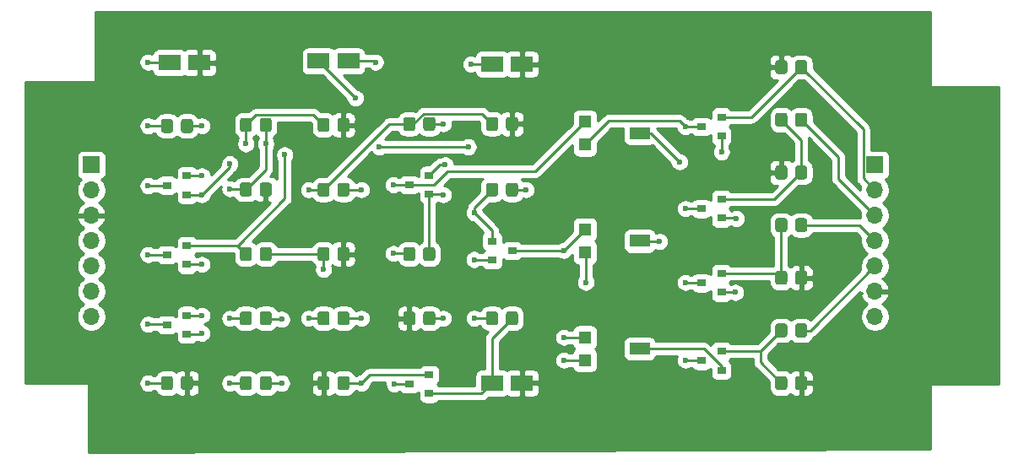
<source format=gbr>
%TF.GenerationSoftware,KiCad,Pcbnew,(5.1.10)-1*%
%TF.CreationDate,2021-10-26T22:21:35+02:00*%
%TF.ProjectId,TMS9929_RGB_Adapter,544d5339-3932-4395-9f52-47425f416461,0*%
%TF.SameCoordinates,Original*%
%TF.FileFunction,Copper,L1,Top*%
%TF.FilePolarity,Positive*%
%FSLAX46Y46*%
G04 Gerber Fmt 4.6, Leading zero omitted, Abs format (unit mm)*
G04 Created by KiCad (PCBNEW (5.1.10)-1) date 2021-10-26 22:21:35*
%MOMM*%
%LPD*%
G01*
G04 APERTURE LIST*
%TA.AperFunction,ComponentPad*%
%ADD10O,1.700000X1.700000*%
%TD*%
%TA.AperFunction,ComponentPad*%
%ADD11R,1.700000X1.700000*%
%TD*%
%TA.AperFunction,SMDPad,CuDef*%
%ADD12R,2.200000X1.600000*%
%TD*%
%TA.AperFunction,SMDPad,CuDef*%
%ADD13R,0.900000X0.800000*%
%TD*%
%TA.AperFunction,SMDPad,CuDef*%
%ADD14R,1.300000X1.300000*%
%TD*%
%TA.AperFunction,SMDPad,CuDef*%
%ADD15R,2.000000X1.300000*%
%TD*%
%TA.AperFunction,ViaPad*%
%ADD16C,0.600000*%
%TD*%
%TA.AperFunction,Conductor*%
%ADD17C,0.250000*%
%TD*%
%TA.AperFunction,Conductor*%
%ADD18C,0.254000*%
%TD*%
%TA.AperFunction,Conductor*%
%ADD19C,0.100000*%
%TD*%
G04 APERTURE END LIST*
%TO.P,R5,1*%
%TO.N,GND*%
%TA.AperFunction,SMDPad,CuDef*%
G36*
G01*
X48300000Y-38424999D02*
X48300000Y-39325001D01*
G75*
G02*
X48050001Y-39575000I-249999J0D01*
G01*
X47349999Y-39575000D01*
G75*
G02*
X47100000Y-39325001I0J249999D01*
G01*
X47100000Y-38424999D01*
G75*
G02*
X47349999Y-38175000I249999J0D01*
G01*
X48050001Y-38175000D01*
G75*
G02*
X48300000Y-38424999I0J-249999D01*
G01*
G37*
%TD.AperFunction*%
%TO.P,R5,2*%
%TO.N,Net-(C3-Pad2)*%
%TA.AperFunction,SMDPad,CuDef*%
G36*
G01*
X46300000Y-38424999D02*
X46300000Y-39325001D01*
G75*
G02*
X46050001Y-39575000I-249999J0D01*
G01*
X45349999Y-39575000D01*
G75*
G02*
X45100000Y-39325001I0J249999D01*
G01*
X45100000Y-38424999D01*
G75*
G02*
X45349999Y-38175000I249999J0D01*
G01*
X46050001Y-38175000D01*
G75*
G02*
X46300000Y-38424999I0J-249999D01*
G01*
G37*
%TD.AperFunction*%
%TD*%
%TO.P,R26,2*%
%TO.N,Net-(Q4-Pad2)*%
%TA.AperFunction,SMDPad,CuDef*%
G36*
G01*
X100000000Y-57849999D02*
X100000000Y-58750001D01*
G75*
G02*
X99750001Y-59000000I-249999J0D01*
G01*
X99049999Y-59000000D01*
G75*
G02*
X98800000Y-58750001I0J249999D01*
G01*
X98800000Y-57849999D01*
G75*
G02*
X99049999Y-57600000I249999J0D01*
G01*
X99750001Y-57600000D01*
G75*
G02*
X100000000Y-57849999I0J-249999D01*
G01*
G37*
%TD.AperFunction*%
%TO.P,R26,1*%
%TO.N,GND*%
%TA.AperFunction,SMDPad,CuDef*%
G36*
G01*
X102000000Y-57849999D02*
X102000000Y-58750001D01*
G75*
G02*
X101750001Y-59000000I-249999J0D01*
G01*
X101049999Y-59000000D01*
G75*
G02*
X100800000Y-58750001I0J249999D01*
G01*
X100800000Y-57849999D01*
G75*
G02*
X101049999Y-57600000I249999J0D01*
G01*
X101750001Y-57600000D01*
G75*
G02*
X102000000Y-57849999I0J-249999D01*
G01*
G37*
%TD.AperFunction*%
%TD*%
%TO.P,R25,2*%
%TO.N,Net-(Q3-Pad2)*%
%TA.AperFunction,SMDPad,CuDef*%
G36*
G01*
X100000000Y-47283331D02*
X100000000Y-48183333D01*
G75*
G02*
X99750001Y-48433332I-249999J0D01*
G01*
X99049999Y-48433332D01*
G75*
G02*
X98800000Y-48183333I0J249999D01*
G01*
X98800000Y-47283331D01*
G75*
G02*
X99049999Y-47033332I249999J0D01*
G01*
X99750001Y-47033332D01*
G75*
G02*
X100000000Y-47283331I0J-249999D01*
G01*
G37*
%TD.AperFunction*%
%TO.P,R25,1*%
%TO.N,GND*%
%TA.AperFunction,SMDPad,CuDef*%
G36*
G01*
X102000000Y-47283331D02*
X102000000Y-48183333D01*
G75*
G02*
X101750001Y-48433332I-249999J0D01*
G01*
X101049999Y-48433332D01*
G75*
G02*
X100800000Y-48183333I0J249999D01*
G01*
X100800000Y-47283331D01*
G75*
G02*
X101049999Y-47033332I249999J0D01*
G01*
X101750001Y-47033332D01*
G75*
G02*
X102000000Y-47283331I0J-249999D01*
G01*
G37*
%TD.AperFunction*%
%TD*%
%TO.P,R24,2*%
%TO.N,Net-(Q2-Pad2)*%
%TA.AperFunction,SMDPad,CuDef*%
G36*
G01*
X100800000Y-37616667D02*
X100800000Y-36716665D01*
G75*
G02*
X101049999Y-36466666I249999J0D01*
G01*
X101750001Y-36466666D01*
G75*
G02*
X102000000Y-36716665I0J-249999D01*
G01*
X102000000Y-37616667D01*
G75*
G02*
X101750001Y-37866666I-249999J0D01*
G01*
X101049999Y-37866666D01*
G75*
G02*
X100800000Y-37616667I0J249999D01*
G01*
G37*
%TD.AperFunction*%
%TO.P,R24,1*%
%TO.N,GND*%
%TA.AperFunction,SMDPad,CuDef*%
G36*
G01*
X98800000Y-37616667D02*
X98800000Y-36716665D01*
G75*
G02*
X99049999Y-36466666I249999J0D01*
G01*
X99750001Y-36466666D01*
G75*
G02*
X100000000Y-36716665I0J-249999D01*
G01*
X100000000Y-37616667D01*
G75*
G02*
X99750001Y-37866666I-249999J0D01*
G01*
X99049999Y-37866666D01*
G75*
G02*
X98800000Y-37616667I0J249999D01*
G01*
G37*
%TD.AperFunction*%
%TD*%
%TO.P,R23,2*%
%TO.N,Net-(J2-Pad2)*%
%TA.AperFunction,SMDPad,CuDef*%
G36*
G01*
X100800000Y-27050001D02*
X100800000Y-26149999D01*
G75*
G02*
X101049999Y-25900000I249999J0D01*
G01*
X101750001Y-25900000D01*
G75*
G02*
X102000000Y-26149999I0J-249999D01*
G01*
X102000000Y-27050001D01*
G75*
G02*
X101750001Y-27300000I-249999J0D01*
G01*
X101049999Y-27300000D01*
G75*
G02*
X100800000Y-27050001I0J249999D01*
G01*
G37*
%TD.AperFunction*%
%TO.P,R23,1*%
%TO.N,GND*%
%TA.AperFunction,SMDPad,CuDef*%
G36*
G01*
X98800000Y-27050001D02*
X98800000Y-26149999D01*
G75*
G02*
X99049999Y-25900000I249999J0D01*
G01*
X99750001Y-25900000D01*
G75*
G02*
X100000000Y-26149999I0J-249999D01*
G01*
X100000000Y-27050001D01*
G75*
G02*
X99750001Y-27300000I-249999J0D01*
G01*
X99049999Y-27300000D01*
G75*
G02*
X98800000Y-27050001I0J249999D01*
G01*
G37*
%TD.AperFunction*%
%TD*%
D10*
%TO.P,J2,7*%
%TO.N,Net-(J1-Pad7)*%
X108800000Y-51640000D03*
%TO.P,J2,6*%
%TO.N,GND*%
X108800000Y-49100000D03*
%TO.P,J2,5*%
%TO.N,Net-(J2-Pad5)*%
X108800000Y-46560000D03*
%TO.P,J2,4*%
%TO.N,Net-(J2-Pad4)*%
X108800000Y-44020000D03*
%TO.P,J2,3*%
%TO.N,Net-(J2-Pad3)*%
X108800000Y-41480000D03*
%TO.P,J2,2*%
%TO.N,Net-(J2-Pad2)*%
X108800000Y-38940000D03*
D11*
%TO.P,J2,1*%
%TO.N,Net-(J2-Pad1)*%
X108800000Y-36400000D03*
%TD*%
D10*
%TO.P,J1,7*%
%TO.N,Net-(J1-Pad7)*%
X30200000Y-51640000D03*
%TO.P,J1,6*%
%TO.N,Net-(J1-Pad6)*%
X30200000Y-49100000D03*
%TO.P,J1,5*%
%TO.N,Net-(J1-Pad5)*%
X30200000Y-46560000D03*
%TO.P,J1,4*%
%TO.N,Net-(J1-Pad4)*%
X30200000Y-44020000D03*
%TO.P,J1,3*%
%TO.N,GND*%
X30200000Y-41480000D03*
%TO.P,J1,2*%
%TO.N,VCC*%
X30200000Y-38940000D03*
D11*
%TO.P,J1,1*%
%TO.N,Net-(J1-Pad1)*%
X30200000Y-36400000D03*
%TD*%
D12*
%TO.P,C4,2*%
%TO.N,GND*%
X73400000Y-26300000D03*
%TO.P,C4,1*%
%TO.N,Net-(C4-Pad1)*%
X70400000Y-26300000D03*
%TD*%
%TO.P,C3,2*%
%TO.N,Net-(C3-Pad2)*%
X56000000Y-26000000D03*
%TO.P,C3,1*%
%TO.N,Net-(C3-Pad1)*%
X53000000Y-26000000D03*
%TD*%
%TO.P,C2,2*%
%TO.N,GND*%
X73400000Y-58300000D03*
%TO.P,C2,1*%
%TO.N,Net-(C2-Pad1)*%
X70400000Y-58300000D03*
%TD*%
%TO.P,C1,2*%
%TO.N,GND*%
X41050000Y-26150000D03*
%TO.P,C1,1*%
%TO.N,VCC*%
X38050000Y-26150000D03*
%TD*%
D13*
%TO.P,Q2,1*%
%TO.N,Net-(Q2-Pad1)*%
X93400000Y-41750000D03*
%TO.P,Q2,2*%
%TO.N,Net-(Q2-Pad2)*%
X93400000Y-39850000D03*
%TO.P,Q2,3*%
%TO.N,VCC*%
X91400000Y-40800000D03*
%TD*%
%TO.P,Q3,1*%
%TO.N,Net-(Q3-Pad1)*%
X93400000Y-49200000D03*
%TO.P,Q3,2*%
%TO.N,Net-(Q3-Pad2)*%
X93400000Y-47300000D03*
%TO.P,Q3,3*%
%TO.N,VCC*%
X91400000Y-48250000D03*
%TD*%
%TO.P,Q4,1*%
%TO.N,Net-(Q4-Pad1)*%
X93400000Y-57000000D03*
%TO.P,Q4,2*%
%TO.N,Net-(Q4-Pad2)*%
X93400000Y-55100000D03*
%TO.P,Q4,3*%
%TO.N,VCC*%
X91400000Y-56050000D03*
%TD*%
%TO.P,Q1,1*%
%TO.N,Net-(J1-Pad4)*%
X93400000Y-33500000D03*
%TO.P,Q1,2*%
%TO.N,Net-(J2-Pad2)*%
X93400000Y-31600000D03*
%TO.P,Q1,3*%
%TO.N,VCC*%
X91400000Y-32550000D03*
%TD*%
%TO.P,Q9,1*%
%TO.N,Net-(J1-Pad5)*%
X39800000Y-46400000D03*
%TO.P,Q9,2*%
%TO.N,Net-(Q9-Pad2)*%
X39800000Y-44500000D03*
%TO.P,Q9,3*%
%TO.N,VCC*%
X37800000Y-45450000D03*
%TD*%
%TO.P,R2,2*%
%TO.N,Net-(Q10-Pad2)*%
%TA.AperFunction,SMDPad,CuDef*%
G36*
G01*
X47100000Y-52250001D02*
X47100000Y-51349999D01*
G75*
G02*
X47349999Y-51100000I249999J0D01*
G01*
X48050001Y-51100000D01*
G75*
G02*
X48300000Y-51349999I0J-249999D01*
G01*
X48300000Y-52250001D01*
G75*
G02*
X48050001Y-52500000I-249999J0D01*
G01*
X47349999Y-52500000D01*
G75*
G02*
X47100000Y-52250001I0J249999D01*
G01*
G37*
%TD.AperFunction*%
%TO.P,R2,1*%
%TO.N,Net-(C3-Pad2)*%
%TA.AperFunction,SMDPad,CuDef*%
G36*
G01*
X45100000Y-52250001D02*
X45100000Y-51349999D01*
G75*
G02*
X45349999Y-51100000I249999J0D01*
G01*
X46050001Y-51100000D01*
G75*
G02*
X46300000Y-51349999I0J-249999D01*
G01*
X46300000Y-52250001D01*
G75*
G02*
X46050001Y-52500000I-249999J0D01*
G01*
X45349999Y-52500000D01*
G75*
G02*
X45100000Y-52250001I0J249999D01*
G01*
G37*
%TD.AperFunction*%
%TD*%
D14*
%TO.P,RV1 - Green,1*%
%TO.N,VCC*%
X79700000Y-34370000D03*
D15*
%TO.P,RV1 - Green,2*%
%TO.N,Net-(Q2-Pad1)*%
X85200000Y-33220000D03*
D14*
%TO.P,RV1 - Green,3*%
%TO.N,Net-(Q5-Pad3)*%
X79700000Y-32070000D03*
%TD*%
%TO.P,R16,1*%
%TO.N,Net-(J2-Pad3)*%
%TA.AperFunction,SMDPad,CuDef*%
G36*
G01*
X102000000Y-31433332D02*
X102000000Y-32333334D01*
G75*
G02*
X101750001Y-32583333I-249999J0D01*
G01*
X101049999Y-32583333D01*
G75*
G02*
X100800000Y-32333334I0J249999D01*
G01*
X100800000Y-31433332D01*
G75*
G02*
X101049999Y-31183333I249999J0D01*
G01*
X101750001Y-31183333D01*
G75*
G02*
X102000000Y-31433332I0J-249999D01*
G01*
G37*
%TD.AperFunction*%
%TO.P,R16,2*%
%TO.N,Net-(Q2-Pad2)*%
%TA.AperFunction,SMDPad,CuDef*%
G36*
G01*
X100000000Y-31433332D02*
X100000000Y-32333334D01*
G75*
G02*
X99750001Y-32583333I-249999J0D01*
G01*
X99049999Y-32583333D01*
G75*
G02*
X98800000Y-32333334I0J249999D01*
G01*
X98800000Y-31433332D01*
G75*
G02*
X99049999Y-31183333I249999J0D01*
G01*
X99750001Y-31183333D01*
G75*
G02*
X100000000Y-31433332I0J-249999D01*
G01*
G37*
%TD.AperFunction*%
%TD*%
%TO.P,R6,1*%
%TO.N,Net-(Q6-Pad2)*%
%TA.AperFunction,SMDPad,CuDef*%
G36*
G01*
X56100000Y-38449999D02*
X56100000Y-39350001D01*
G75*
G02*
X55850001Y-39600000I-249999J0D01*
G01*
X55149999Y-39600000D01*
G75*
G02*
X54900000Y-39350001I0J249999D01*
G01*
X54900000Y-38449999D01*
G75*
G02*
X55149999Y-38200000I249999J0D01*
G01*
X55850001Y-38200000D01*
G75*
G02*
X56100000Y-38449999I0J-249999D01*
G01*
G37*
%TD.AperFunction*%
%TO.P,R6,2*%
%TO.N,Net-(Q8-Pad2)*%
%TA.AperFunction,SMDPad,CuDef*%
G36*
G01*
X54100000Y-38449999D02*
X54100000Y-39350001D01*
G75*
G02*
X53850001Y-39600000I-249999J0D01*
G01*
X53149999Y-39600000D01*
G75*
G02*
X52900000Y-39350001I0J249999D01*
G01*
X52900000Y-38449999D01*
G75*
G02*
X53149999Y-38200000I249999J0D01*
G01*
X53850001Y-38200000D01*
G75*
G02*
X54100000Y-38449999I0J-249999D01*
G01*
G37*
%TD.AperFunction*%
%TD*%
D13*
%TO.P,Q10,1*%
%TO.N,Net-(J1-Pad6)*%
X39800000Y-53400000D03*
%TO.P,Q10,2*%
%TO.N,Net-(Q10-Pad2)*%
X39800000Y-51500000D03*
%TO.P,Q10,3*%
%TO.N,VCC*%
X37800000Y-52450000D03*
%TD*%
%TO.P,Q8,1*%
%TO.N,Net-(J1-Pad4)*%
X39800000Y-39400000D03*
%TO.P,Q8,2*%
%TO.N,Net-(Q8-Pad2)*%
X39800000Y-37500000D03*
%TO.P,Q8,3*%
%TO.N,VCC*%
X37800000Y-38450000D03*
%TD*%
%TO.P,R10,1*%
%TO.N,Net-(Q5-Pad3)*%
%TA.AperFunction,SMDPad,CuDef*%
G36*
G01*
X61500000Y-45800001D02*
X61500000Y-44899999D01*
G75*
G02*
X61749999Y-44650000I249999J0D01*
G01*
X62450001Y-44650000D01*
G75*
G02*
X62700000Y-44899999I0J-249999D01*
G01*
X62700000Y-45800001D01*
G75*
G02*
X62450001Y-46050000I-249999J0D01*
G01*
X61749999Y-46050000D01*
G75*
G02*
X61500000Y-45800001I0J249999D01*
G01*
G37*
%TD.AperFunction*%
%TO.P,R10,2*%
%TO.N,Net-(C3-Pad1)*%
%TA.AperFunction,SMDPad,CuDef*%
G36*
G01*
X63500000Y-45800001D02*
X63500000Y-44899999D01*
G75*
G02*
X63749999Y-44650000I249999J0D01*
G01*
X64450001Y-44650000D01*
G75*
G02*
X64700000Y-44899999I0J-249999D01*
G01*
X64700000Y-45800001D01*
G75*
G02*
X64450001Y-46050000I-249999J0D01*
G01*
X63749999Y-46050000D01*
G75*
G02*
X63500000Y-45800001I0J249999D01*
G01*
G37*
%TD.AperFunction*%
%TD*%
%TO.P,R4,1*%
%TO.N,Net-(Q5-Pad2)*%
%TA.AperFunction,SMDPad,CuDef*%
G36*
G01*
X64700000Y-31849999D02*
X64700000Y-32750001D01*
G75*
G02*
X64450001Y-33000000I-249999J0D01*
G01*
X63749999Y-33000000D01*
G75*
G02*
X63500000Y-32750001I0J249999D01*
G01*
X63500000Y-31849999D01*
G75*
G02*
X63749999Y-31600000I249999J0D01*
G01*
X64450001Y-31600000D01*
G75*
G02*
X64700000Y-31849999I0J-249999D01*
G01*
G37*
%TD.AperFunction*%
%TO.P,R4,2*%
%TO.N,Net-(Q8-Pad2)*%
%TA.AperFunction,SMDPad,CuDef*%
G36*
G01*
X62700000Y-31849999D02*
X62700000Y-32750001D01*
G75*
G02*
X62450001Y-33000000I-249999J0D01*
G01*
X61749999Y-33000000D01*
G75*
G02*
X61500000Y-32750001I0J249999D01*
G01*
X61500000Y-31849999D01*
G75*
G02*
X61749999Y-31600000I249999J0D01*
G01*
X62450001Y-31600000D01*
G75*
G02*
X62700000Y-31849999I0J-249999D01*
G01*
G37*
%TD.AperFunction*%
%TD*%
%TO.P,Q7,1*%
%TO.N,Net-(C2-Pad1)*%
X64100000Y-59350000D03*
%TO.P,Q7,2*%
%TO.N,Net-(Q7-Pad2)*%
X64100000Y-57450000D03*
%TO.P,Q7,3*%
%TO.N,Net-(Q7-Pad3)*%
X62100000Y-58400000D03*
%TD*%
%TO.P,R1,1*%
%TO.N,Net-(J2-Pad1)*%
%TA.AperFunction,SMDPad,CuDef*%
G36*
G01*
X37200000Y-32950001D02*
X37200000Y-32049999D01*
G75*
G02*
X37449999Y-31800000I249999J0D01*
G01*
X38150001Y-31800000D01*
G75*
G02*
X38400000Y-32049999I0J-249999D01*
G01*
X38400000Y-32950001D01*
G75*
G02*
X38150001Y-33200000I-249999J0D01*
G01*
X37449999Y-33200000D01*
G75*
G02*
X37200000Y-32950001I0J249999D01*
G01*
G37*
%TD.AperFunction*%
%TO.P,R1,2*%
%TO.N,Net-(J1-Pad1)*%
%TA.AperFunction,SMDPad,CuDef*%
G36*
G01*
X39200000Y-32950001D02*
X39200000Y-32049999D01*
G75*
G02*
X39449999Y-31800000I249999J0D01*
G01*
X40150001Y-31800000D01*
G75*
G02*
X40400000Y-32049999I0J-249999D01*
G01*
X40400000Y-32950001D01*
G75*
G02*
X40150001Y-33200000I-249999J0D01*
G01*
X39449999Y-33200000D01*
G75*
G02*
X39200000Y-32950001I0J249999D01*
G01*
G37*
%TD.AperFunction*%
%TD*%
%TO.P,R20,1*%
%TO.N,GND*%
%TA.AperFunction,SMDPad,CuDef*%
G36*
G01*
X56100000Y-31949999D02*
X56100000Y-32850001D01*
G75*
G02*
X55850001Y-33100000I-249999J0D01*
G01*
X55149999Y-33100000D01*
G75*
G02*
X54900000Y-32850001I0J249999D01*
G01*
X54900000Y-31949999D01*
G75*
G02*
X55149999Y-31700000I249999J0D01*
G01*
X55850001Y-31700000D01*
G75*
G02*
X56100000Y-31949999I0J-249999D01*
G01*
G37*
%TD.AperFunction*%
%TO.P,R20,2*%
%TO.N,Net-(Q9-Pad2)*%
%TA.AperFunction,SMDPad,CuDef*%
G36*
G01*
X54100000Y-31949999D02*
X54100000Y-32850001D01*
G75*
G02*
X53850001Y-33100000I-249999J0D01*
G01*
X53149999Y-33100000D01*
G75*
G02*
X52900000Y-32850001I0J249999D01*
G01*
X52900000Y-31949999D01*
G75*
G02*
X53149999Y-31700000I249999J0D01*
G01*
X53850001Y-31700000D01*
G75*
G02*
X54100000Y-31949999I0J-249999D01*
G01*
G37*
%TD.AperFunction*%
%TD*%
%TO.P,Q6,1*%
%TO.N,Net-(C4-Pad1)*%
X70400000Y-44050000D03*
%TO.P,Q6,2*%
%TO.N,Net-(Q6-Pad2)*%
X70400000Y-45950000D03*
%TO.P,Q6,3*%
%TO.N,Net-(Q6-Pad3)*%
X72400000Y-45000000D03*
%TD*%
%TO.P,Q5,1*%
%TO.N,Net-(C3-Pad1)*%
X64100000Y-39350000D03*
%TO.P,Q5,2*%
%TO.N,Net-(Q5-Pad2)*%
X64100000Y-37450000D03*
%TO.P,Q5,3*%
%TO.N,Net-(Q5-Pad3)*%
X62100000Y-38400000D03*
%TD*%
%TO.P,R3,1*%
%TO.N,Net-(C3-Pad2)*%
%TA.AperFunction,SMDPad,CuDef*%
G36*
G01*
X48300000Y-31949999D02*
X48300000Y-32850001D01*
G75*
G02*
X48050001Y-33100000I-249999J0D01*
G01*
X47349999Y-33100000D01*
G75*
G02*
X47100000Y-32850001I0J249999D01*
G01*
X47100000Y-31949999D01*
G75*
G02*
X47349999Y-31700000I249999J0D01*
G01*
X48050001Y-31700000D01*
G75*
G02*
X48300000Y-31949999I0J-249999D01*
G01*
G37*
%TD.AperFunction*%
%TO.P,R3,2*%
%TO.N,Net-(Q9-Pad2)*%
%TA.AperFunction,SMDPad,CuDef*%
G36*
G01*
X46300000Y-31949999D02*
X46300000Y-32850001D01*
G75*
G02*
X46050001Y-33100000I-249999J0D01*
G01*
X45349999Y-33100000D01*
G75*
G02*
X45100000Y-32850001I0J249999D01*
G01*
X45100000Y-31949999D01*
G75*
G02*
X45349999Y-31700000I249999J0D01*
G01*
X46050001Y-31700000D01*
G75*
G02*
X46300000Y-31949999I0J-249999D01*
G01*
G37*
%TD.AperFunction*%
%TD*%
%TO.P,R7,1*%
%TO.N,Net-(Q6-Pad2)*%
%TA.AperFunction,SMDPad,CuDef*%
G36*
G01*
X48300000Y-44899999D02*
X48300000Y-45800001D01*
G75*
G02*
X48050001Y-46050000I-249999J0D01*
G01*
X47349999Y-46050000D01*
G75*
G02*
X47100000Y-45800001I0J249999D01*
G01*
X47100000Y-44899999D01*
G75*
G02*
X47349999Y-44650000I249999J0D01*
G01*
X48050001Y-44650000D01*
G75*
G02*
X48300000Y-44899999I0J-249999D01*
G01*
G37*
%TD.AperFunction*%
%TO.P,R7,2*%
%TO.N,Net-(Q9-Pad2)*%
%TA.AperFunction,SMDPad,CuDef*%
G36*
G01*
X46300000Y-44899999D02*
X46300000Y-45800001D01*
G75*
G02*
X46050001Y-46050000I-249999J0D01*
G01*
X45349999Y-46050000D01*
G75*
G02*
X45100000Y-45800001I0J249999D01*
G01*
X45100000Y-44899999D01*
G75*
G02*
X45349999Y-44650000I249999J0D01*
G01*
X46050001Y-44650000D01*
G75*
G02*
X46300000Y-44899999I0J-249999D01*
G01*
G37*
%TD.AperFunction*%
%TD*%
%TO.P,R22,1*%
%TO.N,GND*%
%TA.AperFunction,SMDPad,CuDef*%
G36*
G01*
X61500000Y-52250001D02*
X61500000Y-51349999D01*
G75*
G02*
X61749999Y-51100000I249999J0D01*
G01*
X62450001Y-51100000D01*
G75*
G02*
X62700000Y-51349999I0J-249999D01*
G01*
X62700000Y-52250001D01*
G75*
G02*
X62450001Y-52500000I-249999J0D01*
G01*
X61749999Y-52500000D01*
G75*
G02*
X61500000Y-52250001I0J249999D01*
G01*
G37*
%TD.AperFunction*%
%TO.P,R22,2*%
%TO.N,Net-(Q5-Pad2)*%
%TA.AperFunction,SMDPad,CuDef*%
G36*
G01*
X63500000Y-52250001D02*
X63500000Y-51349999D01*
G75*
G02*
X63749999Y-51100000I249999J0D01*
G01*
X64450001Y-51100000D01*
G75*
G02*
X64700000Y-51349999I0J-249999D01*
G01*
X64700000Y-52250001D01*
G75*
G02*
X64450001Y-52500000I-249999J0D01*
G01*
X63749999Y-52500000D01*
G75*
G02*
X63500000Y-52250001I0J249999D01*
G01*
G37*
%TD.AperFunction*%
%TD*%
%TO.P,R13,1*%
%TO.N,Net-(Q7-Pad2)*%
%TA.AperFunction,SMDPad,CuDef*%
G36*
G01*
X56100000Y-57849999D02*
X56100000Y-58750001D01*
G75*
G02*
X55850001Y-59000000I-249999J0D01*
G01*
X55149999Y-59000000D01*
G75*
G02*
X54900000Y-58750001I0J249999D01*
G01*
X54900000Y-57849999D01*
G75*
G02*
X55149999Y-57600000I249999J0D01*
G01*
X55850001Y-57600000D01*
G75*
G02*
X56100000Y-57849999I0J-249999D01*
G01*
G37*
%TD.AperFunction*%
%TO.P,R13,2*%
%TO.N,GND*%
%TA.AperFunction,SMDPad,CuDef*%
G36*
G01*
X54100000Y-57849999D02*
X54100000Y-58750001D01*
G75*
G02*
X53850001Y-59000000I-249999J0D01*
G01*
X53149999Y-59000000D01*
G75*
G02*
X52900000Y-58750001I0J249999D01*
G01*
X52900000Y-57849999D01*
G75*
G02*
X53149999Y-57600000I249999J0D01*
G01*
X53850001Y-57600000D01*
G75*
G02*
X54100000Y-57849999I0J-249999D01*
G01*
G37*
%TD.AperFunction*%
%TD*%
%TO.P,R11,1*%
%TO.N,GND*%
%TA.AperFunction,SMDPad,CuDef*%
G36*
G01*
X56100000Y-44899999D02*
X56100000Y-45800001D01*
G75*
G02*
X55850001Y-46050000I-249999J0D01*
G01*
X55149999Y-46050000D01*
G75*
G02*
X54900000Y-45800001I0J249999D01*
G01*
X54900000Y-44899999D01*
G75*
G02*
X55149999Y-44650000I249999J0D01*
G01*
X55850001Y-44650000D01*
G75*
G02*
X56100000Y-44899999I0J-249999D01*
G01*
G37*
%TD.AperFunction*%
%TO.P,R11,2*%
%TO.N,Net-(Q6-Pad2)*%
%TA.AperFunction,SMDPad,CuDef*%
G36*
G01*
X54100000Y-44899999D02*
X54100000Y-45800001D01*
G75*
G02*
X53850001Y-46050000I-249999J0D01*
G01*
X53149999Y-46050000D01*
G75*
G02*
X52900000Y-45800001I0J249999D01*
G01*
X52900000Y-44899999D01*
G75*
G02*
X53149999Y-44650000I249999J0D01*
G01*
X53850001Y-44650000D01*
G75*
G02*
X54100000Y-44899999I0J-249999D01*
G01*
G37*
%TD.AperFunction*%
%TD*%
%TO.P,R18,1*%
%TO.N,Net-(C4-Pad1)*%
%TA.AperFunction,SMDPad,CuDef*%
G36*
G01*
X69800000Y-39350001D02*
X69800000Y-38449999D01*
G75*
G02*
X70049999Y-38200000I249999J0D01*
G01*
X70750001Y-38200000D01*
G75*
G02*
X71000000Y-38449999I0J-249999D01*
G01*
X71000000Y-39350001D01*
G75*
G02*
X70750001Y-39600000I-249999J0D01*
G01*
X70049999Y-39600000D01*
G75*
G02*
X69800000Y-39350001I0J249999D01*
G01*
G37*
%TD.AperFunction*%
%TO.P,R18,2*%
%TO.N,Net-(Q6-Pad3)*%
%TA.AperFunction,SMDPad,CuDef*%
G36*
G01*
X71800000Y-39350001D02*
X71800000Y-38449999D01*
G75*
G02*
X72049999Y-38200000I249999J0D01*
G01*
X72750001Y-38200000D01*
G75*
G02*
X73000000Y-38449999I0J-249999D01*
G01*
X73000000Y-39350001D01*
G75*
G02*
X72750001Y-39600000I-249999J0D01*
G01*
X72049999Y-39600000D01*
G75*
G02*
X71800000Y-39350001I0J249999D01*
G01*
G37*
%TD.AperFunction*%
%TD*%
%TO.P,R8,1*%
%TO.N,Net-(Q7-Pad2)*%
%TA.AperFunction,SMDPad,CuDef*%
G36*
G01*
X56100000Y-51349999D02*
X56100000Y-52250001D01*
G75*
G02*
X55850001Y-52500000I-249999J0D01*
G01*
X55149999Y-52500000D01*
G75*
G02*
X54900000Y-52250001I0J249999D01*
G01*
X54900000Y-51349999D01*
G75*
G02*
X55149999Y-51100000I249999J0D01*
G01*
X55850001Y-51100000D01*
G75*
G02*
X56100000Y-51349999I0J-249999D01*
G01*
G37*
%TD.AperFunction*%
%TO.P,R8,2*%
%TO.N,Net-(Q8-Pad2)*%
%TA.AperFunction,SMDPad,CuDef*%
G36*
G01*
X54100000Y-51349999D02*
X54100000Y-52250001D01*
G75*
G02*
X53850001Y-52500000I-249999J0D01*
G01*
X53149999Y-52500000D01*
G75*
G02*
X52900000Y-52250001I0J249999D01*
G01*
X52900000Y-51349999D01*
G75*
G02*
X53149999Y-51100000I249999J0D01*
G01*
X53850001Y-51100000D01*
G75*
G02*
X54100000Y-51349999I0J-249999D01*
G01*
G37*
%TD.AperFunction*%
%TD*%
%TO.P,R19,1*%
%TO.N,Net-(Q10-Pad2)*%
%TA.AperFunction,SMDPad,CuDef*%
G36*
G01*
X37200000Y-58750001D02*
X37200000Y-57849999D01*
G75*
G02*
X37449999Y-57600000I249999J0D01*
G01*
X38150001Y-57600000D01*
G75*
G02*
X38400000Y-57849999I0J-249999D01*
G01*
X38400000Y-58750001D01*
G75*
G02*
X38150001Y-59000000I-249999J0D01*
G01*
X37449999Y-59000000D01*
G75*
G02*
X37200000Y-58750001I0J249999D01*
G01*
G37*
%TD.AperFunction*%
%TO.P,R19,2*%
%TO.N,GND*%
%TA.AperFunction,SMDPad,CuDef*%
G36*
G01*
X39200000Y-58750001D02*
X39200000Y-57849999D01*
G75*
G02*
X39449999Y-57600000I249999J0D01*
G01*
X40150001Y-57600000D01*
G75*
G02*
X40400000Y-57849999I0J-249999D01*
G01*
X40400000Y-58750001D01*
G75*
G02*
X40150001Y-59000000I-249999J0D01*
G01*
X39449999Y-59000000D01*
G75*
G02*
X39200000Y-58750001I0J249999D01*
G01*
G37*
%TD.AperFunction*%
%TD*%
%TO.P,R9,1*%
%TO.N,Net-(Q7-Pad2)*%
%TA.AperFunction,SMDPad,CuDef*%
G36*
G01*
X48300000Y-57849999D02*
X48300000Y-58750001D01*
G75*
G02*
X48050001Y-59000000I-249999J0D01*
G01*
X47349999Y-59000000D01*
G75*
G02*
X47100000Y-58750001I0J249999D01*
G01*
X47100000Y-57849999D01*
G75*
G02*
X47349999Y-57600000I249999J0D01*
G01*
X48050001Y-57600000D01*
G75*
G02*
X48300000Y-57849999I0J-249999D01*
G01*
G37*
%TD.AperFunction*%
%TO.P,R9,2*%
%TO.N,Net-(Q10-Pad2)*%
%TA.AperFunction,SMDPad,CuDef*%
G36*
G01*
X46300000Y-57849999D02*
X46300000Y-58750001D01*
G75*
G02*
X46050001Y-59000000I-249999J0D01*
G01*
X45349999Y-59000000D01*
G75*
G02*
X45100000Y-58750001I0J249999D01*
G01*
X45100000Y-57849999D01*
G75*
G02*
X45349999Y-57600000I249999J0D01*
G01*
X46050001Y-57600000D01*
G75*
G02*
X46300000Y-57849999I0J-249999D01*
G01*
G37*
%TD.AperFunction*%
%TD*%
%TO.P,R14,1*%
%TO.N,Net-(J2-Pad5)*%
%TA.AperFunction,SMDPad,CuDef*%
G36*
G01*
X102000000Y-52566664D02*
X102000000Y-53466666D01*
G75*
G02*
X101750001Y-53716665I-249999J0D01*
G01*
X101049999Y-53716665D01*
G75*
G02*
X100800000Y-53466666I0J249999D01*
G01*
X100800000Y-52566664D01*
G75*
G02*
X101049999Y-52316665I249999J0D01*
G01*
X101750001Y-52316665D01*
G75*
G02*
X102000000Y-52566664I0J-249999D01*
G01*
G37*
%TD.AperFunction*%
%TO.P,R14,2*%
%TO.N,Net-(Q4-Pad2)*%
%TA.AperFunction,SMDPad,CuDef*%
G36*
G01*
X100000000Y-52566664D02*
X100000000Y-53466666D01*
G75*
G02*
X99750001Y-53716665I-249999J0D01*
G01*
X99049999Y-53716665D01*
G75*
G02*
X98800000Y-53466666I0J249999D01*
G01*
X98800000Y-52566664D01*
G75*
G02*
X99049999Y-52316665I249999J0D01*
G01*
X99750001Y-52316665D01*
G75*
G02*
X100000000Y-52566664I0J-249999D01*
G01*
G37*
%TD.AperFunction*%
%TD*%
%TO.P,R15,1*%
%TO.N,Net-(J2-Pad4)*%
%TA.AperFunction,SMDPad,CuDef*%
G36*
G01*
X102000000Y-41999998D02*
X102000000Y-42900000D01*
G75*
G02*
X101750001Y-43149999I-249999J0D01*
G01*
X101049999Y-43149999D01*
G75*
G02*
X100800000Y-42900000I0J249999D01*
G01*
X100800000Y-41999998D01*
G75*
G02*
X101049999Y-41749999I249999J0D01*
G01*
X101750001Y-41749999D01*
G75*
G02*
X102000000Y-41999998I0J-249999D01*
G01*
G37*
%TD.AperFunction*%
%TO.P,R15,2*%
%TO.N,Net-(Q3-Pad2)*%
%TA.AperFunction,SMDPad,CuDef*%
G36*
G01*
X100000000Y-41999998D02*
X100000000Y-42900000D01*
G75*
G02*
X99750001Y-43149999I-249999J0D01*
G01*
X99049999Y-43149999D01*
G75*
G02*
X98800000Y-42900000I0J249999D01*
G01*
X98800000Y-41999998D01*
G75*
G02*
X99049999Y-41749999I249999J0D01*
G01*
X99750001Y-41749999D01*
G75*
G02*
X100000000Y-41999998I0J-249999D01*
G01*
G37*
%TD.AperFunction*%
%TD*%
%TO.P,R12,1*%
%TO.N,Net-(C2-Pad1)*%
%TA.AperFunction,SMDPad,CuDef*%
G36*
G01*
X73000000Y-51349999D02*
X73000000Y-52250001D01*
G75*
G02*
X72750001Y-52500000I-249999J0D01*
G01*
X72049999Y-52500000D01*
G75*
G02*
X71800000Y-52250001I0J249999D01*
G01*
X71800000Y-51349999D01*
G75*
G02*
X72049999Y-51100000I249999J0D01*
G01*
X72750001Y-51100000D01*
G75*
G02*
X73000000Y-51349999I0J-249999D01*
G01*
G37*
%TD.AperFunction*%
%TO.P,R12,2*%
%TO.N,Net-(Q7-Pad3)*%
%TA.AperFunction,SMDPad,CuDef*%
G36*
G01*
X71000000Y-51349999D02*
X71000000Y-52250001D01*
G75*
G02*
X70750001Y-52500000I-249999J0D01*
G01*
X70049999Y-52500000D01*
G75*
G02*
X69800000Y-52250001I0J249999D01*
G01*
X69800000Y-51349999D01*
G75*
G02*
X70049999Y-51100000I249999J0D01*
G01*
X70750001Y-51100000D01*
G75*
G02*
X71000000Y-51349999I0J-249999D01*
G01*
G37*
%TD.AperFunction*%
%TD*%
%TO.P,R21,1*%
%TO.N,GND*%
%TA.AperFunction,SMDPad,CuDef*%
G36*
G01*
X73000000Y-31849999D02*
X73000000Y-32750001D01*
G75*
G02*
X72750001Y-33000000I-249999J0D01*
G01*
X72049999Y-33000000D01*
G75*
G02*
X71800000Y-32750001I0J249999D01*
G01*
X71800000Y-31849999D01*
G75*
G02*
X72049999Y-31600000I249999J0D01*
G01*
X72750001Y-31600000D01*
G75*
G02*
X73000000Y-31849999I0J-249999D01*
G01*
G37*
%TD.AperFunction*%
%TO.P,R21,2*%
%TO.N,Net-(Q8-Pad2)*%
%TA.AperFunction,SMDPad,CuDef*%
G36*
G01*
X71000000Y-31849999D02*
X71000000Y-32750001D01*
G75*
G02*
X70750001Y-33000000I-249999J0D01*
G01*
X70049999Y-33000000D01*
G75*
G02*
X69800000Y-32750001I0J249999D01*
G01*
X69800000Y-31849999D01*
G75*
G02*
X70049999Y-31600000I249999J0D01*
G01*
X70750001Y-31600000D01*
G75*
G02*
X71000000Y-31849999I0J-249999D01*
G01*
G37*
%TD.AperFunction*%
%TD*%
D14*
%TO.P,RV3 - Blue,1*%
%TO.N,VCC*%
X79700000Y-56000000D03*
D15*
%TO.P,RV3 - Blue,2*%
%TO.N,Net-(Q4-Pad1)*%
X85200000Y-54850000D03*
D14*
%TO.P,RV3 - Blue,3*%
%TO.N,Net-(Q7-Pad3)*%
X79700000Y-53700000D03*
%TD*%
%TO.P,RV2 - Red,1*%
%TO.N,VCC*%
X79700000Y-45185000D03*
D15*
%TO.P,RV2 - Red,2*%
%TO.N,Net-(Q3-Pad1)*%
X85200000Y-44035000D03*
D14*
%TO.P,RV2 - Red,3*%
%TO.N,Net-(Q6-Pad3)*%
X79700000Y-42885000D03*
%TD*%
D16*
%TO.N,VCC*%
X35900000Y-38500000D03*
X35900000Y-52400000D03*
X35900000Y-45400000D03*
X89800000Y-48200000D03*
X89800000Y-56000000D03*
X89800000Y-40800000D03*
X89800000Y-32600000D03*
X79800000Y-48200000D03*
X77600000Y-56000000D03*
X35900000Y-26100000D03*
%TO.N,Net-(J2-Pad1)*%
X35900000Y-32500000D03*
%TO.N,Net-(Q2-Pad1)*%
X94900000Y-41800000D03*
X89200000Y-36100000D03*
%TO.N,Net-(Q3-Pad1)*%
X94800000Y-49200000D03*
X87200000Y-44100000D03*
%TO.N,Net-(Q5-Pad3)*%
X60500000Y-38400000D03*
X60500004Y-45300000D03*
%TO.N,Net-(Q5-Pad2)*%
X65500000Y-51800000D03*
X65700000Y-36400000D03*
X65500000Y-32300000D03*
%TO.N,Net-(Q6-Pad3)*%
X77585000Y-45000000D03*
X73800000Y-38900000D03*
%TO.N,Net-(Q6-Pad2)*%
X57300000Y-38900000D03*
X68600000Y-45900000D03*
X53500000Y-46900012D03*
%TO.N,Net-(Q7-Pad3)*%
X68600000Y-51800000D03*
X60600014Y-58400000D03*
X77600000Y-53700000D03*
%TO.N,Net-(Q7-Pad2)*%
X57300000Y-58300000D03*
X57300000Y-51800000D03*
X49300000Y-58300000D03*
%TO.N,Net-(Q8-Pad2)*%
X52000000Y-51800000D03*
X52000000Y-38900000D03*
X41300000Y-37500000D03*
%TO.N,Net-(Q9-Pad2)*%
X49600000Y-35400000D03*
X45700000Y-34300000D03*
%TO.N,Net-(C3-Pad2)*%
X58700000Y-26100000D03*
X47700000Y-34300004D03*
X44100000Y-51800000D03*
X44100000Y-38800000D03*
%TO.N,Net-(C3-Pad1)*%
X65500000Y-39400000D03*
X56700002Y-29700000D03*
%TO.N,Net-(C4-Pad1)*%
X68300000Y-26300000D03*
X68600000Y-41200000D03*
%TO.N,Net-(Q10-Pad2)*%
X41300000Y-51500000D03*
X44100000Y-58300000D03*
X35899998Y-58300000D03*
X49300000Y-51900000D03*
%TO.N,Net-(J1-Pad6)*%
X41300000Y-53300002D03*
%TO.N,Net-(J1-Pad5)*%
X41300000Y-46400000D03*
%TO.N,Net-(J1-Pad4)*%
X41300000Y-39400000D03*
X44100000Y-36300000D03*
X93400000Y-35100000D03*
X59100000Y-34600000D03*
X67999998Y-34600000D03*
%TO.N,Net-(J1-Pad1)*%
X41299994Y-32500000D03*
%TD*%
D17*
%TO.N,VCC*%
X37750000Y-38500000D02*
X37800000Y-38450000D01*
X35900000Y-38500000D02*
X37750000Y-38500000D01*
X37750000Y-52400000D02*
X37800000Y-52450000D01*
X35900000Y-52400000D02*
X37750000Y-52400000D01*
X37750000Y-45400000D02*
X37800000Y-45450000D01*
X35900000Y-45400000D02*
X37750000Y-45400000D01*
X91350000Y-32600000D02*
X91400000Y-32550000D01*
X89800000Y-32600000D02*
X91350000Y-32600000D01*
X89800000Y-40800000D02*
X91400000Y-40800000D01*
X91350000Y-48200000D02*
X91400000Y-48250000D01*
X89800000Y-48200000D02*
X91350000Y-48200000D01*
X91350000Y-56000000D02*
X91400000Y-56050000D01*
X89800000Y-56000000D02*
X91350000Y-56000000D01*
X79700000Y-34370000D02*
X82070000Y-32000000D01*
X89200000Y-32000000D02*
X89800000Y-32600000D01*
X82070000Y-32000000D02*
X89200000Y-32000000D01*
X79800000Y-45285000D02*
X79700000Y-45185000D01*
X79800000Y-48200000D02*
X79800000Y-45285000D01*
X77600000Y-56000000D02*
X79700000Y-56000000D01*
X38000000Y-26100000D02*
X38050000Y-26150000D01*
X35900000Y-26100000D02*
X38000000Y-26100000D01*
%TO.N,Net-(J2-Pad1)*%
X37800000Y-32500000D02*
X35900000Y-32500000D01*
%TO.N,Net-(J2-Pad2)*%
X107624999Y-32824999D02*
X101400000Y-26600000D01*
X107624999Y-37764999D02*
X107624999Y-32824999D01*
X108800000Y-38940000D02*
X107624999Y-37764999D01*
X96400000Y-31600000D02*
X101400000Y-26600000D01*
X93400000Y-31600000D02*
X96400000Y-31600000D01*
%TO.N,Net-(J2-Pad3)*%
X101400000Y-31883333D02*
X105116667Y-35600000D01*
X105116667Y-37796667D02*
X108800000Y-41480000D01*
X105116667Y-35600000D02*
X105116667Y-37796667D01*
%TO.N,Net-(J2-Pad4)*%
X107229999Y-42449999D02*
X108800000Y-44020000D01*
X101400000Y-42449999D02*
X107229999Y-42449999D01*
%TO.N,Net-(J2-Pad5)*%
X102343335Y-53016665D02*
X108800000Y-46560000D01*
X101400000Y-53016665D02*
X102343335Y-53016665D01*
%TO.N,Net-(Q2-Pad2)*%
X98716666Y-39850000D02*
X101400000Y-37166666D01*
X93400000Y-39850000D02*
X98716666Y-39850000D01*
X101400000Y-33883333D02*
X99400000Y-31883333D01*
X101400000Y-37166666D02*
X101400000Y-33883333D01*
%TO.N,Net-(Q2-Pad1)*%
X94850000Y-41750000D02*
X94900000Y-41800000D01*
X93400000Y-41750000D02*
X94850000Y-41750000D01*
X86320000Y-33220000D02*
X85200000Y-33220000D01*
X89200000Y-36100000D02*
X86320000Y-33220000D01*
%TO.N,Net-(Q3-Pad2)*%
X98966668Y-47300000D02*
X99400000Y-47733332D01*
X93400000Y-47300000D02*
X98966668Y-47300000D01*
X99400000Y-47733332D02*
X99400000Y-42449999D01*
%TO.N,Net-(Q3-Pad1)*%
X93400000Y-49200000D02*
X94800000Y-49200000D01*
X85265000Y-44100000D02*
X85200000Y-44035000D01*
X87200000Y-44100000D02*
X85265000Y-44100000D01*
%TO.N,Net-(Q4-Pad2)*%
X97316665Y-55100000D02*
X99400000Y-53016665D01*
X97300000Y-56200000D02*
X99400000Y-58300000D01*
X97300000Y-55100000D02*
X97300000Y-56200000D01*
X93400000Y-55100000D02*
X97300000Y-55100000D01*
X97300000Y-55100000D02*
X97316665Y-55100000D01*
%TO.N,Net-(Q4-Pad1)*%
X93400000Y-56614998D02*
X93400000Y-57000000D01*
X91635002Y-54850000D02*
X93400000Y-56614998D01*
X85200000Y-54850000D02*
X91635002Y-54850000D01*
%TO.N,Net-(Q5-Pad3)*%
X60500000Y-38400000D02*
X62100000Y-38400000D01*
X64585002Y-38400000D02*
X62100000Y-38400000D01*
X65960001Y-37025001D02*
X64585002Y-38400000D01*
X74744999Y-37025001D02*
X65960001Y-37025001D01*
X79700000Y-32070000D02*
X74744999Y-37025001D01*
X62050000Y-45300000D02*
X62100000Y-45350000D01*
X60500004Y-45300000D02*
X62050000Y-45300000D01*
%TO.N,Net-(Q5-Pad2)*%
X64100000Y-51800000D02*
X65500000Y-51800000D01*
X65150000Y-36400000D02*
X64100000Y-37450000D01*
X65700000Y-36400000D02*
X65150000Y-36400000D01*
X64100000Y-32300000D02*
X65500000Y-32300000D01*
%TO.N,Net-(Q6-Pad3)*%
X77585000Y-45000000D02*
X77585000Y-45000000D01*
X72400000Y-45000000D02*
X77585000Y-45000000D01*
X77585000Y-45000000D02*
X79700000Y-42885000D01*
X72400000Y-38900000D02*
X73800000Y-38900000D01*
%TO.N,Net-(Q6-Pad2)*%
X55500000Y-38900000D02*
X57300000Y-38900000D01*
X70350000Y-45900000D02*
X70400000Y-45950000D01*
X68600000Y-45900000D02*
X70350000Y-45900000D01*
X47700000Y-45350000D02*
X53500000Y-45350000D01*
X53500000Y-45350000D02*
X53500000Y-46900000D01*
X53500000Y-46900000D02*
X53500000Y-46900012D01*
%TO.N,Net-(Q7-Pad3)*%
X70400000Y-51800000D02*
X68600000Y-51800000D01*
X60600014Y-58400000D02*
X62100000Y-58400000D01*
X77600000Y-53700000D02*
X79700000Y-53700000D01*
%TO.N,Net-(Q7-Pad2)*%
X55500000Y-58300000D02*
X57300000Y-58300000D01*
X57300000Y-51800000D02*
X55500000Y-51800000D01*
X58150000Y-57450000D02*
X64100000Y-57450000D01*
X57300000Y-58300000D02*
X58150000Y-57450000D01*
X47700000Y-58300000D02*
X49300000Y-58300000D01*
%TO.N,Net-(Q8-Pad2)*%
X53500000Y-51800000D02*
X52000000Y-51800000D01*
X52000000Y-38900000D02*
X53500000Y-38900000D01*
X39800000Y-37500000D02*
X41300000Y-37500000D01*
X60100000Y-32300000D02*
X62100000Y-32300000D01*
X53500000Y-38900000D02*
X60100000Y-32300000D01*
X69374990Y-31274990D02*
X70400000Y-32300000D01*
X63511820Y-31274990D02*
X69374990Y-31274990D01*
X62486810Y-32300000D02*
X63511820Y-31274990D01*
X62100000Y-32300000D02*
X62486810Y-32300000D01*
%TO.N,Net-(Q9-Pad2)*%
X46725010Y-31374990D02*
X45700000Y-32400000D01*
X52474990Y-31374990D02*
X46725010Y-31374990D01*
X53500000Y-32400000D02*
X52474990Y-31374990D01*
X44850000Y-44500000D02*
X45700000Y-45350000D01*
X39800000Y-44500000D02*
X44850000Y-44500000D01*
X45700000Y-34300000D02*
X45700000Y-32400000D01*
X49600000Y-39800000D02*
X49600000Y-35400000D01*
X44900000Y-44500000D02*
X49600000Y-39800000D01*
X39800000Y-44500000D02*
X44900000Y-44500000D01*
%TO.N,Net-(C3-Pad2)*%
X58600000Y-26000000D02*
X58700000Y-26100000D01*
X56000000Y-26000000D02*
X58600000Y-26000000D01*
X47700000Y-32400000D02*
X47700000Y-34300004D01*
X47700000Y-36875000D02*
X45700000Y-38875000D01*
X47700000Y-34300004D02*
X47700000Y-36875000D01*
X45700000Y-51800000D02*
X44100000Y-51800000D01*
X45625000Y-38800000D02*
X45700000Y-38875000D01*
X44100000Y-38800000D02*
X45625000Y-38800000D01*
%TO.N,Net-(C3-Pad1)*%
X65450000Y-39350000D02*
X65500000Y-39400000D01*
X64100000Y-39350000D02*
X65450000Y-39350000D01*
X56400003Y-29400001D02*
X56700002Y-29700000D01*
X53000000Y-26000000D02*
X56400003Y-29400001D01*
X64100000Y-45350000D02*
X64100000Y-39350000D01*
%TO.N,Net-(C2-Pad1)*%
X69350000Y-59350000D02*
X70400000Y-58300000D01*
X64100000Y-59350000D02*
X69350000Y-59350000D01*
X70400000Y-53800000D02*
X72400000Y-51800000D01*
X70400000Y-58300000D02*
X70400000Y-53800000D01*
%TO.N,Net-(C4-Pad1)*%
X70400000Y-26300000D02*
X68300000Y-26300000D01*
X70400000Y-44050000D02*
X70400000Y-43000000D01*
X70400000Y-43000000D02*
X68600000Y-41200000D01*
X68600000Y-40700000D02*
X70400000Y-38900000D01*
X68600000Y-41200000D02*
X68600000Y-40700000D01*
%TO.N,Net-(Q10-Pad2)*%
X41300000Y-51500000D02*
X39800000Y-51500000D01*
X44100000Y-58300000D02*
X45700000Y-58300000D01*
X37800000Y-58300000D02*
X36000000Y-58300000D01*
X36000000Y-58300000D02*
X35899998Y-58300000D01*
X47800000Y-51900000D02*
X47700000Y-51800000D01*
X49300000Y-51900000D02*
X47800000Y-51900000D01*
%TO.N,Net-(J1-Pad6)*%
X39800000Y-53400000D02*
X41200002Y-53400000D01*
X41200002Y-53400000D02*
X41300000Y-53300002D01*
%TO.N,Net-(J1-Pad5)*%
X39800000Y-46400000D02*
X41300000Y-46400000D01*
%TO.N,Net-(J1-Pad4)*%
X39800000Y-39400000D02*
X41300000Y-39400000D01*
X44100000Y-36600000D02*
X44100000Y-36300000D01*
X41300000Y-39400000D02*
X44100000Y-36600000D01*
X93400000Y-35100000D02*
X93400000Y-33500000D01*
X59100000Y-34600000D02*
X67999998Y-34600000D01*
%TO.N,Net-(J1-Pad1)*%
X39800000Y-32500000D02*
X41299994Y-32500000D01*
%TD*%
D18*
%TO.N,GND*%
X114373000Y-28500000D02*
X114375440Y-28524776D01*
X114382667Y-28548601D01*
X114394403Y-28570557D01*
X114410197Y-28589803D01*
X114429443Y-28605597D01*
X114451399Y-28617333D01*
X114475224Y-28624560D01*
X114500000Y-28627000D01*
X121210001Y-28627000D01*
X121210000Y-58373000D01*
X114500000Y-58373000D01*
X114475224Y-58375440D01*
X114451399Y-58382667D01*
X114429443Y-58394403D01*
X114410197Y-58410197D01*
X114394403Y-58429443D01*
X114382667Y-58451399D01*
X114375440Y-58475224D01*
X114373000Y-58500000D01*
X114373000Y-64873606D01*
X29972000Y-65277391D01*
X29972000Y-58420000D01*
X29969560Y-58395224D01*
X29962333Y-58371399D01*
X29950597Y-58349443D01*
X29934803Y-58330197D01*
X29915557Y-58314403D01*
X29893601Y-58302667D01*
X29869776Y-58295440D01*
X29845000Y-58293000D01*
X23622000Y-58293000D01*
X23622000Y-58207911D01*
X34964998Y-58207911D01*
X34964998Y-58392089D01*
X35000930Y-58572729D01*
X35071412Y-58742889D01*
X35173736Y-58896028D01*
X35303970Y-59026262D01*
X35457109Y-59128586D01*
X35627269Y-59199068D01*
X35807909Y-59235000D01*
X35992087Y-59235000D01*
X36172727Y-59199068D01*
X36342887Y-59128586D01*
X36445533Y-59060000D01*
X36620473Y-59060000D01*
X36629528Y-59089851D01*
X36711595Y-59243387D01*
X36822038Y-59377962D01*
X36956613Y-59488405D01*
X37110149Y-59570472D01*
X37276745Y-59621008D01*
X37449999Y-59638072D01*
X38150001Y-59638072D01*
X38323255Y-59621008D01*
X38489851Y-59570472D01*
X38643387Y-59488405D01*
X38724637Y-59421724D01*
X38748815Y-59451185D01*
X38845506Y-59530537D01*
X38955820Y-59589502D01*
X39075518Y-59625812D01*
X39200000Y-59638072D01*
X39514250Y-59635000D01*
X39673000Y-59476250D01*
X39673000Y-58427000D01*
X39927000Y-58427000D01*
X39927000Y-59476250D01*
X40085750Y-59635000D01*
X40400000Y-59638072D01*
X40524482Y-59625812D01*
X40644180Y-59589502D01*
X40754494Y-59530537D01*
X40851185Y-59451185D01*
X40930537Y-59354494D01*
X40989502Y-59244180D01*
X41025812Y-59124482D01*
X41038072Y-59000000D01*
X41035000Y-58585750D01*
X40876250Y-58427000D01*
X39927000Y-58427000D01*
X39673000Y-58427000D01*
X39653000Y-58427000D01*
X39653000Y-58207911D01*
X43165000Y-58207911D01*
X43165000Y-58392089D01*
X43200932Y-58572729D01*
X43271414Y-58742889D01*
X43373738Y-58896028D01*
X43503972Y-59026262D01*
X43657111Y-59128586D01*
X43827271Y-59199068D01*
X44007911Y-59235000D01*
X44192089Y-59235000D01*
X44372729Y-59199068D01*
X44542889Y-59128586D01*
X44548300Y-59124971D01*
X44611595Y-59243387D01*
X44722038Y-59377962D01*
X44856613Y-59488405D01*
X45010149Y-59570472D01*
X45176745Y-59621008D01*
X45349999Y-59638072D01*
X46050001Y-59638072D01*
X46223255Y-59621008D01*
X46389851Y-59570472D01*
X46543387Y-59488405D01*
X46677962Y-59377962D01*
X46700000Y-59351109D01*
X46722038Y-59377962D01*
X46856613Y-59488405D01*
X47010149Y-59570472D01*
X47176745Y-59621008D01*
X47349999Y-59638072D01*
X48050001Y-59638072D01*
X48223255Y-59621008D01*
X48389851Y-59570472D01*
X48543387Y-59488405D01*
X48677962Y-59377962D01*
X48788405Y-59243387D01*
X48851700Y-59124971D01*
X48857111Y-59128586D01*
X49027271Y-59199068D01*
X49207911Y-59235000D01*
X49392089Y-59235000D01*
X49572729Y-59199068D01*
X49742889Y-59128586D01*
X49896028Y-59026262D01*
X49922290Y-59000000D01*
X52261928Y-59000000D01*
X52274188Y-59124482D01*
X52310498Y-59244180D01*
X52369463Y-59354494D01*
X52448815Y-59451185D01*
X52545506Y-59530537D01*
X52655820Y-59589502D01*
X52775518Y-59625812D01*
X52900000Y-59638072D01*
X53214250Y-59635000D01*
X53373000Y-59476250D01*
X53373000Y-58427000D01*
X52423750Y-58427000D01*
X52265000Y-58585750D01*
X52261928Y-59000000D01*
X49922290Y-59000000D01*
X50026262Y-58896028D01*
X50128586Y-58742889D01*
X50199068Y-58572729D01*
X50235000Y-58392089D01*
X50235000Y-58207911D01*
X50199068Y-58027271D01*
X50128586Y-57857111D01*
X50026262Y-57703972D01*
X49922290Y-57600000D01*
X52261928Y-57600000D01*
X52265000Y-58014250D01*
X52423750Y-58173000D01*
X53373000Y-58173000D01*
X53373000Y-57123750D01*
X53627000Y-57123750D01*
X53627000Y-58173000D01*
X53647000Y-58173000D01*
X53647000Y-58427000D01*
X53627000Y-58427000D01*
X53627000Y-59476250D01*
X53785750Y-59635000D01*
X54100000Y-59638072D01*
X54224482Y-59625812D01*
X54344180Y-59589502D01*
X54454494Y-59530537D01*
X54551185Y-59451185D01*
X54575363Y-59421724D01*
X54656613Y-59488405D01*
X54810149Y-59570472D01*
X54976745Y-59621008D01*
X55149999Y-59638072D01*
X55850001Y-59638072D01*
X56023255Y-59621008D01*
X56189851Y-59570472D01*
X56343387Y-59488405D01*
X56477962Y-59377962D01*
X56588405Y-59243387D01*
X56670472Y-59089851D01*
X56679527Y-59060000D01*
X56754465Y-59060000D01*
X56857111Y-59128586D01*
X57027271Y-59199068D01*
X57207911Y-59235000D01*
X57392089Y-59235000D01*
X57572729Y-59199068D01*
X57742889Y-59128586D01*
X57896028Y-59026262D01*
X58026262Y-58896028D01*
X58128586Y-58742889D01*
X58199068Y-58572729D01*
X58223153Y-58451649D01*
X58464802Y-58210000D01*
X59684490Y-58210000D01*
X59665014Y-58307911D01*
X59665014Y-58492089D01*
X59700946Y-58672729D01*
X59771428Y-58842889D01*
X59873752Y-58996028D01*
X60003986Y-59126262D01*
X60157125Y-59228586D01*
X60327285Y-59299068D01*
X60507925Y-59335000D01*
X60692103Y-59335000D01*
X60872743Y-59299068D01*
X61042903Y-59228586D01*
X61131620Y-59169307D01*
X61198815Y-59251185D01*
X61295506Y-59330537D01*
X61405820Y-59389502D01*
X61525518Y-59425812D01*
X61650000Y-59438072D01*
X62550000Y-59438072D01*
X62674482Y-59425812D01*
X62794180Y-59389502D01*
X62904494Y-59330537D01*
X63001185Y-59251185D01*
X63011928Y-59238095D01*
X63011928Y-59750000D01*
X63024188Y-59874482D01*
X63060498Y-59994180D01*
X63119463Y-60104494D01*
X63198815Y-60201185D01*
X63295506Y-60280537D01*
X63405820Y-60339502D01*
X63525518Y-60375812D01*
X63650000Y-60388072D01*
X64550000Y-60388072D01*
X64674482Y-60375812D01*
X64794180Y-60339502D01*
X64904494Y-60280537D01*
X65001185Y-60201185D01*
X65076018Y-60110000D01*
X69312678Y-60110000D01*
X69350000Y-60113676D01*
X69387322Y-60110000D01*
X69387333Y-60110000D01*
X69498986Y-60099003D01*
X69642247Y-60055546D01*
X69774276Y-59984974D01*
X69890001Y-59890001D01*
X69913804Y-59860998D01*
X70036729Y-59738072D01*
X71500000Y-59738072D01*
X71624482Y-59725812D01*
X71744180Y-59689502D01*
X71854494Y-59630537D01*
X71900000Y-59593191D01*
X71945506Y-59630537D01*
X72055820Y-59689502D01*
X72175518Y-59725812D01*
X72300000Y-59738072D01*
X73114250Y-59735000D01*
X73273000Y-59576250D01*
X73273000Y-58427000D01*
X73527000Y-58427000D01*
X73527000Y-59576250D01*
X73685750Y-59735000D01*
X74500000Y-59738072D01*
X74624482Y-59725812D01*
X74744180Y-59689502D01*
X74854494Y-59630537D01*
X74951185Y-59551185D01*
X75030537Y-59454494D01*
X75089502Y-59344180D01*
X75125812Y-59224482D01*
X75138072Y-59100000D01*
X75135000Y-58585750D01*
X74976250Y-58427000D01*
X73527000Y-58427000D01*
X73273000Y-58427000D01*
X73253000Y-58427000D01*
X73253000Y-58173000D01*
X73273000Y-58173000D01*
X73273000Y-57023750D01*
X73527000Y-57023750D01*
X73527000Y-58173000D01*
X74976250Y-58173000D01*
X75135000Y-58014250D01*
X75138072Y-57500000D01*
X75125812Y-57375518D01*
X75089502Y-57255820D01*
X75030537Y-57145506D01*
X74951185Y-57048815D01*
X74854494Y-56969463D01*
X74744180Y-56910498D01*
X74624482Y-56874188D01*
X74500000Y-56861928D01*
X73685750Y-56865000D01*
X73527000Y-57023750D01*
X73273000Y-57023750D01*
X73114250Y-56865000D01*
X72300000Y-56861928D01*
X72175518Y-56874188D01*
X72055820Y-56910498D01*
X71945506Y-56969463D01*
X71900000Y-57006809D01*
X71854494Y-56969463D01*
X71744180Y-56910498D01*
X71624482Y-56874188D01*
X71500000Y-56861928D01*
X71160000Y-56861928D01*
X71160000Y-54114801D01*
X71666890Y-53607911D01*
X76665000Y-53607911D01*
X76665000Y-53792089D01*
X76700932Y-53972729D01*
X76771414Y-54142889D01*
X76873738Y-54296028D01*
X77003972Y-54426262D01*
X77157111Y-54528586D01*
X77327271Y-54599068D01*
X77507911Y-54635000D01*
X77692089Y-54635000D01*
X77872729Y-54599068D01*
X78042889Y-54528586D01*
X78145535Y-54460000D01*
X78422762Y-54460000D01*
X78424188Y-54474482D01*
X78460498Y-54594180D01*
X78519463Y-54704494D01*
X78598815Y-54801185D01*
X78658296Y-54850000D01*
X78598815Y-54898815D01*
X78519463Y-54995506D01*
X78460498Y-55105820D01*
X78424188Y-55225518D01*
X78422762Y-55240000D01*
X78145535Y-55240000D01*
X78042889Y-55171414D01*
X77872729Y-55100932D01*
X77692089Y-55065000D01*
X77507911Y-55065000D01*
X77327271Y-55100932D01*
X77157111Y-55171414D01*
X77003972Y-55273738D01*
X76873738Y-55403972D01*
X76771414Y-55557111D01*
X76700932Y-55727271D01*
X76665000Y-55907911D01*
X76665000Y-56092089D01*
X76700932Y-56272729D01*
X76771414Y-56442889D01*
X76873738Y-56596028D01*
X77003972Y-56726262D01*
X77157111Y-56828586D01*
X77327271Y-56899068D01*
X77507911Y-56935000D01*
X77692089Y-56935000D01*
X77872729Y-56899068D01*
X78042889Y-56828586D01*
X78145535Y-56760000D01*
X78422762Y-56760000D01*
X78424188Y-56774482D01*
X78460498Y-56894180D01*
X78519463Y-57004494D01*
X78598815Y-57101185D01*
X78695506Y-57180537D01*
X78805820Y-57239502D01*
X78925518Y-57275812D01*
X79050000Y-57288072D01*
X80350000Y-57288072D01*
X80474482Y-57275812D01*
X80594180Y-57239502D01*
X80704494Y-57180537D01*
X80801185Y-57101185D01*
X80880537Y-57004494D01*
X80939502Y-56894180D01*
X80975812Y-56774482D01*
X80988072Y-56650000D01*
X80988072Y-55350000D01*
X80975812Y-55225518D01*
X80939502Y-55105820D01*
X80880537Y-54995506D01*
X80801185Y-54898815D01*
X80741704Y-54850000D01*
X80801185Y-54801185D01*
X80880537Y-54704494D01*
X80939502Y-54594180D01*
X80975812Y-54474482D01*
X80988072Y-54350000D01*
X80988072Y-53050000D01*
X80975812Y-52925518D01*
X80939502Y-52805820D01*
X80880537Y-52695506D01*
X80801185Y-52598815D01*
X80704494Y-52519463D01*
X80594180Y-52460498D01*
X80474482Y-52424188D01*
X80350000Y-52411928D01*
X79050000Y-52411928D01*
X78925518Y-52424188D01*
X78805820Y-52460498D01*
X78695506Y-52519463D01*
X78598815Y-52598815D01*
X78519463Y-52695506D01*
X78460498Y-52805820D01*
X78424188Y-52925518D01*
X78422762Y-52940000D01*
X78145535Y-52940000D01*
X78042889Y-52871414D01*
X77872729Y-52800932D01*
X77692089Y-52765000D01*
X77507911Y-52765000D01*
X77327271Y-52800932D01*
X77157111Y-52871414D01*
X77003972Y-52973738D01*
X76873738Y-53103972D01*
X76771414Y-53257111D01*
X76700932Y-53427271D01*
X76665000Y-53607911D01*
X71666890Y-53607911D01*
X72136730Y-53138072D01*
X72750001Y-53138072D01*
X72923255Y-53121008D01*
X73089851Y-53070472D01*
X73243387Y-52988405D01*
X73377962Y-52877962D01*
X73488405Y-52743387D01*
X73570472Y-52589851D01*
X73621008Y-52423255D01*
X73638072Y-52250001D01*
X73638072Y-51349999D01*
X73621008Y-51176745D01*
X73570472Y-51010149D01*
X73488405Y-50856613D01*
X73377962Y-50722038D01*
X73243387Y-50611595D01*
X73089851Y-50529528D01*
X72923255Y-50478992D01*
X72750001Y-50461928D01*
X72049999Y-50461928D01*
X71876745Y-50478992D01*
X71710149Y-50529528D01*
X71556613Y-50611595D01*
X71422038Y-50722038D01*
X71400000Y-50748891D01*
X71377962Y-50722038D01*
X71243387Y-50611595D01*
X71089851Y-50529528D01*
X70923255Y-50478992D01*
X70750001Y-50461928D01*
X70049999Y-50461928D01*
X69876745Y-50478992D01*
X69710149Y-50529528D01*
X69556613Y-50611595D01*
X69422038Y-50722038D01*
X69311595Y-50856613D01*
X69229528Y-51010149D01*
X69220473Y-51040000D01*
X69145535Y-51040000D01*
X69042889Y-50971414D01*
X68872729Y-50900932D01*
X68692089Y-50865000D01*
X68507911Y-50865000D01*
X68327271Y-50900932D01*
X68157111Y-50971414D01*
X68003972Y-51073738D01*
X67873738Y-51203972D01*
X67771414Y-51357111D01*
X67700932Y-51527271D01*
X67665000Y-51707911D01*
X67665000Y-51892089D01*
X67700932Y-52072729D01*
X67771414Y-52242889D01*
X67873738Y-52396028D01*
X68003972Y-52526262D01*
X68157111Y-52628586D01*
X68327271Y-52699068D01*
X68507911Y-52735000D01*
X68692089Y-52735000D01*
X68872729Y-52699068D01*
X69042889Y-52628586D01*
X69145535Y-52560000D01*
X69220473Y-52560000D01*
X69229528Y-52589851D01*
X69311595Y-52743387D01*
X69422038Y-52877962D01*
X69556613Y-52988405D01*
X69710149Y-53070472D01*
X69876745Y-53121008D01*
X69992764Y-53132435D01*
X69888998Y-53236201D01*
X69860000Y-53259999D01*
X69836202Y-53288997D01*
X69836201Y-53288998D01*
X69765026Y-53375724D01*
X69694454Y-53507754D01*
X69672399Y-53580464D01*
X69650998Y-53651014D01*
X69649181Y-53669463D01*
X69636324Y-53800000D01*
X69640001Y-53837332D01*
X69640000Y-56861928D01*
X69300000Y-56861928D01*
X69175518Y-56874188D01*
X69055820Y-56910498D01*
X68945506Y-56969463D01*
X68848815Y-57048815D01*
X68769463Y-57145506D01*
X68710498Y-57255820D01*
X68674188Y-57375518D01*
X68661928Y-57500000D01*
X68661928Y-58590000D01*
X65076018Y-58590000D01*
X65001185Y-58498815D01*
X64904494Y-58419463D01*
X64868082Y-58400000D01*
X64904494Y-58380537D01*
X65001185Y-58301185D01*
X65080537Y-58204494D01*
X65139502Y-58094180D01*
X65175812Y-57974482D01*
X65188072Y-57850000D01*
X65188072Y-57050000D01*
X65175812Y-56925518D01*
X65139502Y-56805820D01*
X65080537Y-56695506D01*
X65001185Y-56598815D01*
X64904494Y-56519463D01*
X64794180Y-56460498D01*
X64674482Y-56424188D01*
X64550000Y-56411928D01*
X63650000Y-56411928D01*
X63525518Y-56424188D01*
X63405820Y-56460498D01*
X63295506Y-56519463D01*
X63198815Y-56598815D01*
X63123982Y-56690000D01*
X58187333Y-56690000D01*
X58150000Y-56686323D01*
X58112667Y-56690000D01*
X58001014Y-56700997D01*
X57857753Y-56744454D01*
X57725724Y-56815026D01*
X57609999Y-56909999D01*
X57586201Y-56938997D01*
X57148351Y-57376847D01*
X57027271Y-57400932D01*
X56857111Y-57471414D01*
X56754465Y-57540000D01*
X56679527Y-57540000D01*
X56670472Y-57510149D01*
X56588405Y-57356613D01*
X56477962Y-57222038D01*
X56343387Y-57111595D01*
X56189851Y-57029528D01*
X56023255Y-56978992D01*
X55850001Y-56961928D01*
X55149999Y-56961928D01*
X54976745Y-56978992D01*
X54810149Y-57029528D01*
X54656613Y-57111595D01*
X54575363Y-57178276D01*
X54551185Y-57148815D01*
X54454494Y-57069463D01*
X54344180Y-57010498D01*
X54224482Y-56974188D01*
X54100000Y-56961928D01*
X53785750Y-56965000D01*
X53627000Y-57123750D01*
X53373000Y-57123750D01*
X53214250Y-56965000D01*
X52900000Y-56961928D01*
X52775518Y-56974188D01*
X52655820Y-57010498D01*
X52545506Y-57069463D01*
X52448815Y-57148815D01*
X52369463Y-57245506D01*
X52310498Y-57355820D01*
X52274188Y-57475518D01*
X52261928Y-57600000D01*
X49922290Y-57600000D01*
X49896028Y-57573738D01*
X49742889Y-57471414D01*
X49572729Y-57400932D01*
X49392089Y-57365000D01*
X49207911Y-57365000D01*
X49027271Y-57400932D01*
X48857111Y-57471414D01*
X48851700Y-57475029D01*
X48788405Y-57356613D01*
X48677962Y-57222038D01*
X48543387Y-57111595D01*
X48389851Y-57029528D01*
X48223255Y-56978992D01*
X48050001Y-56961928D01*
X47349999Y-56961928D01*
X47176745Y-56978992D01*
X47010149Y-57029528D01*
X46856613Y-57111595D01*
X46722038Y-57222038D01*
X46700000Y-57248891D01*
X46677962Y-57222038D01*
X46543387Y-57111595D01*
X46389851Y-57029528D01*
X46223255Y-56978992D01*
X46050001Y-56961928D01*
X45349999Y-56961928D01*
X45176745Y-56978992D01*
X45010149Y-57029528D01*
X44856613Y-57111595D01*
X44722038Y-57222038D01*
X44611595Y-57356613D01*
X44548300Y-57475029D01*
X44542889Y-57471414D01*
X44372729Y-57400932D01*
X44192089Y-57365000D01*
X44007911Y-57365000D01*
X43827271Y-57400932D01*
X43657111Y-57471414D01*
X43503972Y-57573738D01*
X43373738Y-57703972D01*
X43271414Y-57857111D01*
X43200932Y-58027271D01*
X43165000Y-58207911D01*
X39653000Y-58207911D01*
X39653000Y-58173000D01*
X39673000Y-58173000D01*
X39673000Y-57123750D01*
X39927000Y-57123750D01*
X39927000Y-58173000D01*
X40876250Y-58173000D01*
X41035000Y-58014250D01*
X41038072Y-57600000D01*
X41025812Y-57475518D01*
X40989502Y-57355820D01*
X40930537Y-57245506D01*
X40851185Y-57148815D01*
X40754494Y-57069463D01*
X40644180Y-57010498D01*
X40524482Y-56974188D01*
X40400000Y-56961928D01*
X40085750Y-56965000D01*
X39927000Y-57123750D01*
X39673000Y-57123750D01*
X39514250Y-56965000D01*
X39200000Y-56961928D01*
X39075518Y-56974188D01*
X38955820Y-57010498D01*
X38845506Y-57069463D01*
X38748815Y-57148815D01*
X38724637Y-57178276D01*
X38643387Y-57111595D01*
X38489851Y-57029528D01*
X38323255Y-56978992D01*
X38150001Y-56961928D01*
X37449999Y-56961928D01*
X37276745Y-56978992D01*
X37110149Y-57029528D01*
X36956613Y-57111595D01*
X36822038Y-57222038D01*
X36711595Y-57356613D01*
X36629528Y-57510149D01*
X36620473Y-57540000D01*
X36445533Y-57540000D01*
X36342887Y-57471414D01*
X36172727Y-57400932D01*
X35992087Y-57365000D01*
X35807909Y-57365000D01*
X35627269Y-57400932D01*
X35457109Y-57471414D01*
X35303970Y-57573738D01*
X35173736Y-57703972D01*
X35071412Y-57857111D01*
X35000930Y-58027271D01*
X34964998Y-58207911D01*
X23622000Y-58207911D01*
X23622000Y-43873740D01*
X28715000Y-43873740D01*
X28715000Y-44166260D01*
X28772068Y-44453158D01*
X28884010Y-44723411D01*
X29046525Y-44966632D01*
X29253368Y-45173475D01*
X29427760Y-45290000D01*
X29253368Y-45406525D01*
X29046525Y-45613368D01*
X28884010Y-45856589D01*
X28772068Y-46126842D01*
X28715000Y-46413740D01*
X28715000Y-46706260D01*
X28772068Y-46993158D01*
X28884010Y-47263411D01*
X29046525Y-47506632D01*
X29253368Y-47713475D01*
X29427760Y-47830000D01*
X29253368Y-47946525D01*
X29046525Y-48153368D01*
X28884010Y-48396589D01*
X28772068Y-48666842D01*
X28715000Y-48953740D01*
X28715000Y-49246260D01*
X28772068Y-49533158D01*
X28884010Y-49803411D01*
X29046525Y-50046632D01*
X29253368Y-50253475D01*
X29427760Y-50370000D01*
X29253368Y-50486525D01*
X29046525Y-50693368D01*
X28884010Y-50936589D01*
X28772068Y-51206842D01*
X28715000Y-51493740D01*
X28715000Y-51786260D01*
X28772068Y-52073158D01*
X28884010Y-52343411D01*
X29046525Y-52586632D01*
X29253368Y-52793475D01*
X29496589Y-52955990D01*
X29766842Y-53067932D01*
X30053740Y-53125000D01*
X30346260Y-53125000D01*
X30633158Y-53067932D01*
X30903411Y-52955990D01*
X31146632Y-52793475D01*
X31353475Y-52586632D01*
X31515990Y-52343411D01*
X31530694Y-52307911D01*
X34965000Y-52307911D01*
X34965000Y-52492089D01*
X35000932Y-52672729D01*
X35071414Y-52842889D01*
X35173738Y-52996028D01*
X35303972Y-53126262D01*
X35457111Y-53228586D01*
X35627271Y-53299068D01*
X35807911Y-53335000D01*
X35992089Y-53335000D01*
X36172729Y-53299068D01*
X36342889Y-53228586D01*
X36445535Y-53160000D01*
X36795680Y-53160000D01*
X36819463Y-53204494D01*
X36898815Y-53301185D01*
X36995506Y-53380537D01*
X37105820Y-53439502D01*
X37225518Y-53475812D01*
X37350000Y-53488072D01*
X38250000Y-53488072D01*
X38374482Y-53475812D01*
X38494180Y-53439502D01*
X38604494Y-53380537D01*
X38701185Y-53301185D01*
X38711928Y-53288095D01*
X38711928Y-53800000D01*
X38724188Y-53924482D01*
X38760498Y-54044180D01*
X38819463Y-54154494D01*
X38898815Y-54251185D01*
X38995506Y-54330537D01*
X39105820Y-54389502D01*
X39225518Y-54425812D01*
X39350000Y-54438072D01*
X40250000Y-54438072D01*
X40374482Y-54425812D01*
X40494180Y-54389502D01*
X40604494Y-54330537D01*
X40701185Y-54251185D01*
X40776018Y-54160000D01*
X40932947Y-54160000D01*
X41027271Y-54199070D01*
X41207911Y-54235002D01*
X41392089Y-54235002D01*
X41572729Y-54199070D01*
X41742889Y-54128588D01*
X41896028Y-54026264D01*
X42026262Y-53896030D01*
X42128586Y-53742891D01*
X42199068Y-53572731D01*
X42235000Y-53392091D01*
X42235000Y-53207913D01*
X42199068Y-53027273D01*
X42128586Y-52857113D01*
X42026262Y-52703974D01*
X41896028Y-52573740D01*
X41742889Y-52471416D01*
X41572729Y-52400934D01*
X41568039Y-52400001D01*
X41572729Y-52399068D01*
X41742889Y-52328586D01*
X41896028Y-52226262D01*
X42026262Y-52096028D01*
X42128586Y-51942889D01*
X42199068Y-51772729D01*
X42211961Y-51707911D01*
X43165000Y-51707911D01*
X43165000Y-51892089D01*
X43200932Y-52072729D01*
X43271414Y-52242889D01*
X43373738Y-52396028D01*
X43503972Y-52526262D01*
X43657111Y-52628586D01*
X43827271Y-52699068D01*
X44007911Y-52735000D01*
X44192089Y-52735000D01*
X44372729Y-52699068D01*
X44542889Y-52628586D01*
X44548300Y-52624971D01*
X44611595Y-52743387D01*
X44722038Y-52877962D01*
X44856613Y-52988405D01*
X45010149Y-53070472D01*
X45176745Y-53121008D01*
X45349999Y-53138072D01*
X46050001Y-53138072D01*
X46223255Y-53121008D01*
X46389851Y-53070472D01*
X46543387Y-52988405D01*
X46677962Y-52877962D01*
X46700000Y-52851109D01*
X46722038Y-52877962D01*
X46856613Y-52988405D01*
X47010149Y-53070472D01*
X47176745Y-53121008D01*
X47349999Y-53138072D01*
X48050001Y-53138072D01*
X48223255Y-53121008D01*
X48389851Y-53070472D01*
X48543387Y-52988405D01*
X48677962Y-52877962D01*
X48788405Y-52743387D01*
X48812315Y-52698654D01*
X48857111Y-52728586D01*
X49027271Y-52799068D01*
X49207911Y-52835000D01*
X49392089Y-52835000D01*
X49572729Y-52799068D01*
X49742889Y-52728586D01*
X49896028Y-52626262D01*
X50026262Y-52496028D01*
X50128586Y-52342889D01*
X50199068Y-52172729D01*
X50235000Y-51992089D01*
X50235000Y-51807911D01*
X50215109Y-51707911D01*
X51065000Y-51707911D01*
X51065000Y-51892089D01*
X51100932Y-52072729D01*
X51171414Y-52242889D01*
X51273738Y-52396028D01*
X51403972Y-52526262D01*
X51557111Y-52628586D01*
X51727271Y-52699068D01*
X51907911Y-52735000D01*
X52092089Y-52735000D01*
X52272729Y-52699068D01*
X52367028Y-52660008D01*
X52411595Y-52743387D01*
X52522038Y-52877962D01*
X52656613Y-52988405D01*
X52810149Y-53070472D01*
X52976745Y-53121008D01*
X53149999Y-53138072D01*
X53850001Y-53138072D01*
X54023255Y-53121008D01*
X54189851Y-53070472D01*
X54343387Y-52988405D01*
X54477962Y-52877962D01*
X54500000Y-52851109D01*
X54522038Y-52877962D01*
X54656613Y-52988405D01*
X54810149Y-53070472D01*
X54976745Y-53121008D01*
X55149999Y-53138072D01*
X55850001Y-53138072D01*
X56023255Y-53121008D01*
X56189851Y-53070472D01*
X56343387Y-52988405D01*
X56477962Y-52877962D01*
X56588405Y-52743387D01*
X56670472Y-52589851D01*
X56679527Y-52560000D01*
X56754465Y-52560000D01*
X56857111Y-52628586D01*
X57027271Y-52699068D01*
X57207911Y-52735000D01*
X57392089Y-52735000D01*
X57572729Y-52699068D01*
X57742889Y-52628586D01*
X57896028Y-52526262D01*
X57922290Y-52500000D01*
X60861928Y-52500000D01*
X60874188Y-52624482D01*
X60910498Y-52744180D01*
X60969463Y-52854494D01*
X61048815Y-52951185D01*
X61145506Y-53030537D01*
X61255820Y-53089502D01*
X61375518Y-53125812D01*
X61500000Y-53138072D01*
X61814250Y-53135000D01*
X61973000Y-52976250D01*
X61973000Y-51927000D01*
X61023750Y-51927000D01*
X60865000Y-52085750D01*
X60861928Y-52500000D01*
X57922290Y-52500000D01*
X58026262Y-52396028D01*
X58128586Y-52242889D01*
X58199068Y-52072729D01*
X58235000Y-51892089D01*
X58235000Y-51707911D01*
X58199068Y-51527271D01*
X58128586Y-51357111D01*
X58026262Y-51203972D01*
X57922290Y-51100000D01*
X60861928Y-51100000D01*
X60865000Y-51514250D01*
X61023750Y-51673000D01*
X61973000Y-51673000D01*
X61973000Y-50623750D01*
X62227000Y-50623750D01*
X62227000Y-51673000D01*
X62247000Y-51673000D01*
X62247000Y-51927000D01*
X62227000Y-51927000D01*
X62227000Y-52976250D01*
X62385750Y-53135000D01*
X62700000Y-53138072D01*
X62824482Y-53125812D01*
X62944180Y-53089502D01*
X63054494Y-53030537D01*
X63151185Y-52951185D01*
X63175363Y-52921724D01*
X63256613Y-52988405D01*
X63410149Y-53070472D01*
X63576745Y-53121008D01*
X63749999Y-53138072D01*
X64450001Y-53138072D01*
X64623255Y-53121008D01*
X64789851Y-53070472D01*
X64943387Y-52988405D01*
X65077962Y-52877962D01*
X65188405Y-52743387D01*
X65214845Y-52693921D01*
X65227271Y-52699068D01*
X65407911Y-52735000D01*
X65592089Y-52735000D01*
X65772729Y-52699068D01*
X65942889Y-52628586D01*
X66096028Y-52526262D01*
X66226262Y-52396028D01*
X66328586Y-52242889D01*
X66399068Y-52072729D01*
X66435000Y-51892089D01*
X66435000Y-51707911D01*
X66399068Y-51527271D01*
X66328586Y-51357111D01*
X66226262Y-51203972D01*
X66096028Y-51073738D01*
X65942889Y-50971414D01*
X65772729Y-50900932D01*
X65592089Y-50865000D01*
X65407911Y-50865000D01*
X65227271Y-50900932D01*
X65214845Y-50906079D01*
X65188405Y-50856613D01*
X65077962Y-50722038D01*
X64943387Y-50611595D01*
X64789851Y-50529528D01*
X64623255Y-50478992D01*
X64450001Y-50461928D01*
X63749999Y-50461928D01*
X63576745Y-50478992D01*
X63410149Y-50529528D01*
X63256613Y-50611595D01*
X63175363Y-50678276D01*
X63151185Y-50648815D01*
X63054494Y-50569463D01*
X62944180Y-50510498D01*
X62824482Y-50474188D01*
X62700000Y-50461928D01*
X62385750Y-50465000D01*
X62227000Y-50623750D01*
X61973000Y-50623750D01*
X61814250Y-50465000D01*
X61500000Y-50461928D01*
X61375518Y-50474188D01*
X61255820Y-50510498D01*
X61145506Y-50569463D01*
X61048815Y-50648815D01*
X60969463Y-50745506D01*
X60910498Y-50855820D01*
X60874188Y-50975518D01*
X60861928Y-51100000D01*
X57922290Y-51100000D01*
X57896028Y-51073738D01*
X57742889Y-50971414D01*
X57572729Y-50900932D01*
X57392089Y-50865000D01*
X57207911Y-50865000D01*
X57027271Y-50900932D01*
X56857111Y-50971414D01*
X56754465Y-51040000D01*
X56679527Y-51040000D01*
X56670472Y-51010149D01*
X56588405Y-50856613D01*
X56477962Y-50722038D01*
X56343387Y-50611595D01*
X56189851Y-50529528D01*
X56023255Y-50478992D01*
X55850001Y-50461928D01*
X55149999Y-50461928D01*
X54976745Y-50478992D01*
X54810149Y-50529528D01*
X54656613Y-50611595D01*
X54522038Y-50722038D01*
X54500000Y-50748891D01*
X54477962Y-50722038D01*
X54343387Y-50611595D01*
X54189851Y-50529528D01*
X54023255Y-50478992D01*
X53850001Y-50461928D01*
X53149999Y-50461928D01*
X52976745Y-50478992D01*
X52810149Y-50529528D01*
X52656613Y-50611595D01*
X52522038Y-50722038D01*
X52411595Y-50856613D01*
X52367028Y-50939992D01*
X52272729Y-50900932D01*
X52092089Y-50865000D01*
X51907911Y-50865000D01*
X51727271Y-50900932D01*
X51557111Y-50971414D01*
X51403972Y-51073738D01*
X51273738Y-51203972D01*
X51171414Y-51357111D01*
X51100932Y-51527271D01*
X51065000Y-51707911D01*
X50215109Y-51707911D01*
X50199068Y-51627271D01*
X50128586Y-51457111D01*
X50026262Y-51303972D01*
X49896028Y-51173738D01*
X49742889Y-51071414D01*
X49572729Y-51000932D01*
X49392089Y-50965000D01*
X49207911Y-50965000D01*
X49027271Y-51000932D01*
X48885491Y-51059659D01*
X48870472Y-51010149D01*
X48788405Y-50856613D01*
X48677962Y-50722038D01*
X48543387Y-50611595D01*
X48389851Y-50529528D01*
X48223255Y-50478992D01*
X48050001Y-50461928D01*
X47349999Y-50461928D01*
X47176745Y-50478992D01*
X47010149Y-50529528D01*
X46856613Y-50611595D01*
X46722038Y-50722038D01*
X46700000Y-50748891D01*
X46677962Y-50722038D01*
X46543387Y-50611595D01*
X46389851Y-50529528D01*
X46223255Y-50478992D01*
X46050001Y-50461928D01*
X45349999Y-50461928D01*
X45176745Y-50478992D01*
X45010149Y-50529528D01*
X44856613Y-50611595D01*
X44722038Y-50722038D01*
X44611595Y-50856613D01*
X44548300Y-50975029D01*
X44542889Y-50971414D01*
X44372729Y-50900932D01*
X44192089Y-50865000D01*
X44007911Y-50865000D01*
X43827271Y-50900932D01*
X43657111Y-50971414D01*
X43503972Y-51073738D01*
X43373738Y-51203972D01*
X43271414Y-51357111D01*
X43200932Y-51527271D01*
X43165000Y-51707911D01*
X42211961Y-51707911D01*
X42235000Y-51592089D01*
X42235000Y-51407911D01*
X42199068Y-51227271D01*
X42128586Y-51057111D01*
X42026262Y-50903972D01*
X41896028Y-50773738D01*
X41742889Y-50671414D01*
X41572729Y-50600932D01*
X41392089Y-50565000D01*
X41207911Y-50565000D01*
X41027271Y-50600932D01*
X40857111Y-50671414D01*
X40768385Y-50730699D01*
X40701185Y-50648815D01*
X40604494Y-50569463D01*
X40494180Y-50510498D01*
X40374482Y-50474188D01*
X40250000Y-50461928D01*
X39350000Y-50461928D01*
X39225518Y-50474188D01*
X39105820Y-50510498D01*
X38995506Y-50569463D01*
X38898815Y-50648815D01*
X38819463Y-50745506D01*
X38760498Y-50855820D01*
X38724188Y-50975518D01*
X38711928Y-51100000D01*
X38711928Y-51611905D01*
X38701185Y-51598815D01*
X38604494Y-51519463D01*
X38494180Y-51460498D01*
X38374482Y-51424188D01*
X38250000Y-51411928D01*
X37350000Y-51411928D01*
X37225518Y-51424188D01*
X37105820Y-51460498D01*
X36995506Y-51519463D01*
X36898815Y-51598815D01*
X36865015Y-51640000D01*
X36445535Y-51640000D01*
X36342889Y-51571414D01*
X36172729Y-51500932D01*
X35992089Y-51465000D01*
X35807911Y-51465000D01*
X35627271Y-51500932D01*
X35457111Y-51571414D01*
X35303972Y-51673738D01*
X35173738Y-51803972D01*
X35071414Y-51957111D01*
X35000932Y-52127271D01*
X34965000Y-52307911D01*
X31530694Y-52307911D01*
X31627932Y-52073158D01*
X31685000Y-51786260D01*
X31685000Y-51493740D01*
X31627932Y-51206842D01*
X31515990Y-50936589D01*
X31353475Y-50693368D01*
X31146632Y-50486525D01*
X30972240Y-50370000D01*
X31146632Y-50253475D01*
X31353475Y-50046632D01*
X31515990Y-49803411D01*
X31627932Y-49533158D01*
X31685000Y-49246260D01*
X31685000Y-48953740D01*
X31627932Y-48666842D01*
X31515990Y-48396589D01*
X31353475Y-48153368D01*
X31146632Y-47946525D01*
X30972240Y-47830000D01*
X31146632Y-47713475D01*
X31353475Y-47506632D01*
X31515990Y-47263411D01*
X31627932Y-46993158D01*
X31685000Y-46706260D01*
X31685000Y-46413740D01*
X31627932Y-46126842D01*
X31515990Y-45856589D01*
X31353475Y-45613368D01*
X31146632Y-45406525D01*
X30972240Y-45290000D01*
X31146632Y-45173475D01*
X31353475Y-44966632D01*
X31515990Y-44723411D01*
X31627932Y-44453158D01*
X31685000Y-44166260D01*
X31685000Y-43873740D01*
X31627932Y-43586842D01*
X31515990Y-43316589D01*
X31353475Y-43073368D01*
X31146632Y-42866525D01*
X30964466Y-42744805D01*
X31081355Y-42675178D01*
X31297588Y-42480269D01*
X31471641Y-42246920D01*
X31596825Y-41984099D01*
X31641476Y-41836890D01*
X31520155Y-41607000D01*
X30327000Y-41607000D01*
X30327000Y-41627000D01*
X30073000Y-41627000D01*
X30073000Y-41607000D01*
X28879845Y-41607000D01*
X28758524Y-41836890D01*
X28803175Y-41984099D01*
X28928359Y-42246920D01*
X29102412Y-42480269D01*
X29318645Y-42675178D01*
X29435534Y-42744805D01*
X29253368Y-42866525D01*
X29046525Y-43073368D01*
X28884010Y-43316589D01*
X28772068Y-43586842D01*
X28715000Y-43873740D01*
X23622000Y-43873740D01*
X23622000Y-35550000D01*
X28711928Y-35550000D01*
X28711928Y-37250000D01*
X28724188Y-37374482D01*
X28760498Y-37494180D01*
X28819463Y-37604494D01*
X28898815Y-37701185D01*
X28995506Y-37780537D01*
X29105820Y-37839502D01*
X29178380Y-37861513D01*
X29046525Y-37993368D01*
X28884010Y-38236589D01*
X28772068Y-38506842D01*
X28715000Y-38793740D01*
X28715000Y-39086260D01*
X28772068Y-39373158D01*
X28884010Y-39643411D01*
X29046525Y-39886632D01*
X29253368Y-40093475D01*
X29435534Y-40215195D01*
X29318645Y-40284822D01*
X29102412Y-40479731D01*
X28928359Y-40713080D01*
X28803175Y-40975901D01*
X28758524Y-41123110D01*
X28879845Y-41353000D01*
X30073000Y-41353000D01*
X30073000Y-41333000D01*
X30327000Y-41333000D01*
X30327000Y-41353000D01*
X31520155Y-41353000D01*
X31641476Y-41123110D01*
X31596825Y-40975901D01*
X31471641Y-40713080D01*
X31297588Y-40479731D01*
X31081355Y-40284822D01*
X30964466Y-40215195D01*
X31146632Y-40093475D01*
X31353475Y-39886632D01*
X31515990Y-39643411D01*
X31627932Y-39373158D01*
X31685000Y-39086260D01*
X31685000Y-38793740D01*
X31627932Y-38506842D01*
X31586954Y-38407911D01*
X34965000Y-38407911D01*
X34965000Y-38592089D01*
X35000932Y-38772729D01*
X35071414Y-38942889D01*
X35173738Y-39096028D01*
X35303972Y-39226262D01*
X35457111Y-39328586D01*
X35627271Y-39399068D01*
X35807911Y-39435000D01*
X35992089Y-39435000D01*
X36172729Y-39399068D01*
X36342889Y-39328586D01*
X36445535Y-39260000D01*
X36865015Y-39260000D01*
X36898815Y-39301185D01*
X36995506Y-39380537D01*
X37105820Y-39439502D01*
X37225518Y-39475812D01*
X37350000Y-39488072D01*
X38250000Y-39488072D01*
X38374482Y-39475812D01*
X38494180Y-39439502D01*
X38604494Y-39380537D01*
X38701185Y-39301185D01*
X38711928Y-39288095D01*
X38711928Y-39800000D01*
X38724188Y-39924482D01*
X38760498Y-40044180D01*
X38819463Y-40154494D01*
X38898815Y-40251185D01*
X38995506Y-40330537D01*
X39105820Y-40389502D01*
X39225518Y-40425812D01*
X39350000Y-40438072D01*
X40250000Y-40438072D01*
X40374482Y-40425812D01*
X40494180Y-40389502D01*
X40604494Y-40330537D01*
X40701185Y-40251185D01*
X40768385Y-40169301D01*
X40857111Y-40228586D01*
X41027271Y-40299068D01*
X41207911Y-40335000D01*
X41392089Y-40335000D01*
X41572729Y-40299068D01*
X41742889Y-40228586D01*
X41896028Y-40126262D01*
X42026262Y-39996028D01*
X42128586Y-39842889D01*
X42199068Y-39672729D01*
X42223153Y-39551648D01*
X43189361Y-38585440D01*
X43165000Y-38707911D01*
X43165000Y-38892089D01*
X43200932Y-39072729D01*
X43271414Y-39242889D01*
X43373738Y-39396028D01*
X43503972Y-39526262D01*
X43657111Y-39628586D01*
X43827271Y-39699068D01*
X44007911Y-39735000D01*
X44192089Y-39735000D01*
X44372729Y-39699068D01*
X44521247Y-39637551D01*
X44529528Y-39664851D01*
X44611595Y-39818387D01*
X44722038Y-39952962D01*
X44856613Y-40063405D01*
X45010149Y-40145472D01*
X45176745Y-40196008D01*
X45349999Y-40213072D01*
X46050001Y-40213072D01*
X46223255Y-40196008D01*
X46389851Y-40145472D01*
X46543387Y-40063405D01*
X46624637Y-39996724D01*
X46648815Y-40026185D01*
X46745506Y-40105537D01*
X46855820Y-40164502D01*
X46975518Y-40200812D01*
X47100000Y-40213072D01*
X47414250Y-40210000D01*
X47573000Y-40051250D01*
X47573000Y-39002000D01*
X47553000Y-39002000D01*
X47553000Y-38748000D01*
X47573000Y-38748000D01*
X47573000Y-38728000D01*
X47827000Y-38728000D01*
X47827000Y-38748000D01*
X47847000Y-38748000D01*
X47847000Y-39002000D01*
X47827000Y-39002000D01*
X47827000Y-40051250D01*
X47985750Y-40210000D01*
X48113945Y-40211253D01*
X44585199Y-43740000D01*
X40776018Y-43740000D01*
X40701185Y-43648815D01*
X40604494Y-43569463D01*
X40494180Y-43510498D01*
X40374482Y-43474188D01*
X40250000Y-43461928D01*
X39350000Y-43461928D01*
X39225518Y-43474188D01*
X39105820Y-43510498D01*
X38995506Y-43569463D01*
X38898815Y-43648815D01*
X38819463Y-43745506D01*
X38760498Y-43855820D01*
X38724188Y-43975518D01*
X38711928Y-44100000D01*
X38711928Y-44611905D01*
X38701185Y-44598815D01*
X38604494Y-44519463D01*
X38494180Y-44460498D01*
X38374482Y-44424188D01*
X38250000Y-44411928D01*
X37350000Y-44411928D01*
X37225518Y-44424188D01*
X37105820Y-44460498D01*
X36995506Y-44519463D01*
X36898815Y-44598815D01*
X36865015Y-44640000D01*
X36445535Y-44640000D01*
X36342889Y-44571414D01*
X36172729Y-44500932D01*
X35992089Y-44465000D01*
X35807911Y-44465000D01*
X35627271Y-44500932D01*
X35457111Y-44571414D01*
X35303972Y-44673738D01*
X35173738Y-44803972D01*
X35071414Y-44957111D01*
X35000932Y-45127271D01*
X34965000Y-45307911D01*
X34965000Y-45492089D01*
X35000932Y-45672729D01*
X35071414Y-45842889D01*
X35173738Y-45996028D01*
X35303972Y-46126262D01*
X35457111Y-46228586D01*
X35627271Y-46299068D01*
X35807911Y-46335000D01*
X35992089Y-46335000D01*
X36172729Y-46299068D01*
X36342889Y-46228586D01*
X36445535Y-46160000D01*
X36795680Y-46160000D01*
X36819463Y-46204494D01*
X36898815Y-46301185D01*
X36995506Y-46380537D01*
X37105820Y-46439502D01*
X37225518Y-46475812D01*
X37350000Y-46488072D01*
X38250000Y-46488072D01*
X38374482Y-46475812D01*
X38494180Y-46439502D01*
X38604494Y-46380537D01*
X38701185Y-46301185D01*
X38711928Y-46288095D01*
X38711928Y-46800000D01*
X38724188Y-46924482D01*
X38760498Y-47044180D01*
X38819463Y-47154494D01*
X38898815Y-47251185D01*
X38995506Y-47330537D01*
X39105820Y-47389502D01*
X39225518Y-47425812D01*
X39350000Y-47438072D01*
X40250000Y-47438072D01*
X40374482Y-47425812D01*
X40494180Y-47389502D01*
X40604494Y-47330537D01*
X40701185Y-47251185D01*
X40768385Y-47169301D01*
X40857111Y-47228586D01*
X41027271Y-47299068D01*
X41207911Y-47335000D01*
X41392089Y-47335000D01*
X41572729Y-47299068D01*
X41742889Y-47228586D01*
X41896028Y-47126262D01*
X42026262Y-46996028D01*
X42128586Y-46842889D01*
X42199068Y-46672729D01*
X42235000Y-46492089D01*
X42235000Y-46307911D01*
X42199068Y-46127271D01*
X42128586Y-45957111D01*
X42026262Y-45803972D01*
X41896028Y-45673738D01*
X41742889Y-45571414D01*
X41572729Y-45500932D01*
X41392089Y-45465000D01*
X41207911Y-45465000D01*
X41027271Y-45500932D01*
X40857111Y-45571414D01*
X40768385Y-45630699D01*
X40701185Y-45548815D01*
X40604494Y-45469463D01*
X40568082Y-45450000D01*
X40604494Y-45430537D01*
X40701185Y-45351185D01*
X40776018Y-45260000D01*
X44461928Y-45260000D01*
X44461928Y-45800001D01*
X44478992Y-45973255D01*
X44529528Y-46139851D01*
X44611595Y-46293387D01*
X44722038Y-46427962D01*
X44856613Y-46538405D01*
X45010149Y-46620472D01*
X45176745Y-46671008D01*
X45349999Y-46688072D01*
X46050001Y-46688072D01*
X46223255Y-46671008D01*
X46389851Y-46620472D01*
X46543387Y-46538405D01*
X46677962Y-46427962D01*
X46700000Y-46401109D01*
X46722038Y-46427962D01*
X46856613Y-46538405D01*
X47010149Y-46620472D01*
X47176745Y-46671008D01*
X47349999Y-46688072D01*
X48050001Y-46688072D01*
X48223255Y-46671008D01*
X48389851Y-46620472D01*
X48543387Y-46538405D01*
X48677962Y-46427962D01*
X48788405Y-46293387D01*
X48870472Y-46139851D01*
X48879527Y-46110000D01*
X52320473Y-46110000D01*
X52329528Y-46139851D01*
X52411595Y-46293387D01*
X52522038Y-46427962D01*
X52642533Y-46526849D01*
X52600932Y-46627283D01*
X52565000Y-46807923D01*
X52565000Y-46992101D01*
X52600932Y-47172741D01*
X52671414Y-47342901D01*
X52773738Y-47496040D01*
X52903972Y-47626274D01*
X53057111Y-47728598D01*
X53227271Y-47799080D01*
X53407911Y-47835012D01*
X53592089Y-47835012D01*
X53772729Y-47799080D01*
X53942889Y-47728598D01*
X54096028Y-47626274D01*
X54226262Y-47496040D01*
X54328586Y-47342901D01*
X54399068Y-47172741D01*
X54435000Y-46992101D01*
X54435000Y-46807923D01*
X54399068Y-46627283D01*
X54357467Y-46526849D01*
X54424637Y-46471724D01*
X54448815Y-46501185D01*
X54545506Y-46580537D01*
X54655820Y-46639502D01*
X54775518Y-46675812D01*
X54900000Y-46688072D01*
X55214250Y-46685000D01*
X55373000Y-46526250D01*
X55373000Y-45477000D01*
X55627000Y-45477000D01*
X55627000Y-46526250D01*
X55785750Y-46685000D01*
X56100000Y-46688072D01*
X56224482Y-46675812D01*
X56344180Y-46639502D01*
X56454494Y-46580537D01*
X56551185Y-46501185D01*
X56630537Y-46404494D01*
X56689502Y-46294180D01*
X56725812Y-46174482D01*
X56738072Y-46050000D01*
X56735000Y-45635750D01*
X56576250Y-45477000D01*
X55627000Y-45477000D01*
X55373000Y-45477000D01*
X55353000Y-45477000D01*
X55353000Y-45223000D01*
X55373000Y-45223000D01*
X55373000Y-44173750D01*
X55627000Y-44173750D01*
X55627000Y-45223000D01*
X56576250Y-45223000D01*
X56735000Y-45064250D01*
X56738072Y-44650000D01*
X56725812Y-44525518D01*
X56689502Y-44405820D01*
X56630537Y-44295506D01*
X56551185Y-44198815D01*
X56454494Y-44119463D01*
X56344180Y-44060498D01*
X56224482Y-44024188D01*
X56100000Y-44011928D01*
X55785750Y-44015000D01*
X55627000Y-44173750D01*
X55373000Y-44173750D01*
X55214250Y-44015000D01*
X54900000Y-44011928D01*
X54775518Y-44024188D01*
X54655820Y-44060498D01*
X54545506Y-44119463D01*
X54448815Y-44198815D01*
X54424637Y-44228276D01*
X54343387Y-44161595D01*
X54189851Y-44079528D01*
X54023255Y-44028992D01*
X53850001Y-44011928D01*
X53149999Y-44011928D01*
X52976745Y-44028992D01*
X52810149Y-44079528D01*
X52656613Y-44161595D01*
X52522038Y-44272038D01*
X52411595Y-44406613D01*
X52329528Y-44560149D01*
X52320473Y-44590000D01*
X48879527Y-44590000D01*
X48870472Y-44560149D01*
X48788405Y-44406613D01*
X48677962Y-44272038D01*
X48543387Y-44161595D01*
X48389851Y-44079528D01*
X48223255Y-44028992D01*
X48050001Y-44011928D01*
X47349999Y-44011928D01*
X47176745Y-44028992D01*
X47010149Y-44079528D01*
X46856613Y-44161595D01*
X46722038Y-44272038D01*
X46700000Y-44298891D01*
X46677962Y-44272038D01*
X46543387Y-44161595D01*
X46393385Y-44081417D01*
X50111004Y-40363798D01*
X50140001Y-40340001D01*
X50234974Y-40224276D01*
X50305546Y-40092247D01*
X50349003Y-39948986D01*
X50360000Y-39837333D01*
X50360000Y-39837325D01*
X50363676Y-39800000D01*
X50360000Y-39762675D01*
X50360000Y-38807911D01*
X51065000Y-38807911D01*
X51065000Y-38992089D01*
X51100932Y-39172729D01*
X51171414Y-39342889D01*
X51273738Y-39496028D01*
X51403972Y-39626262D01*
X51557111Y-39728586D01*
X51727271Y-39799068D01*
X51907911Y-39835000D01*
X52092089Y-39835000D01*
X52272729Y-39799068D01*
X52367028Y-39760008D01*
X52411595Y-39843387D01*
X52522038Y-39977962D01*
X52656613Y-40088405D01*
X52810149Y-40170472D01*
X52976745Y-40221008D01*
X53149999Y-40238072D01*
X53850001Y-40238072D01*
X54023255Y-40221008D01*
X54189851Y-40170472D01*
X54343387Y-40088405D01*
X54477962Y-39977962D01*
X54500000Y-39951109D01*
X54522038Y-39977962D01*
X54656613Y-40088405D01*
X54810149Y-40170472D01*
X54976745Y-40221008D01*
X55149999Y-40238072D01*
X55850001Y-40238072D01*
X56023255Y-40221008D01*
X56189851Y-40170472D01*
X56343387Y-40088405D01*
X56477962Y-39977962D01*
X56588405Y-39843387D01*
X56670472Y-39689851D01*
X56679527Y-39660000D01*
X56754465Y-39660000D01*
X56857111Y-39728586D01*
X57027271Y-39799068D01*
X57207911Y-39835000D01*
X57392089Y-39835000D01*
X57572729Y-39799068D01*
X57742889Y-39728586D01*
X57896028Y-39626262D01*
X58026262Y-39496028D01*
X58128586Y-39342889D01*
X58199068Y-39172729D01*
X58235000Y-38992089D01*
X58235000Y-38807911D01*
X58199068Y-38627271D01*
X58128586Y-38457111D01*
X58028894Y-38307911D01*
X59565000Y-38307911D01*
X59565000Y-38492089D01*
X59600932Y-38672729D01*
X59671414Y-38842889D01*
X59773738Y-38996028D01*
X59903972Y-39126262D01*
X60057111Y-39228586D01*
X60227271Y-39299068D01*
X60407911Y-39335000D01*
X60592089Y-39335000D01*
X60772729Y-39299068D01*
X60942889Y-39228586D01*
X61045535Y-39160000D01*
X61123982Y-39160000D01*
X61198815Y-39251185D01*
X61295506Y-39330537D01*
X61405820Y-39389502D01*
X61525518Y-39425812D01*
X61650000Y-39438072D01*
X62550000Y-39438072D01*
X62674482Y-39425812D01*
X62794180Y-39389502D01*
X62904494Y-39330537D01*
X63001185Y-39251185D01*
X63011928Y-39238095D01*
X63011928Y-39750000D01*
X63024188Y-39874482D01*
X63060498Y-39994180D01*
X63119463Y-40104494D01*
X63198815Y-40201185D01*
X63295506Y-40280537D01*
X63340001Y-40304320D01*
X63340000Y-44117023D01*
X63256613Y-44161595D01*
X63122038Y-44272038D01*
X63100000Y-44298891D01*
X63077962Y-44272038D01*
X62943387Y-44161595D01*
X62789851Y-44079528D01*
X62623255Y-44028992D01*
X62450001Y-44011928D01*
X61749999Y-44011928D01*
X61576745Y-44028992D01*
X61410149Y-44079528D01*
X61256613Y-44161595D01*
X61122038Y-44272038D01*
X61011595Y-44406613D01*
X60967993Y-44488186D01*
X60942893Y-44471414D01*
X60772733Y-44400932D01*
X60592093Y-44365000D01*
X60407915Y-44365000D01*
X60227275Y-44400932D01*
X60057115Y-44471414D01*
X59903976Y-44573738D01*
X59773742Y-44703972D01*
X59671418Y-44857111D01*
X59600936Y-45027271D01*
X59565004Y-45207911D01*
X59565004Y-45392089D01*
X59600936Y-45572729D01*
X59671418Y-45742889D01*
X59773742Y-45896028D01*
X59903976Y-46026262D01*
X60057115Y-46128586D01*
X60227275Y-46199068D01*
X60407915Y-46235000D01*
X60592093Y-46235000D01*
X60772733Y-46199068D01*
X60927984Y-46134761D01*
X60929528Y-46139851D01*
X61011595Y-46293387D01*
X61122038Y-46427962D01*
X61256613Y-46538405D01*
X61410149Y-46620472D01*
X61576745Y-46671008D01*
X61749999Y-46688072D01*
X62450001Y-46688072D01*
X62623255Y-46671008D01*
X62789851Y-46620472D01*
X62943387Y-46538405D01*
X63077962Y-46427962D01*
X63100000Y-46401109D01*
X63122038Y-46427962D01*
X63256613Y-46538405D01*
X63410149Y-46620472D01*
X63576745Y-46671008D01*
X63749999Y-46688072D01*
X64450001Y-46688072D01*
X64623255Y-46671008D01*
X64789851Y-46620472D01*
X64943387Y-46538405D01*
X65077962Y-46427962D01*
X65188405Y-46293387D01*
X65270472Y-46139851D01*
X65321008Y-45973255D01*
X65338072Y-45800001D01*
X65338072Y-44899999D01*
X65321008Y-44726745D01*
X65270472Y-44560149D01*
X65188405Y-44406613D01*
X65077962Y-44272038D01*
X64943387Y-44161595D01*
X64860000Y-44117024D01*
X64860000Y-40304320D01*
X64904494Y-40280537D01*
X65001185Y-40201185D01*
X65006468Y-40194748D01*
X65057111Y-40228586D01*
X65227271Y-40299068D01*
X65407911Y-40335000D01*
X65592089Y-40335000D01*
X65772729Y-40299068D01*
X65942889Y-40228586D01*
X66096028Y-40126262D01*
X66226262Y-39996028D01*
X66328586Y-39842889D01*
X66399068Y-39672729D01*
X66435000Y-39492089D01*
X66435000Y-39307911D01*
X66399068Y-39127271D01*
X66328586Y-38957111D01*
X66226262Y-38803972D01*
X66096028Y-38673738D01*
X65942889Y-38571414D01*
X65772729Y-38500932D01*
X65594353Y-38465450D01*
X66274803Y-37785001D01*
X69467168Y-37785001D01*
X69422038Y-37822038D01*
X69311595Y-37956613D01*
X69229528Y-38110149D01*
X69178992Y-38276745D01*
X69161928Y-38449999D01*
X69161928Y-39063270D01*
X68088998Y-40136201D01*
X68060000Y-40159999D01*
X67965026Y-40275724D01*
X67894454Y-40407753D01*
X67850997Y-40551014D01*
X67840948Y-40653046D01*
X67771414Y-40757111D01*
X67700932Y-40927271D01*
X67665000Y-41107911D01*
X67665000Y-41292089D01*
X67700932Y-41472729D01*
X67771414Y-41642889D01*
X67873738Y-41796028D01*
X68003972Y-41926262D01*
X68157111Y-42028586D01*
X68327271Y-42099068D01*
X68448351Y-42123153D01*
X69512655Y-43187457D01*
X69498815Y-43198815D01*
X69419463Y-43295506D01*
X69360498Y-43405820D01*
X69324188Y-43525518D01*
X69311928Y-43650000D01*
X69311928Y-44450000D01*
X69324188Y-44574482D01*
X69360498Y-44694180D01*
X69419463Y-44804494D01*
X69498815Y-44901185D01*
X69595506Y-44980537D01*
X69631918Y-45000000D01*
X69595506Y-45019463D01*
X69498815Y-45098815D01*
X69465015Y-45140000D01*
X69145535Y-45140000D01*
X69042889Y-45071414D01*
X68872729Y-45000932D01*
X68692089Y-44965000D01*
X68507911Y-44965000D01*
X68327271Y-45000932D01*
X68157111Y-45071414D01*
X68003972Y-45173738D01*
X67873738Y-45303972D01*
X67771414Y-45457111D01*
X67700932Y-45627271D01*
X67665000Y-45807911D01*
X67665000Y-45992089D01*
X67700932Y-46172729D01*
X67771414Y-46342889D01*
X67873738Y-46496028D01*
X68003972Y-46626262D01*
X68157111Y-46728586D01*
X68327271Y-46799068D01*
X68507911Y-46835000D01*
X68692089Y-46835000D01*
X68872729Y-46799068D01*
X69042889Y-46728586D01*
X69145535Y-46660000D01*
X69395680Y-46660000D01*
X69419463Y-46704494D01*
X69498815Y-46801185D01*
X69595506Y-46880537D01*
X69705820Y-46939502D01*
X69825518Y-46975812D01*
X69950000Y-46988072D01*
X70850000Y-46988072D01*
X70974482Y-46975812D01*
X71094180Y-46939502D01*
X71204494Y-46880537D01*
X71301185Y-46801185D01*
X71380537Y-46704494D01*
X71439502Y-46594180D01*
X71475812Y-46474482D01*
X71488072Y-46350000D01*
X71488072Y-45838095D01*
X71498815Y-45851185D01*
X71595506Y-45930537D01*
X71705820Y-45989502D01*
X71825518Y-46025812D01*
X71950000Y-46038072D01*
X72850000Y-46038072D01*
X72974482Y-46025812D01*
X73094180Y-45989502D01*
X73204494Y-45930537D01*
X73301185Y-45851185D01*
X73376018Y-45760000D01*
X77039465Y-45760000D01*
X77142111Y-45828586D01*
X77312271Y-45899068D01*
X77492911Y-45935000D01*
X77677089Y-45935000D01*
X77857729Y-45899068D01*
X78027889Y-45828586D01*
X78181028Y-45726262D01*
X78311262Y-45596028D01*
X78411928Y-45445370D01*
X78411928Y-45835000D01*
X78424188Y-45959482D01*
X78460498Y-46079180D01*
X78519463Y-46189494D01*
X78598815Y-46286185D01*
X78695506Y-46365537D01*
X78805820Y-46424502D01*
X78925518Y-46460812D01*
X79040001Y-46472087D01*
X79040000Y-47654464D01*
X78971414Y-47757111D01*
X78900932Y-47927271D01*
X78865000Y-48107911D01*
X78865000Y-48292089D01*
X78900932Y-48472729D01*
X78971414Y-48642889D01*
X79073738Y-48796028D01*
X79203972Y-48926262D01*
X79357111Y-49028586D01*
X79527271Y-49099068D01*
X79707911Y-49135000D01*
X79892089Y-49135000D01*
X80072729Y-49099068D01*
X80242889Y-49028586D01*
X80396028Y-48926262D01*
X80526262Y-48796028D01*
X80628586Y-48642889D01*
X80699068Y-48472729D01*
X80735000Y-48292089D01*
X80735000Y-48107911D01*
X80699068Y-47927271D01*
X80628586Y-47757111D01*
X80560000Y-47654465D01*
X80560000Y-46434870D01*
X80594180Y-46424502D01*
X80704494Y-46365537D01*
X80801185Y-46286185D01*
X80880537Y-46189494D01*
X80939502Y-46079180D01*
X80975812Y-45959482D01*
X80988072Y-45835000D01*
X80988072Y-44535000D01*
X80975812Y-44410518D01*
X80939502Y-44290820D01*
X80880537Y-44180506D01*
X80801185Y-44083815D01*
X80741704Y-44035000D01*
X80801185Y-43986185D01*
X80880537Y-43889494D01*
X80939502Y-43779180D01*
X80975812Y-43659482D01*
X80988072Y-43535000D01*
X80988072Y-43385000D01*
X83561928Y-43385000D01*
X83561928Y-44685000D01*
X83574188Y-44809482D01*
X83610498Y-44929180D01*
X83669463Y-45039494D01*
X83748815Y-45136185D01*
X83845506Y-45215537D01*
X83955820Y-45274502D01*
X84075518Y-45310812D01*
X84200000Y-45323072D01*
X86200000Y-45323072D01*
X86324482Y-45310812D01*
X86444180Y-45274502D01*
X86554494Y-45215537D01*
X86651185Y-45136185D01*
X86730537Y-45039494D01*
X86783890Y-44939678D01*
X86927271Y-44999068D01*
X87107911Y-45035000D01*
X87292089Y-45035000D01*
X87472729Y-44999068D01*
X87642889Y-44928586D01*
X87796028Y-44826262D01*
X87926262Y-44696028D01*
X88028586Y-44542889D01*
X88099068Y-44372729D01*
X88135000Y-44192089D01*
X88135000Y-44007911D01*
X88099068Y-43827271D01*
X88028586Y-43657111D01*
X87926262Y-43503972D01*
X87796028Y-43373738D01*
X87642889Y-43271414D01*
X87472729Y-43200932D01*
X87292089Y-43165000D01*
X87107911Y-43165000D01*
X86927271Y-43200932D01*
X86821080Y-43244918D01*
X86789502Y-43140820D01*
X86730537Y-43030506D01*
X86651185Y-42933815D01*
X86554494Y-42854463D01*
X86444180Y-42795498D01*
X86324482Y-42759188D01*
X86200000Y-42746928D01*
X84200000Y-42746928D01*
X84075518Y-42759188D01*
X83955820Y-42795498D01*
X83845506Y-42854463D01*
X83748815Y-42933815D01*
X83669463Y-43030506D01*
X83610498Y-43140820D01*
X83574188Y-43260518D01*
X83561928Y-43385000D01*
X80988072Y-43385000D01*
X80988072Y-42235000D01*
X80975812Y-42110518D01*
X80939502Y-41990820D01*
X80880537Y-41880506D01*
X80801185Y-41783815D01*
X80704494Y-41704463D01*
X80594180Y-41645498D01*
X80474482Y-41609188D01*
X80350000Y-41596928D01*
X79050000Y-41596928D01*
X78925518Y-41609188D01*
X78805820Y-41645498D01*
X78695506Y-41704463D01*
X78598815Y-41783815D01*
X78519463Y-41880506D01*
X78460498Y-41990820D01*
X78424188Y-42110518D01*
X78411928Y-42235000D01*
X78411928Y-43098270D01*
X77433352Y-44076847D01*
X77312271Y-44100932D01*
X77142111Y-44171414D01*
X77039465Y-44240000D01*
X73376018Y-44240000D01*
X73301185Y-44148815D01*
X73204494Y-44069463D01*
X73094180Y-44010498D01*
X72974482Y-43974188D01*
X72850000Y-43961928D01*
X71950000Y-43961928D01*
X71825518Y-43974188D01*
X71705820Y-44010498D01*
X71595506Y-44069463D01*
X71498815Y-44148815D01*
X71488072Y-44161905D01*
X71488072Y-43650000D01*
X71475812Y-43525518D01*
X71439502Y-43405820D01*
X71380537Y-43295506D01*
X71301185Y-43198815D01*
X71204494Y-43119463D01*
X71160000Y-43095680D01*
X71160000Y-43037322D01*
X71163676Y-42999999D01*
X71160000Y-42962676D01*
X71160000Y-42962667D01*
X71149003Y-42851014D01*
X71105546Y-42707753D01*
X71034974Y-42575724D01*
X70981036Y-42510000D01*
X70963799Y-42488996D01*
X70963795Y-42488992D01*
X70940001Y-42459999D01*
X70911008Y-42436205D01*
X69523153Y-41048351D01*
X69499068Y-40927271D01*
X69483973Y-40890828D01*
X70136730Y-40238072D01*
X70750001Y-40238072D01*
X70923255Y-40221008D01*
X71089851Y-40170472D01*
X71243387Y-40088405D01*
X71377962Y-39977962D01*
X71400000Y-39951109D01*
X71422038Y-39977962D01*
X71556613Y-40088405D01*
X71710149Y-40170472D01*
X71876745Y-40221008D01*
X72049999Y-40238072D01*
X72750001Y-40238072D01*
X72923255Y-40221008D01*
X73089851Y-40170472D01*
X73243387Y-40088405D01*
X73377962Y-39977962D01*
X73488405Y-39843387D01*
X73514845Y-39793921D01*
X73527271Y-39799068D01*
X73707911Y-39835000D01*
X73892089Y-39835000D01*
X74072729Y-39799068D01*
X74242889Y-39728586D01*
X74396028Y-39626262D01*
X74526262Y-39496028D01*
X74628586Y-39342889D01*
X74699068Y-39172729D01*
X74735000Y-38992089D01*
X74735000Y-38807911D01*
X74699068Y-38627271D01*
X74628586Y-38457111D01*
X74526262Y-38303972D01*
X74396028Y-38173738D01*
X74242889Y-38071414D01*
X74072729Y-38000932D01*
X73892089Y-37965000D01*
X73707911Y-37965000D01*
X73527271Y-38000932D01*
X73514845Y-38006079D01*
X73488405Y-37956613D01*
X73377962Y-37822038D01*
X73332832Y-37785001D01*
X74707677Y-37785001D01*
X74744999Y-37788677D01*
X74782321Y-37785001D01*
X74782332Y-37785001D01*
X74893985Y-37774004D01*
X75037246Y-37730547D01*
X75169275Y-37659975D01*
X75285000Y-37565002D01*
X75308803Y-37535998D01*
X78411928Y-34432874D01*
X78411928Y-35020000D01*
X78424188Y-35144482D01*
X78460498Y-35264180D01*
X78519463Y-35374494D01*
X78598815Y-35471185D01*
X78695506Y-35550537D01*
X78805820Y-35609502D01*
X78925518Y-35645812D01*
X79050000Y-35658072D01*
X80350000Y-35658072D01*
X80474482Y-35645812D01*
X80594180Y-35609502D01*
X80704494Y-35550537D01*
X80801185Y-35471185D01*
X80880537Y-35374494D01*
X80939502Y-35264180D01*
X80975812Y-35144482D01*
X80988072Y-35020000D01*
X80988072Y-34156729D01*
X82384802Y-32760000D01*
X83561928Y-32760000D01*
X83561928Y-33870000D01*
X83574188Y-33994482D01*
X83610498Y-34114180D01*
X83669463Y-34224494D01*
X83748815Y-34321185D01*
X83845506Y-34400537D01*
X83955820Y-34459502D01*
X84075518Y-34495812D01*
X84200000Y-34508072D01*
X86200000Y-34508072D01*
X86324482Y-34495812D01*
X86444180Y-34459502D01*
X86470586Y-34445387D01*
X88276847Y-36251649D01*
X88300932Y-36372729D01*
X88371414Y-36542889D01*
X88473738Y-36696028D01*
X88603972Y-36826262D01*
X88757111Y-36928586D01*
X88927271Y-36999068D01*
X89107911Y-37035000D01*
X89292089Y-37035000D01*
X89472729Y-36999068D01*
X89642889Y-36928586D01*
X89796028Y-36826262D01*
X89926262Y-36696028D01*
X90028586Y-36542889D01*
X90060158Y-36466666D01*
X98161928Y-36466666D01*
X98165000Y-36880916D01*
X98323750Y-37039666D01*
X99273000Y-37039666D01*
X99273000Y-35990416D01*
X99114250Y-35831666D01*
X98800000Y-35828594D01*
X98675518Y-35840854D01*
X98555820Y-35877164D01*
X98445506Y-35936129D01*
X98348815Y-36015481D01*
X98269463Y-36112172D01*
X98210498Y-36222486D01*
X98174188Y-36342184D01*
X98161928Y-36466666D01*
X90060158Y-36466666D01*
X90099068Y-36372729D01*
X90135000Y-36192089D01*
X90135000Y-36007911D01*
X90099068Y-35827271D01*
X90028586Y-35657111D01*
X89926262Y-35503972D01*
X89796028Y-35373738D01*
X89642889Y-35271414D01*
X89472729Y-35200932D01*
X89351649Y-35176847D01*
X86934801Y-32760000D01*
X88878509Y-32760000D01*
X88900932Y-32872729D01*
X88971414Y-33042889D01*
X89073738Y-33196028D01*
X89203972Y-33326262D01*
X89357111Y-33428586D01*
X89527271Y-33499068D01*
X89707911Y-33535000D01*
X89892089Y-33535000D01*
X90072729Y-33499068D01*
X90242889Y-33428586D01*
X90345535Y-33360000D01*
X90465015Y-33360000D01*
X90498815Y-33401185D01*
X90595506Y-33480537D01*
X90705820Y-33539502D01*
X90825518Y-33575812D01*
X90950000Y-33588072D01*
X91850000Y-33588072D01*
X91974482Y-33575812D01*
X92094180Y-33539502D01*
X92204494Y-33480537D01*
X92301185Y-33401185D01*
X92311928Y-33388095D01*
X92311928Y-33900000D01*
X92324188Y-34024482D01*
X92360498Y-34144180D01*
X92419463Y-34254494D01*
X92498815Y-34351185D01*
X92595506Y-34430537D01*
X92640000Y-34454320D01*
X92640000Y-34554464D01*
X92571414Y-34657111D01*
X92500932Y-34827271D01*
X92465000Y-35007911D01*
X92465000Y-35192089D01*
X92500932Y-35372729D01*
X92571414Y-35542889D01*
X92673738Y-35696028D01*
X92803972Y-35826262D01*
X92957111Y-35928586D01*
X93127271Y-35999068D01*
X93307911Y-36035000D01*
X93492089Y-36035000D01*
X93672729Y-35999068D01*
X93842889Y-35928586D01*
X93996028Y-35826262D01*
X94126262Y-35696028D01*
X94228586Y-35542889D01*
X94299068Y-35372729D01*
X94335000Y-35192089D01*
X94335000Y-35007911D01*
X94299068Y-34827271D01*
X94228586Y-34657111D01*
X94160000Y-34554465D01*
X94160000Y-34454320D01*
X94204494Y-34430537D01*
X94301185Y-34351185D01*
X94380537Y-34254494D01*
X94439502Y-34144180D01*
X94475812Y-34024482D01*
X94488072Y-33900000D01*
X94488072Y-33100000D01*
X94475812Y-32975518D01*
X94439502Y-32855820D01*
X94380537Y-32745506D01*
X94301185Y-32648815D01*
X94204494Y-32569463D01*
X94168082Y-32550000D01*
X94204494Y-32530537D01*
X94301185Y-32451185D01*
X94376018Y-32360000D01*
X96362678Y-32360000D01*
X96400000Y-32363676D01*
X96437322Y-32360000D01*
X96437333Y-32360000D01*
X96548986Y-32349003D01*
X96692247Y-32305546D01*
X96824276Y-32234974D01*
X96940001Y-32140001D01*
X96963804Y-32110997D01*
X101136730Y-27938072D01*
X101663271Y-27938072D01*
X106865000Y-33139802D01*
X106864999Y-37727676D01*
X106861323Y-37764999D01*
X106864999Y-37802321D01*
X106864999Y-37802331D01*
X106875996Y-37913984D01*
X106913107Y-38036324D01*
X106919453Y-38057245D01*
X106990025Y-38189275D01*
X107010051Y-38213676D01*
X107084998Y-38305000D01*
X107114002Y-38328803D01*
X107358791Y-38573592D01*
X107315000Y-38793740D01*
X107315000Y-38920198D01*
X105876667Y-37481866D01*
X105876667Y-35637323D01*
X105880343Y-35600000D01*
X105876667Y-35562677D01*
X105876667Y-35562667D01*
X105865670Y-35451014D01*
X105822213Y-35307753D01*
X105802789Y-35271414D01*
X105751641Y-35175723D01*
X105680466Y-35088997D01*
X105656668Y-35059999D01*
X105627671Y-35036202D01*
X102638072Y-32046604D01*
X102638072Y-31433332D01*
X102621008Y-31260078D01*
X102570472Y-31093482D01*
X102488405Y-30939946D01*
X102377962Y-30805371D01*
X102243387Y-30694928D01*
X102089851Y-30612861D01*
X101923255Y-30562325D01*
X101750001Y-30545261D01*
X101049999Y-30545261D01*
X100876745Y-30562325D01*
X100710149Y-30612861D01*
X100556613Y-30694928D01*
X100422038Y-30805371D01*
X100400000Y-30832224D01*
X100377962Y-30805371D01*
X100243387Y-30694928D01*
X100089851Y-30612861D01*
X99923255Y-30562325D01*
X99750001Y-30545261D01*
X99049999Y-30545261D01*
X98876745Y-30562325D01*
X98710149Y-30612861D01*
X98556613Y-30694928D01*
X98422038Y-30805371D01*
X98311595Y-30939946D01*
X98229528Y-31093482D01*
X98178992Y-31260078D01*
X98161928Y-31433332D01*
X98161928Y-32333334D01*
X98178992Y-32506588D01*
X98229528Y-32673184D01*
X98311595Y-32826720D01*
X98422038Y-32961295D01*
X98556613Y-33071738D01*
X98710149Y-33153805D01*
X98876745Y-33204341D01*
X99049999Y-33221405D01*
X99663271Y-33221405D01*
X100640001Y-34198136D01*
X100640000Y-35933689D01*
X100556613Y-35978261D01*
X100475363Y-36044942D01*
X100451185Y-36015481D01*
X100354494Y-35936129D01*
X100244180Y-35877164D01*
X100124482Y-35840854D01*
X100000000Y-35828594D01*
X99685750Y-35831666D01*
X99527000Y-35990416D01*
X99527000Y-37039666D01*
X99547000Y-37039666D01*
X99547000Y-37293666D01*
X99527000Y-37293666D01*
X99527000Y-37313666D01*
X99273000Y-37313666D01*
X99273000Y-37293666D01*
X98323750Y-37293666D01*
X98165000Y-37452416D01*
X98161928Y-37866666D01*
X98174188Y-37991148D01*
X98210498Y-38110846D01*
X98269463Y-38221160D01*
X98348815Y-38317851D01*
X98445506Y-38397203D01*
X98555820Y-38456168D01*
X98675518Y-38492478D01*
X98800000Y-38504738D01*
X98988974Y-38502891D01*
X98401865Y-39090000D01*
X94376018Y-39090000D01*
X94301185Y-38998815D01*
X94204494Y-38919463D01*
X94094180Y-38860498D01*
X93974482Y-38824188D01*
X93850000Y-38811928D01*
X92950000Y-38811928D01*
X92825518Y-38824188D01*
X92705820Y-38860498D01*
X92595506Y-38919463D01*
X92498815Y-38998815D01*
X92419463Y-39095506D01*
X92360498Y-39205820D01*
X92324188Y-39325518D01*
X92311928Y-39450000D01*
X92311928Y-39961905D01*
X92301185Y-39948815D01*
X92204494Y-39869463D01*
X92094180Y-39810498D01*
X91974482Y-39774188D01*
X91850000Y-39761928D01*
X90950000Y-39761928D01*
X90825518Y-39774188D01*
X90705820Y-39810498D01*
X90595506Y-39869463D01*
X90498815Y-39948815D01*
X90423982Y-40040000D01*
X90345535Y-40040000D01*
X90242889Y-39971414D01*
X90072729Y-39900932D01*
X89892089Y-39865000D01*
X89707911Y-39865000D01*
X89527271Y-39900932D01*
X89357111Y-39971414D01*
X89203972Y-40073738D01*
X89073738Y-40203972D01*
X88971414Y-40357111D01*
X88900932Y-40527271D01*
X88865000Y-40707911D01*
X88865000Y-40892089D01*
X88900932Y-41072729D01*
X88971414Y-41242889D01*
X89073738Y-41396028D01*
X89203972Y-41526262D01*
X89357111Y-41628586D01*
X89527271Y-41699068D01*
X89707911Y-41735000D01*
X89892089Y-41735000D01*
X90072729Y-41699068D01*
X90242889Y-41628586D01*
X90345535Y-41560000D01*
X90423982Y-41560000D01*
X90498815Y-41651185D01*
X90595506Y-41730537D01*
X90705820Y-41789502D01*
X90825518Y-41825812D01*
X90950000Y-41838072D01*
X91850000Y-41838072D01*
X91974482Y-41825812D01*
X92094180Y-41789502D01*
X92204494Y-41730537D01*
X92301185Y-41651185D01*
X92311928Y-41638095D01*
X92311928Y-42150000D01*
X92324188Y-42274482D01*
X92360498Y-42394180D01*
X92419463Y-42504494D01*
X92498815Y-42601185D01*
X92595506Y-42680537D01*
X92705820Y-42739502D01*
X92825518Y-42775812D01*
X92950000Y-42788072D01*
X93850000Y-42788072D01*
X93974482Y-42775812D01*
X94094180Y-42739502D01*
X94204494Y-42680537D01*
X94301185Y-42601185D01*
X94341883Y-42551594D01*
X94457111Y-42628586D01*
X94627271Y-42699068D01*
X94807911Y-42735000D01*
X94992089Y-42735000D01*
X95172729Y-42699068D01*
X95342889Y-42628586D01*
X95496028Y-42526262D01*
X95626262Y-42396028D01*
X95728586Y-42242889D01*
X95799068Y-42072729D01*
X95835000Y-41892089D01*
X95835000Y-41707911D01*
X95799068Y-41527271D01*
X95728586Y-41357111D01*
X95626262Y-41203972D01*
X95496028Y-41073738D01*
X95342889Y-40971414D01*
X95172729Y-40900932D01*
X94992089Y-40865000D01*
X94807911Y-40865000D01*
X94627271Y-40900932D01*
X94457111Y-40971414D01*
X94429295Y-40990000D01*
X94376018Y-40990000D01*
X94301185Y-40898815D01*
X94204494Y-40819463D01*
X94168082Y-40800000D01*
X94204494Y-40780537D01*
X94301185Y-40701185D01*
X94376018Y-40610000D01*
X98679344Y-40610000D01*
X98716666Y-40613676D01*
X98753988Y-40610000D01*
X98753999Y-40610000D01*
X98865652Y-40599003D01*
X99008913Y-40555546D01*
X99140942Y-40484974D01*
X99256667Y-40390001D01*
X99280470Y-40360997D01*
X101136730Y-38504738D01*
X101750001Y-38504738D01*
X101923255Y-38487674D01*
X102089851Y-38437138D01*
X102243387Y-38355071D01*
X102377962Y-38244628D01*
X102488405Y-38110053D01*
X102570472Y-37956517D01*
X102621008Y-37789921D01*
X102638072Y-37616667D01*
X102638072Y-36716665D01*
X102621008Y-36543411D01*
X102570472Y-36376815D01*
X102488405Y-36223279D01*
X102377962Y-36088704D01*
X102243387Y-35978261D01*
X102160000Y-35933690D01*
X102160000Y-33920655D01*
X102163676Y-33883332D01*
X102160000Y-33846009D01*
X102160000Y-33846000D01*
X102149003Y-33734347D01*
X102137155Y-33695290D01*
X104356667Y-35914802D01*
X104356668Y-37759335D01*
X104352991Y-37796667D01*
X104356668Y-37834000D01*
X104367665Y-37945653D01*
X104376410Y-37974482D01*
X104411121Y-38088913D01*
X104481693Y-38220943D01*
X104547547Y-38301185D01*
X104576667Y-38336668D01*
X104605665Y-38360466D01*
X107358790Y-41113593D01*
X107315000Y-41333740D01*
X107315000Y-41626260D01*
X107328884Y-41696061D01*
X107267332Y-41689999D01*
X107267321Y-41689999D01*
X107229999Y-41686323D01*
X107192677Y-41689999D01*
X102579527Y-41689999D01*
X102570472Y-41660148D01*
X102488405Y-41506612D01*
X102377962Y-41372037D01*
X102243387Y-41261594D01*
X102089851Y-41179527D01*
X101923255Y-41128991D01*
X101750001Y-41111927D01*
X101049999Y-41111927D01*
X100876745Y-41128991D01*
X100710149Y-41179527D01*
X100556613Y-41261594D01*
X100422038Y-41372037D01*
X100400000Y-41398890D01*
X100377962Y-41372037D01*
X100243387Y-41261594D01*
X100089851Y-41179527D01*
X99923255Y-41128991D01*
X99750001Y-41111927D01*
X99049999Y-41111927D01*
X98876745Y-41128991D01*
X98710149Y-41179527D01*
X98556613Y-41261594D01*
X98422038Y-41372037D01*
X98311595Y-41506612D01*
X98229528Y-41660148D01*
X98178992Y-41826744D01*
X98161928Y-41999998D01*
X98161928Y-42900000D01*
X98178992Y-43073254D01*
X98229528Y-43239850D01*
X98311595Y-43393386D01*
X98422038Y-43527961D01*
X98556613Y-43638404D01*
X98640001Y-43682976D01*
X98640000Y-46500355D01*
X98565831Y-46540000D01*
X94376018Y-46540000D01*
X94301185Y-46448815D01*
X94204494Y-46369463D01*
X94094180Y-46310498D01*
X93974482Y-46274188D01*
X93850000Y-46261928D01*
X92950000Y-46261928D01*
X92825518Y-46274188D01*
X92705820Y-46310498D01*
X92595506Y-46369463D01*
X92498815Y-46448815D01*
X92419463Y-46545506D01*
X92360498Y-46655820D01*
X92324188Y-46775518D01*
X92311928Y-46900000D01*
X92311928Y-47411905D01*
X92301185Y-47398815D01*
X92204494Y-47319463D01*
X92094180Y-47260498D01*
X91974482Y-47224188D01*
X91850000Y-47211928D01*
X90950000Y-47211928D01*
X90825518Y-47224188D01*
X90705820Y-47260498D01*
X90595506Y-47319463D01*
X90498815Y-47398815D01*
X90465015Y-47440000D01*
X90345535Y-47440000D01*
X90242889Y-47371414D01*
X90072729Y-47300932D01*
X89892089Y-47265000D01*
X89707911Y-47265000D01*
X89527271Y-47300932D01*
X89357111Y-47371414D01*
X89203972Y-47473738D01*
X89073738Y-47603972D01*
X88971414Y-47757111D01*
X88900932Y-47927271D01*
X88865000Y-48107911D01*
X88865000Y-48292089D01*
X88900932Y-48472729D01*
X88971414Y-48642889D01*
X89073738Y-48796028D01*
X89203972Y-48926262D01*
X89357111Y-49028586D01*
X89527271Y-49099068D01*
X89707911Y-49135000D01*
X89892089Y-49135000D01*
X90072729Y-49099068D01*
X90242889Y-49028586D01*
X90345535Y-48960000D01*
X90395680Y-48960000D01*
X90419463Y-49004494D01*
X90498815Y-49101185D01*
X90595506Y-49180537D01*
X90705820Y-49239502D01*
X90825518Y-49275812D01*
X90950000Y-49288072D01*
X91850000Y-49288072D01*
X91974482Y-49275812D01*
X92094180Y-49239502D01*
X92204494Y-49180537D01*
X92301185Y-49101185D01*
X92311928Y-49088095D01*
X92311928Y-49600000D01*
X92324188Y-49724482D01*
X92360498Y-49844180D01*
X92419463Y-49954494D01*
X92498815Y-50051185D01*
X92595506Y-50130537D01*
X92705820Y-50189502D01*
X92825518Y-50225812D01*
X92950000Y-50238072D01*
X93850000Y-50238072D01*
X93974482Y-50225812D01*
X94094180Y-50189502D01*
X94204494Y-50130537D01*
X94301185Y-50051185D01*
X94332970Y-50012455D01*
X94357111Y-50028586D01*
X94527271Y-50099068D01*
X94707911Y-50135000D01*
X94892089Y-50135000D01*
X95072729Y-50099068D01*
X95242889Y-50028586D01*
X95396028Y-49926262D01*
X95526262Y-49796028D01*
X95628586Y-49642889D01*
X95699068Y-49472729D01*
X95735000Y-49292089D01*
X95735000Y-49107911D01*
X95699068Y-48927271D01*
X95628586Y-48757111D01*
X95526262Y-48603972D01*
X95396028Y-48473738D01*
X95242889Y-48371414D01*
X95072729Y-48300932D01*
X94892089Y-48265000D01*
X94707911Y-48265000D01*
X94527271Y-48300932D01*
X94357111Y-48371414D01*
X94332970Y-48387545D01*
X94301185Y-48348815D01*
X94204494Y-48269463D01*
X94168082Y-48250000D01*
X94204494Y-48230537D01*
X94301185Y-48151185D01*
X94376018Y-48060000D01*
X98161928Y-48060000D01*
X98161928Y-48183333D01*
X98178992Y-48356587D01*
X98229528Y-48523183D01*
X98311595Y-48676719D01*
X98422038Y-48811294D01*
X98556613Y-48921737D01*
X98710149Y-49003804D01*
X98876745Y-49054340D01*
X99049999Y-49071404D01*
X99750001Y-49071404D01*
X99923255Y-49054340D01*
X100089851Y-49003804D01*
X100243387Y-48921737D01*
X100324637Y-48855056D01*
X100348815Y-48884517D01*
X100445506Y-48963869D01*
X100555820Y-49022834D01*
X100675518Y-49059144D01*
X100800000Y-49071404D01*
X101114250Y-49068332D01*
X101273000Y-48909582D01*
X101273000Y-47860332D01*
X101527000Y-47860332D01*
X101527000Y-48909582D01*
X101685750Y-49068332D01*
X102000000Y-49071404D01*
X102124482Y-49059144D01*
X102244180Y-49022834D01*
X102354494Y-48963869D01*
X102451185Y-48884517D01*
X102530537Y-48787826D01*
X102589502Y-48677512D01*
X102625812Y-48557814D01*
X102638072Y-48433332D01*
X102635000Y-48019082D01*
X102476250Y-47860332D01*
X101527000Y-47860332D01*
X101273000Y-47860332D01*
X101253000Y-47860332D01*
X101253000Y-47606332D01*
X101273000Y-47606332D01*
X101273000Y-46557082D01*
X101527000Y-46557082D01*
X101527000Y-47606332D01*
X102476250Y-47606332D01*
X102635000Y-47447582D01*
X102638072Y-47033332D01*
X102625812Y-46908850D01*
X102589502Y-46789152D01*
X102530537Y-46678838D01*
X102451185Y-46582147D01*
X102354494Y-46502795D01*
X102244180Y-46443830D01*
X102124482Y-46407520D01*
X102000000Y-46395260D01*
X101685750Y-46398332D01*
X101527000Y-46557082D01*
X101273000Y-46557082D01*
X101114250Y-46398332D01*
X100800000Y-46395260D01*
X100675518Y-46407520D01*
X100555820Y-46443830D01*
X100445506Y-46502795D01*
X100348815Y-46582147D01*
X100324637Y-46611608D01*
X100243387Y-46544927D01*
X100160000Y-46500356D01*
X100160000Y-43682975D01*
X100243387Y-43638404D01*
X100377962Y-43527961D01*
X100400000Y-43501108D01*
X100422038Y-43527961D01*
X100556613Y-43638404D01*
X100710149Y-43720471D01*
X100876745Y-43771007D01*
X101049999Y-43788071D01*
X101750001Y-43788071D01*
X101923255Y-43771007D01*
X102089851Y-43720471D01*
X102243387Y-43638404D01*
X102377962Y-43527961D01*
X102488405Y-43393386D01*
X102570472Y-43239850D01*
X102579527Y-43209999D01*
X106915198Y-43209999D01*
X107358791Y-43653592D01*
X107315000Y-43873740D01*
X107315000Y-44166260D01*
X107372068Y-44453158D01*
X107484010Y-44723411D01*
X107646525Y-44966632D01*
X107853368Y-45173475D01*
X108027760Y-45290000D01*
X107853368Y-45406525D01*
X107646525Y-45613368D01*
X107484010Y-45856589D01*
X107372068Y-46126842D01*
X107315000Y-46413740D01*
X107315000Y-46706260D01*
X107358790Y-46926408D01*
X102360679Y-51924520D01*
X102243387Y-51828260D01*
X102089851Y-51746193D01*
X101923255Y-51695657D01*
X101750001Y-51678593D01*
X101049999Y-51678593D01*
X100876745Y-51695657D01*
X100710149Y-51746193D01*
X100556613Y-51828260D01*
X100422038Y-51938703D01*
X100400000Y-51965556D01*
X100377962Y-51938703D01*
X100243387Y-51828260D01*
X100089851Y-51746193D01*
X99923255Y-51695657D01*
X99750001Y-51678593D01*
X99049999Y-51678593D01*
X98876745Y-51695657D01*
X98710149Y-51746193D01*
X98556613Y-51828260D01*
X98422038Y-51938703D01*
X98311595Y-52073278D01*
X98229528Y-52226814D01*
X98178992Y-52393410D01*
X98161928Y-52566664D01*
X98161928Y-53179935D01*
X97001864Y-54340000D01*
X94376018Y-54340000D01*
X94301185Y-54248815D01*
X94204494Y-54169463D01*
X94094180Y-54110498D01*
X93974482Y-54074188D01*
X93850000Y-54061928D01*
X92950000Y-54061928D01*
X92825518Y-54074188D01*
X92705820Y-54110498D01*
X92595506Y-54169463D01*
X92498815Y-54248815D01*
X92419463Y-54345506D01*
X92360498Y-54455820D01*
X92350054Y-54490251D01*
X92198806Y-54339003D01*
X92175003Y-54309999D01*
X92059278Y-54215026D01*
X91927249Y-54144454D01*
X91783988Y-54100997D01*
X91672335Y-54090000D01*
X91672324Y-54090000D01*
X91635002Y-54086324D01*
X91597680Y-54090000D01*
X86827238Y-54090000D01*
X86825812Y-54075518D01*
X86789502Y-53955820D01*
X86730537Y-53845506D01*
X86651185Y-53748815D01*
X86554494Y-53669463D01*
X86444180Y-53610498D01*
X86324482Y-53574188D01*
X86200000Y-53561928D01*
X84200000Y-53561928D01*
X84075518Y-53574188D01*
X83955820Y-53610498D01*
X83845506Y-53669463D01*
X83748815Y-53748815D01*
X83669463Y-53845506D01*
X83610498Y-53955820D01*
X83574188Y-54075518D01*
X83561928Y-54200000D01*
X83561928Y-55500000D01*
X83574188Y-55624482D01*
X83610498Y-55744180D01*
X83669463Y-55854494D01*
X83748815Y-55951185D01*
X83845506Y-56030537D01*
X83955820Y-56089502D01*
X84075518Y-56125812D01*
X84200000Y-56138072D01*
X86200000Y-56138072D01*
X86324482Y-56125812D01*
X86444180Y-56089502D01*
X86554494Y-56030537D01*
X86651185Y-55951185D01*
X86730537Y-55854494D01*
X86789502Y-55744180D01*
X86825812Y-55624482D01*
X86827238Y-55610000D01*
X88949507Y-55610000D01*
X88900932Y-55727271D01*
X88865000Y-55907911D01*
X88865000Y-56092089D01*
X88900932Y-56272729D01*
X88971414Y-56442889D01*
X89073738Y-56596028D01*
X89203972Y-56726262D01*
X89357111Y-56828586D01*
X89527271Y-56899068D01*
X89707911Y-56935000D01*
X89892089Y-56935000D01*
X90072729Y-56899068D01*
X90242889Y-56828586D01*
X90345535Y-56760000D01*
X90395680Y-56760000D01*
X90419463Y-56804494D01*
X90498815Y-56901185D01*
X90595506Y-56980537D01*
X90705820Y-57039502D01*
X90825518Y-57075812D01*
X90950000Y-57088072D01*
X91850000Y-57088072D01*
X91974482Y-57075812D01*
X92094180Y-57039502D01*
X92204494Y-56980537D01*
X92301185Y-56901185D01*
X92311928Y-56888095D01*
X92311928Y-57400000D01*
X92324188Y-57524482D01*
X92360498Y-57644180D01*
X92419463Y-57754494D01*
X92498815Y-57851185D01*
X92595506Y-57930537D01*
X92705820Y-57989502D01*
X92825518Y-58025812D01*
X92950000Y-58038072D01*
X93850000Y-58038072D01*
X93974482Y-58025812D01*
X94094180Y-57989502D01*
X94204494Y-57930537D01*
X94301185Y-57851185D01*
X94380537Y-57754494D01*
X94439502Y-57644180D01*
X94475812Y-57524482D01*
X94488072Y-57400000D01*
X94488072Y-56600000D01*
X94475812Y-56475518D01*
X94439502Y-56355820D01*
X94380537Y-56245506D01*
X94301185Y-56148815D01*
X94204494Y-56069463D01*
X94168082Y-56050000D01*
X94204494Y-56030537D01*
X94301185Y-55951185D01*
X94376018Y-55860000D01*
X96540001Y-55860000D01*
X96540001Y-56162668D01*
X96536324Y-56200000D01*
X96550998Y-56348985D01*
X96594454Y-56492246D01*
X96665026Y-56624276D01*
X96736201Y-56711002D01*
X96760000Y-56740001D01*
X96788998Y-56763799D01*
X98161928Y-58136730D01*
X98161928Y-58750001D01*
X98178992Y-58923255D01*
X98229528Y-59089851D01*
X98311595Y-59243387D01*
X98422038Y-59377962D01*
X98556613Y-59488405D01*
X98710149Y-59570472D01*
X98876745Y-59621008D01*
X99049999Y-59638072D01*
X99750001Y-59638072D01*
X99923255Y-59621008D01*
X100089851Y-59570472D01*
X100243387Y-59488405D01*
X100324637Y-59421724D01*
X100348815Y-59451185D01*
X100445506Y-59530537D01*
X100555820Y-59589502D01*
X100675518Y-59625812D01*
X100800000Y-59638072D01*
X101114250Y-59635000D01*
X101273000Y-59476250D01*
X101273000Y-58427000D01*
X101527000Y-58427000D01*
X101527000Y-59476250D01*
X101685750Y-59635000D01*
X102000000Y-59638072D01*
X102124482Y-59625812D01*
X102244180Y-59589502D01*
X102354494Y-59530537D01*
X102451185Y-59451185D01*
X102530537Y-59354494D01*
X102589502Y-59244180D01*
X102625812Y-59124482D01*
X102638072Y-59000000D01*
X102635000Y-58585750D01*
X102476250Y-58427000D01*
X101527000Y-58427000D01*
X101273000Y-58427000D01*
X101253000Y-58427000D01*
X101253000Y-58173000D01*
X101273000Y-58173000D01*
X101273000Y-57123750D01*
X101527000Y-57123750D01*
X101527000Y-58173000D01*
X102476250Y-58173000D01*
X102635000Y-58014250D01*
X102638072Y-57600000D01*
X102625812Y-57475518D01*
X102589502Y-57355820D01*
X102530537Y-57245506D01*
X102451185Y-57148815D01*
X102354494Y-57069463D01*
X102244180Y-57010498D01*
X102124482Y-56974188D01*
X102000000Y-56961928D01*
X101685750Y-56965000D01*
X101527000Y-57123750D01*
X101273000Y-57123750D01*
X101114250Y-56965000D01*
X100800000Y-56961928D01*
X100675518Y-56974188D01*
X100555820Y-57010498D01*
X100445506Y-57069463D01*
X100348815Y-57148815D01*
X100324637Y-57178276D01*
X100243387Y-57111595D01*
X100089851Y-57029528D01*
X99923255Y-56978992D01*
X99750001Y-56961928D01*
X99136730Y-56961928D01*
X98060000Y-55885199D01*
X98060000Y-55431466D01*
X99136730Y-54354737D01*
X99750001Y-54354737D01*
X99923255Y-54337673D01*
X100089851Y-54287137D01*
X100243387Y-54205070D01*
X100377962Y-54094627D01*
X100400000Y-54067774D01*
X100422038Y-54094627D01*
X100556613Y-54205070D01*
X100710149Y-54287137D01*
X100876745Y-54337673D01*
X101049999Y-54354737D01*
X101750001Y-54354737D01*
X101923255Y-54337673D01*
X102089851Y-54287137D01*
X102243387Y-54205070D01*
X102377962Y-54094627D01*
X102488405Y-53960052D01*
X102570472Y-53806516D01*
X102592039Y-53735419D01*
X102635582Y-53722211D01*
X102767611Y-53651639D01*
X102883336Y-53556666D01*
X102907139Y-53527662D01*
X107315000Y-49119802D01*
X107315000Y-49227002D01*
X107479844Y-49227002D01*
X107358524Y-49456890D01*
X107403175Y-49604099D01*
X107528359Y-49866920D01*
X107702412Y-50100269D01*
X107918645Y-50295178D01*
X108035534Y-50364805D01*
X107853368Y-50486525D01*
X107646525Y-50693368D01*
X107484010Y-50936589D01*
X107372068Y-51206842D01*
X107315000Y-51493740D01*
X107315000Y-51786260D01*
X107372068Y-52073158D01*
X107484010Y-52343411D01*
X107646525Y-52586632D01*
X107853368Y-52793475D01*
X108096589Y-52955990D01*
X108366842Y-53067932D01*
X108653740Y-53125000D01*
X108946260Y-53125000D01*
X109233158Y-53067932D01*
X109503411Y-52955990D01*
X109746632Y-52793475D01*
X109953475Y-52586632D01*
X110115990Y-52343411D01*
X110227932Y-52073158D01*
X110285000Y-51786260D01*
X110285000Y-51493740D01*
X110227932Y-51206842D01*
X110115990Y-50936589D01*
X109953475Y-50693368D01*
X109746632Y-50486525D01*
X109564466Y-50364805D01*
X109681355Y-50295178D01*
X109897588Y-50100269D01*
X110071641Y-49866920D01*
X110196825Y-49604099D01*
X110241476Y-49456890D01*
X110120155Y-49227000D01*
X108927000Y-49227000D01*
X108927000Y-49247000D01*
X108673000Y-49247000D01*
X108673000Y-49227000D01*
X108653000Y-49227000D01*
X108653000Y-48973000D01*
X108673000Y-48973000D01*
X108673000Y-48953000D01*
X108927000Y-48953000D01*
X108927000Y-48973000D01*
X110120155Y-48973000D01*
X110241476Y-48743110D01*
X110196825Y-48595901D01*
X110071641Y-48333080D01*
X109897588Y-48099731D01*
X109681355Y-47904822D01*
X109564466Y-47835195D01*
X109746632Y-47713475D01*
X109953475Y-47506632D01*
X110115990Y-47263411D01*
X110227932Y-46993158D01*
X110285000Y-46706260D01*
X110285000Y-46413740D01*
X110227932Y-46126842D01*
X110115990Y-45856589D01*
X109953475Y-45613368D01*
X109746632Y-45406525D01*
X109572240Y-45290000D01*
X109746632Y-45173475D01*
X109953475Y-44966632D01*
X110115990Y-44723411D01*
X110227932Y-44453158D01*
X110285000Y-44166260D01*
X110285000Y-43873740D01*
X110227932Y-43586842D01*
X110115990Y-43316589D01*
X109953475Y-43073368D01*
X109746632Y-42866525D01*
X109572240Y-42750000D01*
X109746632Y-42633475D01*
X109953475Y-42426632D01*
X110115990Y-42183411D01*
X110227932Y-41913158D01*
X110285000Y-41626260D01*
X110285000Y-41333740D01*
X110227932Y-41046842D01*
X110115990Y-40776589D01*
X109953475Y-40533368D01*
X109746632Y-40326525D01*
X109572240Y-40210000D01*
X109746632Y-40093475D01*
X109953475Y-39886632D01*
X110115990Y-39643411D01*
X110227932Y-39373158D01*
X110285000Y-39086260D01*
X110285000Y-38793740D01*
X110227932Y-38506842D01*
X110115990Y-38236589D01*
X109953475Y-37993368D01*
X109821620Y-37861513D01*
X109894180Y-37839502D01*
X110004494Y-37780537D01*
X110101185Y-37701185D01*
X110180537Y-37604494D01*
X110239502Y-37494180D01*
X110275812Y-37374482D01*
X110288072Y-37250000D01*
X110288072Y-35550000D01*
X110275812Y-35425518D01*
X110239502Y-35305820D01*
X110180537Y-35195506D01*
X110101185Y-35098815D01*
X110004494Y-35019463D01*
X109894180Y-34960498D01*
X109774482Y-34924188D01*
X109650000Y-34911928D01*
X108384999Y-34911928D01*
X108384999Y-32862321D01*
X108388675Y-32824998D01*
X108384999Y-32787676D01*
X108384999Y-32787666D01*
X108374002Y-32676013D01*
X108330545Y-32532752D01*
X108316560Y-32506588D01*
X108259973Y-32400722D01*
X108188798Y-32313996D01*
X108165000Y-32284998D01*
X108136002Y-32261200D01*
X102638072Y-26763271D01*
X102638072Y-26149999D01*
X102621008Y-25976745D01*
X102570472Y-25810149D01*
X102488405Y-25656613D01*
X102377962Y-25522038D01*
X102243387Y-25411595D01*
X102089851Y-25329528D01*
X101923255Y-25278992D01*
X101750001Y-25261928D01*
X101049999Y-25261928D01*
X100876745Y-25278992D01*
X100710149Y-25329528D01*
X100556613Y-25411595D01*
X100475363Y-25478276D01*
X100451185Y-25448815D01*
X100354494Y-25369463D01*
X100244180Y-25310498D01*
X100124482Y-25274188D01*
X100000000Y-25261928D01*
X99685750Y-25265000D01*
X99527000Y-25423750D01*
X99527000Y-26473000D01*
X99547000Y-26473000D01*
X99547000Y-26727000D01*
X99527000Y-26727000D01*
X99527000Y-26747000D01*
X99273000Y-26747000D01*
X99273000Y-26727000D01*
X98323750Y-26727000D01*
X98165000Y-26885750D01*
X98161928Y-27300000D01*
X98174188Y-27424482D01*
X98210498Y-27544180D01*
X98269463Y-27654494D01*
X98348815Y-27751185D01*
X98445506Y-27830537D01*
X98555820Y-27889502D01*
X98675518Y-27925812D01*
X98800000Y-27938072D01*
X98988974Y-27936225D01*
X96085199Y-30840000D01*
X94376018Y-30840000D01*
X94301185Y-30748815D01*
X94204494Y-30669463D01*
X94094180Y-30610498D01*
X93974482Y-30574188D01*
X93850000Y-30561928D01*
X92950000Y-30561928D01*
X92825518Y-30574188D01*
X92705820Y-30610498D01*
X92595506Y-30669463D01*
X92498815Y-30748815D01*
X92419463Y-30845506D01*
X92360498Y-30955820D01*
X92324188Y-31075518D01*
X92311928Y-31200000D01*
X92311928Y-31711905D01*
X92301185Y-31698815D01*
X92204494Y-31619463D01*
X92094180Y-31560498D01*
X91974482Y-31524188D01*
X91850000Y-31511928D01*
X90950000Y-31511928D01*
X90825518Y-31524188D01*
X90705820Y-31560498D01*
X90595506Y-31619463D01*
X90498815Y-31698815D01*
X90419463Y-31795506D01*
X90395680Y-31840000D01*
X90345535Y-31840000D01*
X90242889Y-31771414D01*
X90072729Y-31700932D01*
X89951649Y-31676847D01*
X89763803Y-31489002D01*
X89740001Y-31459999D01*
X89624276Y-31365026D01*
X89492247Y-31294454D01*
X89348986Y-31250997D01*
X89237333Y-31240000D01*
X89237322Y-31240000D01*
X89200000Y-31236324D01*
X89162678Y-31240000D01*
X82107322Y-31240000D01*
X82069999Y-31236324D01*
X82032676Y-31240000D01*
X82032667Y-31240000D01*
X81921014Y-31250997D01*
X81777753Y-31294454D01*
X81645723Y-31365026D01*
X81573894Y-31423975D01*
X81529999Y-31459999D01*
X81506201Y-31488997D01*
X80988072Y-32007126D01*
X80988072Y-31420000D01*
X80975812Y-31295518D01*
X80939502Y-31175820D01*
X80880537Y-31065506D01*
X80801185Y-30968815D01*
X80704494Y-30889463D01*
X80594180Y-30830498D01*
X80474482Y-30794188D01*
X80350000Y-30781928D01*
X79050000Y-30781928D01*
X78925518Y-30794188D01*
X78805820Y-30830498D01*
X78695506Y-30889463D01*
X78598815Y-30968815D01*
X78519463Y-31065506D01*
X78460498Y-31175820D01*
X78424188Y-31295518D01*
X78411928Y-31420000D01*
X78411928Y-32283270D01*
X74430198Y-36265001D01*
X66626465Y-36265001D01*
X66599068Y-36127271D01*
X66528586Y-35957111D01*
X66426262Y-35803972D01*
X66296028Y-35673738D01*
X66142889Y-35571414D01*
X65972729Y-35500932D01*
X65792089Y-35465000D01*
X65607911Y-35465000D01*
X65427271Y-35500932D01*
X65257111Y-35571414D01*
X65158686Y-35637180D01*
X65149999Y-35636324D01*
X65112676Y-35640000D01*
X65112667Y-35640000D01*
X65001014Y-35650997D01*
X64857753Y-35694454D01*
X64725724Y-35765026D01*
X64609999Y-35859999D01*
X64586201Y-35888997D01*
X64063271Y-36411928D01*
X63650000Y-36411928D01*
X63525518Y-36424188D01*
X63405820Y-36460498D01*
X63295506Y-36519463D01*
X63198815Y-36598815D01*
X63119463Y-36695506D01*
X63060498Y-36805820D01*
X63024188Y-36925518D01*
X63011928Y-37050000D01*
X63011928Y-37561905D01*
X63001185Y-37548815D01*
X62904494Y-37469463D01*
X62794180Y-37410498D01*
X62674482Y-37374188D01*
X62550000Y-37361928D01*
X61650000Y-37361928D01*
X61525518Y-37374188D01*
X61405820Y-37410498D01*
X61295506Y-37469463D01*
X61198815Y-37548815D01*
X61123982Y-37640000D01*
X61045535Y-37640000D01*
X60942889Y-37571414D01*
X60772729Y-37500932D01*
X60592089Y-37465000D01*
X60407911Y-37465000D01*
X60227271Y-37500932D01*
X60057111Y-37571414D01*
X59903972Y-37673738D01*
X59773738Y-37803972D01*
X59671414Y-37957111D01*
X59600932Y-38127271D01*
X59565000Y-38307911D01*
X58028894Y-38307911D01*
X58026262Y-38303972D01*
X57896028Y-38173738D01*
X57742889Y-38071414D01*
X57572729Y-38000932D01*
X57392089Y-37965000D01*
X57207911Y-37965000D01*
X57027271Y-38000932D01*
X56857111Y-38071414D01*
X56754465Y-38140000D01*
X56679527Y-38140000D01*
X56670472Y-38110149D01*
X56588405Y-37956613D01*
X56477962Y-37822038D01*
X56343387Y-37711595D01*
X56189851Y-37629528D01*
X56023255Y-37578992D01*
X55907236Y-37567565D01*
X58335701Y-35139101D01*
X58373738Y-35196028D01*
X58503972Y-35326262D01*
X58657111Y-35428586D01*
X58827271Y-35499068D01*
X59007911Y-35535000D01*
X59192089Y-35535000D01*
X59372729Y-35499068D01*
X59542889Y-35428586D01*
X59645535Y-35360000D01*
X67454463Y-35360000D01*
X67557109Y-35428586D01*
X67727269Y-35499068D01*
X67907909Y-35535000D01*
X68092087Y-35535000D01*
X68272727Y-35499068D01*
X68442887Y-35428586D01*
X68596026Y-35326262D01*
X68726260Y-35196028D01*
X68828584Y-35042889D01*
X68899066Y-34872729D01*
X68934998Y-34692089D01*
X68934998Y-34507911D01*
X68899066Y-34327271D01*
X68828584Y-34157111D01*
X68726260Y-34003972D01*
X68596026Y-33873738D01*
X68442887Y-33771414D01*
X68272727Y-33700932D01*
X68092087Y-33665000D01*
X67907909Y-33665000D01*
X67727269Y-33700932D01*
X67557109Y-33771414D01*
X67454463Y-33840000D01*
X59645535Y-33840000D01*
X59639101Y-33835701D01*
X60414802Y-33060000D01*
X60920473Y-33060000D01*
X60929528Y-33089851D01*
X61011595Y-33243387D01*
X61122038Y-33377962D01*
X61256613Y-33488405D01*
X61410149Y-33570472D01*
X61576745Y-33621008D01*
X61749999Y-33638072D01*
X62450001Y-33638072D01*
X62623255Y-33621008D01*
X62789851Y-33570472D01*
X62943387Y-33488405D01*
X63077962Y-33377962D01*
X63100000Y-33351109D01*
X63122038Y-33377962D01*
X63256613Y-33488405D01*
X63410149Y-33570472D01*
X63576745Y-33621008D01*
X63749999Y-33638072D01*
X64450001Y-33638072D01*
X64623255Y-33621008D01*
X64789851Y-33570472D01*
X64943387Y-33488405D01*
X65077962Y-33377962D01*
X65188405Y-33243387D01*
X65214845Y-33193921D01*
X65227271Y-33199068D01*
X65407911Y-33235000D01*
X65592089Y-33235000D01*
X65772729Y-33199068D01*
X65942889Y-33128586D01*
X66096028Y-33026262D01*
X66226262Y-32896028D01*
X66328586Y-32742889D01*
X66399068Y-32572729D01*
X66435000Y-32392089D01*
X66435000Y-32207911D01*
X66400603Y-32034990D01*
X69060189Y-32034990D01*
X69161928Y-32136729D01*
X69161928Y-32750001D01*
X69178992Y-32923255D01*
X69229528Y-33089851D01*
X69311595Y-33243387D01*
X69422038Y-33377962D01*
X69556613Y-33488405D01*
X69710149Y-33570472D01*
X69876745Y-33621008D01*
X70049999Y-33638072D01*
X70750001Y-33638072D01*
X70923255Y-33621008D01*
X71089851Y-33570472D01*
X71243387Y-33488405D01*
X71324637Y-33421724D01*
X71348815Y-33451185D01*
X71445506Y-33530537D01*
X71555820Y-33589502D01*
X71675518Y-33625812D01*
X71800000Y-33638072D01*
X72114250Y-33635000D01*
X72273000Y-33476250D01*
X72273000Y-32427000D01*
X72527000Y-32427000D01*
X72527000Y-33476250D01*
X72685750Y-33635000D01*
X73000000Y-33638072D01*
X73124482Y-33625812D01*
X73244180Y-33589502D01*
X73354494Y-33530537D01*
X73451185Y-33451185D01*
X73530537Y-33354494D01*
X73589502Y-33244180D01*
X73625812Y-33124482D01*
X73638072Y-33000000D01*
X73635000Y-32585750D01*
X73476250Y-32427000D01*
X72527000Y-32427000D01*
X72273000Y-32427000D01*
X72253000Y-32427000D01*
X72253000Y-32173000D01*
X72273000Y-32173000D01*
X72273000Y-31123750D01*
X72527000Y-31123750D01*
X72527000Y-32173000D01*
X73476250Y-32173000D01*
X73635000Y-32014250D01*
X73638072Y-31600000D01*
X73625812Y-31475518D01*
X73589502Y-31355820D01*
X73530537Y-31245506D01*
X73451185Y-31148815D01*
X73354494Y-31069463D01*
X73244180Y-31010498D01*
X73124482Y-30974188D01*
X73000000Y-30961928D01*
X72685750Y-30965000D01*
X72527000Y-31123750D01*
X72273000Y-31123750D01*
X72114250Y-30965000D01*
X71800000Y-30961928D01*
X71675518Y-30974188D01*
X71555820Y-31010498D01*
X71445506Y-31069463D01*
X71348815Y-31148815D01*
X71324637Y-31178276D01*
X71243387Y-31111595D01*
X71089851Y-31029528D01*
X70923255Y-30978992D01*
X70750001Y-30961928D01*
X70136729Y-30961928D01*
X69938794Y-30763992D01*
X69914991Y-30734989D01*
X69799266Y-30640016D01*
X69667237Y-30569444D01*
X69523976Y-30525987D01*
X69412323Y-30514990D01*
X69412312Y-30514990D01*
X69374990Y-30511314D01*
X69337668Y-30514990D01*
X63549142Y-30514990D01*
X63511819Y-30511314D01*
X63474496Y-30514990D01*
X63474487Y-30514990D01*
X63362834Y-30525987D01*
X63243042Y-30562325D01*
X63219573Y-30569444D01*
X63087543Y-30640016D01*
X63020633Y-30694928D01*
X62971819Y-30734989D01*
X62948021Y-30763987D01*
X62707470Y-31004538D01*
X62623255Y-30978992D01*
X62450001Y-30961928D01*
X61749999Y-30961928D01*
X61576745Y-30978992D01*
X61410149Y-31029528D01*
X61256613Y-31111595D01*
X61122038Y-31222038D01*
X61011595Y-31356613D01*
X60929528Y-31510149D01*
X60920473Y-31540000D01*
X60137333Y-31540000D01*
X60100000Y-31536323D01*
X60062667Y-31540000D01*
X59951014Y-31550997D01*
X59807753Y-31594454D01*
X59675724Y-31665026D01*
X59559999Y-31759999D01*
X59536201Y-31788997D01*
X53763271Y-37561928D01*
X53149999Y-37561928D01*
X52976745Y-37578992D01*
X52810149Y-37629528D01*
X52656613Y-37711595D01*
X52522038Y-37822038D01*
X52411595Y-37956613D01*
X52367028Y-38039992D01*
X52272729Y-38000932D01*
X52092089Y-37965000D01*
X51907911Y-37965000D01*
X51727271Y-38000932D01*
X51557111Y-38071414D01*
X51403972Y-38173738D01*
X51273738Y-38303972D01*
X51171414Y-38457111D01*
X51100932Y-38627271D01*
X51065000Y-38807911D01*
X50360000Y-38807911D01*
X50360000Y-35945535D01*
X50428586Y-35842889D01*
X50499068Y-35672729D01*
X50535000Y-35492089D01*
X50535000Y-35307911D01*
X50499068Y-35127271D01*
X50428586Y-34957111D01*
X50326262Y-34803972D01*
X50196028Y-34673738D01*
X50042889Y-34571414D01*
X49872729Y-34500932D01*
X49692089Y-34465000D01*
X49507911Y-34465000D01*
X49327271Y-34500932D01*
X49157111Y-34571414D01*
X49003972Y-34673738D01*
X48873738Y-34803972D01*
X48771414Y-34957111D01*
X48700932Y-35127271D01*
X48665000Y-35307911D01*
X48665000Y-35492089D01*
X48700932Y-35672729D01*
X48771414Y-35842889D01*
X48840001Y-35945537D01*
X48840000Y-37838211D01*
X48830537Y-37820506D01*
X48751185Y-37723815D01*
X48654494Y-37644463D01*
X48544180Y-37585498D01*
X48424482Y-37549188D01*
X48300000Y-37536928D01*
X48111027Y-37538775D01*
X48211003Y-37438799D01*
X48240001Y-37415001D01*
X48274970Y-37372391D01*
X48334974Y-37299277D01*
X48405546Y-37167247D01*
X48424262Y-37105546D01*
X48449003Y-37023986D01*
X48460000Y-36912333D01*
X48460000Y-36912324D01*
X48463676Y-36875001D01*
X48460000Y-36837678D01*
X48460000Y-34845539D01*
X48528586Y-34742893D01*
X48599068Y-34572733D01*
X48635000Y-34392093D01*
X48635000Y-34207915D01*
X48599068Y-34027275D01*
X48528586Y-33857115D01*
X48460000Y-33754469D01*
X48460000Y-33632976D01*
X48543387Y-33588405D01*
X48677962Y-33477962D01*
X48788405Y-33343387D01*
X48870472Y-33189851D01*
X48921008Y-33023255D01*
X48938072Y-32850001D01*
X48938072Y-32134990D01*
X52160189Y-32134990D01*
X52261928Y-32236729D01*
X52261928Y-32850001D01*
X52278992Y-33023255D01*
X52329528Y-33189851D01*
X52411595Y-33343387D01*
X52522038Y-33477962D01*
X52656613Y-33588405D01*
X52810149Y-33670472D01*
X52976745Y-33721008D01*
X53149999Y-33738072D01*
X53850001Y-33738072D01*
X54023255Y-33721008D01*
X54189851Y-33670472D01*
X54343387Y-33588405D01*
X54424637Y-33521724D01*
X54448815Y-33551185D01*
X54545506Y-33630537D01*
X54655820Y-33689502D01*
X54775518Y-33725812D01*
X54900000Y-33738072D01*
X55214250Y-33735000D01*
X55373000Y-33576250D01*
X55373000Y-32527000D01*
X55627000Y-32527000D01*
X55627000Y-33576250D01*
X55785750Y-33735000D01*
X56100000Y-33738072D01*
X56224482Y-33725812D01*
X56344180Y-33689502D01*
X56454494Y-33630537D01*
X56551185Y-33551185D01*
X56630537Y-33454494D01*
X56689502Y-33344180D01*
X56725812Y-33224482D01*
X56738072Y-33100000D01*
X56735000Y-32685750D01*
X56576250Y-32527000D01*
X55627000Y-32527000D01*
X55373000Y-32527000D01*
X55353000Y-32527000D01*
X55353000Y-32273000D01*
X55373000Y-32273000D01*
X55373000Y-31223750D01*
X55627000Y-31223750D01*
X55627000Y-32273000D01*
X56576250Y-32273000D01*
X56735000Y-32114250D01*
X56738072Y-31700000D01*
X56725812Y-31575518D01*
X56689502Y-31455820D01*
X56630537Y-31345506D01*
X56551185Y-31248815D01*
X56454494Y-31169463D01*
X56344180Y-31110498D01*
X56224482Y-31074188D01*
X56100000Y-31061928D01*
X55785750Y-31065000D01*
X55627000Y-31223750D01*
X55373000Y-31223750D01*
X55214250Y-31065000D01*
X54900000Y-31061928D01*
X54775518Y-31074188D01*
X54655820Y-31110498D01*
X54545506Y-31169463D01*
X54448815Y-31248815D01*
X54424637Y-31278276D01*
X54343387Y-31211595D01*
X54189851Y-31129528D01*
X54023255Y-31078992D01*
X53850001Y-31061928D01*
X53236729Y-31061928D01*
X53038794Y-30863992D01*
X53014991Y-30834989D01*
X52899266Y-30740016D01*
X52767237Y-30669444D01*
X52623976Y-30625987D01*
X52512323Y-30614990D01*
X52512312Y-30614990D01*
X52474990Y-30611314D01*
X52437668Y-30614990D01*
X46762332Y-30614990D01*
X46725009Y-30611314D01*
X46687686Y-30614990D01*
X46687677Y-30614990D01*
X46576024Y-30625987D01*
X46432763Y-30669444D01*
X46300733Y-30740016D01*
X46290012Y-30748815D01*
X46185009Y-30834989D01*
X46161211Y-30863987D01*
X45963270Y-31061928D01*
X45349999Y-31061928D01*
X45176745Y-31078992D01*
X45010149Y-31129528D01*
X44856613Y-31211595D01*
X44722038Y-31322038D01*
X44611595Y-31456613D01*
X44529528Y-31610149D01*
X44478992Y-31776745D01*
X44461928Y-31949999D01*
X44461928Y-32850001D01*
X44478992Y-33023255D01*
X44529528Y-33189851D01*
X44611595Y-33343387D01*
X44722038Y-33477962D01*
X44856613Y-33588405D01*
X44940000Y-33632977D01*
X44940000Y-33754464D01*
X44871414Y-33857111D01*
X44800932Y-34027271D01*
X44765000Y-34207911D01*
X44765000Y-34392089D01*
X44800932Y-34572729D01*
X44871414Y-34742889D01*
X44973738Y-34896028D01*
X45103972Y-35026262D01*
X45257111Y-35128586D01*
X45427271Y-35199068D01*
X45607911Y-35235000D01*
X45792089Y-35235000D01*
X45972729Y-35199068D01*
X46142889Y-35128586D01*
X46296028Y-35026262D01*
X46426262Y-34896028D01*
X46528586Y-34742889D01*
X46599068Y-34572729D01*
X46635000Y-34392089D01*
X46635000Y-34207911D01*
X46599068Y-34027271D01*
X46528586Y-33857111D01*
X46460000Y-33754465D01*
X46460000Y-33632976D01*
X46543387Y-33588405D01*
X46677962Y-33477962D01*
X46700000Y-33451109D01*
X46722038Y-33477962D01*
X46856613Y-33588405D01*
X46940001Y-33632977D01*
X46940001Y-33754468D01*
X46871414Y-33857115D01*
X46800932Y-34027275D01*
X46765000Y-34207915D01*
X46765000Y-34392093D01*
X46800932Y-34572733D01*
X46871414Y-34742893D01*
X46940000Y-34845540D01*
X46940001Y-36560197D01*
X45963271Y-37536928D01*
X45349999Y-37536928D01*
X45176745Y-37553992D01*
X45010149Y-37604528D01*
X44856613Y-37686595D01*
X44722038Y-37797038D01*
X44611595Y-37931613D01*
X44577839Y-37994767D01*
X44542889Y-37971414D01*
X44372729Y-37900932D01*
X44192089Y-37865000D01*
X44007911Y-37865000D01*
X43885441Y-37889361D01*
X44611004Y-37163798D01*
X44640001Y-37140001D01*
X44706105Y-37059453D01*
X44734974Y-37024277D01*
X44777416Y-36944874D01*
X44826262Y-36896028D01*
X44928586Y-36742889D01*
X44999068Y-36572729D01*
X45035000Y-36392089D01*
X45035000Y-36207911D01*
X44999068Y-36027271D01*
X44928586Y-35857111D01*
X44826262Y-35703972D01*
X44696028Y-35573738D01*
X44542889Y-35471414D01*
X44372729Y-35400932D01*
X44192089Y-35365000D01*
X44007911Y-35365000D01*
X43827271Y-35400932D01*
X43657111Y-35471414D01*
X43503972Y-35573738D01*
X43373738Y-35703972D01*
X43271414Y-35857111D01*
X43200932Y-36027271D01*
X43165000Y-36207911D01*
X43165000Y-36392089D01*
X43176300Y-36448898D01*
X42232061Y-37393137D01*
X42199068Y-37227271D01*
X42128586Y-37057111D01*
X42026262Y-36903972D01*
X41896028Y-36773738D01*
X41742889Y-36671414D01*
X41572729Y-36600932D01*
X41392089Y-36565000D01*
X41207911Y-36565000D01*
X41027271Y-36600932D01*
X40857111Y-36671414D01*
X40768385Y-36730699D01*
X40701185Y-36648815D01*
X40604494Y-36569463D01*
X40494180Y-36510498D01*
X40374482Y-36474188D01*
X40250000Y-36461928D01*
X39350000Y-36461928D01*
X39225518Y-36474188D01*
X39105820Y-36510498D01*
X38995506Y-36569463D01*
X38898815Y-36648815D01*
X38819463Y-36745506D01*
X38760498Y-36855820D01*
X38724188Y-36975518D01*
X38711928Y-37100000D01*
X38711928Y-37611905D01*
X38701185Y-37598815D01*
X38604494Y-37519463D01*
X38494180Y-37460498D01*
X38374482Y-37424188D01*
X38250000Y-37411928D01*
X37350000Y-37411928D01*
X37225518Y-37424188D01*
X37105820Y-37460498D01*
X36995506Y-37519463D01*
X36898815Y-37598815D01*
X36819463Y-37695506D01*
X36795680Y-37740000D01*
X36445535Y-37740000D01*
X36342889Y-37671414D01*
X36172729Y-37600932D01*
X35992089Y-37565000D01*
X35807911Y-37565000D01*
X35627271Y-37600932D01*
X35457111Y-37671414D01*
X35303972Y-37773738D01*
X35173738Y-37903972D01*
X35071414Y-38057111D01*
X35000932Y-38227271D01*
X34965000Y-38407911D01*
X31586954Y-38407911D01*
X31515990Y-38236589D01*
X31353475Y-37993368D01*
X31221620Y-37861513D01*
X31294180Y-37839502D01*
X31404494Y-37780537D01*
X31501185Y-37701185D01*
X31580537Y-37604494D01*
X31639502Y-37494180D01*
X31675812Y-37374482D01*
X31688072Y-37250000D01*
X31688072Y-35550000D01*
X31675812Y-35425518D01*
X31639502Y-35305820D01*
X31580537Y-35195506D01*
X31501185Y-35098815D01*
X31404494Y-35019463D01*
X31294180Y-34960498D01*
X31174482Y-34924188D01*
X31050000Y-34911928D01*
X29350000Y-34911928D01*
X29225518Y-34924188D01*
X29105820Y-34960498D01*
X28995506Y-35019463D01*
X28898815Y-35098815D01*
X28819463Y-35195506D01*
X28760498Y-35305820D01*
X28724188Y-35425518D01*
X28711928Y-35550000D01*
X23622000Y-35550000D01*
X23622000Y-32407911D01*
X34965000Y-32407911D01*
X34965000Y-32592089D01*
X35000932Y-32772729D01*
X35071414Y-32942889D01*
X35173738Y-33096028D01*
X35303972Y-33226262D01*
X35457111Y-33328586D01*
X35627271Y-33399068D01*
X35807911Y-33435000D01*
X35992089Y-33435000D01*
X36172729Y-33399068D01*
X36342889Y-33328586D01*
X36445535Y-33260000D01*
X36620473Y-33260000D01*
X36629528Y-33289851D01*
X36711595Y-33443387D01*
X36822038Y-33577962D01*
X36956613Y-33688405D01*
X37110149Y-33770472D01*
X37276745Y-33821008D01*
X37449999Y-33838072D01*
X38150001Y-33838072D01*
X38323255Y-33821008D01*
X38489851Y-33770472D01*
X38643387Y-33688405D01*
X38777962Y-33577962D01*
X38800000Y-33551109D01*
X38822038Y-33577962D01*
X38956613Y-33688405D01*
X39110149Y-33770472D01*
X39276745Y-33821008D01*
X39449999Y-33838072D01*
X40150001Y-33838072D01*
X40323255Y-33821008D01*
X40489851Y-33770472D01*
X40643387Y-33688405D01*
X40777962Y-33577962D01*
X40888405Y-33443387D01*
X40932971Y-33360010D01*
X41027265Y-33399068D01*
X41207905Y-33435000D01*
X41392083Y-33435000D01*
X41572723Y-33399068D01*
X41742883Y-33328586D01*
X41896022Y-33226262D01*
X42026256Y-33096028D01*
X42128580Y-32942889D01*
X42199062Y-32772729D01*
X42234994Y-32592089D01*
X42234994Y-32407911D01*
X42199062Y-32227271D01*
X42128580Y-32057111D01*
X42026256Y-31903972D01*
X41896022Y-31773738D01*
X41742883Y-31671414D01*
X41572723Y-31600932D01*
X41392083Y-31565000D01*
X41207905Y-31565000D01*
X41027265Y-31600932D01*
X40932971Y-31639990D01*
X40888405Y-31556613D01*
X40777962Y-31422038D01*
X40643387Y-31311595D01*
X40489851Y-31229528D01*
X40323255Y-31178992D01*
X40150001Y-31161928D01*
X39449999Y-31161928D01*
X39276745Y-31178992D01*
X39110149Y-31229528D01*
X38956613Y-31311595D01*
X38822038Y-31422038D01*
X38800000Y-31448891D01*
X38777962Y-31422038D01*
X38643387Y-31311595D01*
X38489851Y-31229528D01*
X38323255Y-31178992D01*
X38150001Y-31161928D01*
X37449999Y-31161928D01*
X37276745Y-31178992D01*
X37110149Y-31229528D01*
X36956613Y-31311595D01*
X36822038Y-31422038D01*
X36711595Y-31556613D01*
X36629528Y-31710149D01*
X36620473Y-31740000D01*
X36445535Y-31740000D01*
X36342889Y-31671414D01*
X36172729Y-31600932D01*
X35992089Y-31565000D01*
X35807911Y-31565000D01*
X35627271Y-31600932D01*
X35457111Y-31671414D01*
X35303972Y-31773738D01*
X35173738Y-31903972D01*
X35071414Y-32057111D01*
X35000932Y-32227271D01*
X34965000Y-32407911D01*
X23622000Y-32407911D01*
X23622000Y-28067000D01*
X30480000Y-28067000D01*
X30504776Y-28064560D01*
X30528601Y-28057333D01*
X30550557Y-28045597D01*
X30569803Y-28029803D01*
X30585597Y-28010557D01*
X30597333Y-27988601D01*
X30604560Y-27964776D01*
X30607000Y-27940000D01*
X30607000Y-26007911D01*
X34965000Y-26007911D01*
X34965000Y-26192089D01*
X35000932Y-26372729D01*
X35071414Y-26542889D01*
X35173738Y-26696028D01*
X35303972Y-26826262D01*
X35457111Y-26928586D01*
X35627271Y-26999068D01*
X35807911Y-27035000D01*
X35992089Y-27035000D01*
X36172729Y-26999068D01*
X36311928Y-26941410D01*
X36311928Y-26950000D01*
X36324188Y-27074482D01*
X36360498Y-27194180D01*
X36419463Y-27304494D01*
X36498815Y-27401185D01*
X36595506Y-27480537D01*
X36705820Y-27539502D01*
X36825518Y-27575812D01*
X36950000Y-27588072D01*
X39150000Y-27588072D01*
X39274482Y-27575812D01*
X39394180Y-27539502D01*
X39504494Y-27480537D01*
X39550000Y-27443191D01*
X39595506Y-27480537D01*
X39705820Y-27539502D01*
X39825518Y-27575812D01*
X39950000Y-27588072D01*
X40764250Y-27585000D01*
X40923000Y-27426250D01*
X40923000Y-26277000D01*
X41177000Y-26277000D01*
X41177000Y-27426250D01*
X41335750Y-27585000D01*
X42150000Y-27588072D01*
X42274482Y-27575812D01*
X42394180Y-27539502D01*
X42504494Y-27480537D01*
X42601185Y-27401185D01*
X42680537Y-27304494D01*
X42739502Y-27194180D01*
X42775812Y-27074482D01*
X42788072Y-26950000D01*
X42785000Y-26435750D01*
X42626250Y-26277000D01*
X41177000Y-26277000D01*
X40923000Y-26277000D01*
X40903000Y-26277000D01*
X40903000Y-26023000D01*
X40923000Y-26023000D01*
X40923000Y-24873750D01*
X41177000Y-24873750D01*
X41177000Y-26023000D01*
X42626250Y-26023000D01*
X42785000Y-25864250D01*
X42788072Y-25350000D01*
X42775812Y-25225518D01*
X42768072Y-25200000D01*
X51261928Y-25200000D01*
X51261928Y-26800000D01*
X51274188Y-26924482D01*
X51310498Y-27044180D01*
X51369463Y-27154494D01*
X51448815Y-27251185D01*
X51545506Y-27330537D01*
X51655820Y-27389502D01*
X51775518Y-27425812D01*
X51900000Y-27438072D01*
X53363271Y-27438072D01*
X55776849Y-29851650D01*
X55800934Y-29972729D01*
X55871416Y-30142889D01*
X55973740Y-30296028D01*
X56103974Y-30426262D01*
X56257113Y-30528586D01*
X56427273Y-30599068D01*
X56607913Y-30635000D01*
X56792091Y-30635000D01*
X56972731Y-30599068D01*
X57142891Y-30528586D01*
X57296030Y-30426262D01*
X57426264Y-30296028D01*
X57528588Y-30142889D01*
X57599070Y-29972729D01*
X57635002Y-29792089D01*
X57635002Y-29607911D01*
X57599070Y-29427271D01*
X57528588Y-29257111D01*
X57426264Y-29103972D01*
X57296030Y-28973738D01*
X57142891Y-28871414D01*
X56972731Y-28800932D01*
X56851651Y-28776847D01*
X55512875Y-27438072D01*
X57100000Y-27438072D01*
X57224482Y-27425812D01*
X57344180Y-27389502D01*
X57454494Y-27330537D01*
X57551185Y-27251185D01*
X57630537Y-27154494D01*
X57689502Y-27044180D01*
X57725812Y-26924482D01*
X57738072Y-26800000D01*
X57738072Y-26760000D01*
X58037710Y-26760000D01*
X58103972Y-26826262D01*
X58257111Y-26928586D01*
X58427271Y-26999068D01*
X58607911Y-27035000D01*
X58792089Y-27035000D01*
X58972729Y-26999068D01*
X59142889Y-26928586D01*
X59296028Y-26826262D01*
X59426262Y-26696028D01*
X59528586Y-26542889D01*
X59599068Y-26372729D01*
X59631852Y-26207911D01*
X67365000Y-26207911D01*
X67365000Y-26392089D01*
X67400932Y-26572729D01*
X67471414Y-26742889D01*
X67573738Y-26896028D01*
X67703972Y-27026262D01*
X67857111Y-27128586D01*
X68027271Y-27199068D01*
X68207911Y-27235000D01*
X68392089Y-27235000D01*
X68572729Y-27199068D01*
X68667806Y-27159686D01*
X68674188Y-27224482D01*
X68710498Y-27344180D01*
X68769463Y-27454494D01*
X68848815Y-27551185D01*
X68945506Y-27630537D01*
X69055820Y-27689502D01*
X69175518Y-27725812D01*
X69300000Y-27738072D01*
X71500000Y-27738072D01*
X71624482Y-27725812D01*
X71744180Y-27689502D01*
X71854494Y-27630537D01*
X71900000Y-27593191D01*
X71945506Y-27630537D01*
X72055820Y-27689502D01*
X72175518Y-27725812D01*
X72300000Y-27738072D01*
X73114250Y-27735000D01*
X73273000Y-27576250D01*
X73273000Y-26427000D01*
X73527000Y-26427000D01*
X73527000Y-27576250D01*
X73685750Y-27735000D01*
X74500000Y-27738072D01*
X74624482Y-27725812D01*
X74744180Y-27689502D01*
X74854494Y-27630537D01*
X74951185Y-27551185D01*
X75030537Y-27454494D01*
X75089502Y-27344180D01*
X75125812Y-27224482D01*
X75138072Y-27100000D01*
X75135000Y-26585750D01*
X74976250Y-26427000D01*
X73527000Y-26427000D01*
X73273000Y-26427000D01*
X73253000Y-26427000D01*
X73253000Y-26173000D01*
X73273000Y-26173000D01*
X73273000Y-25023750D01*
X73527000Y-25023750D01*
X73527000Y-26173000D01*
X74976250Y-26173000D01*
X75135000Y-26014250D01*
X75135682Y-25900000D01*
X98161928Y-25900000D01*
X98165000Y-26314250D01*
X98323750Y-26473000D01*
X99273000Y-26473000D01*
X99273000Y-25423750D01*
X99114250Y-25265000D01*
X98800000Y-25261928D01*
X98675518Y-25274188D01*
X98555820Y-25310498D01*
X98445506Y-25369463D01*
X98348815Y-25448815D01*
X98269463Y-25545506D01*
X98210498Y-25655820D01*
X98174188Y-25775518D01*
X98161928Y-25900000D01*
X75135682Y-25900000D01*
X75138072Y-25500000D01*
X75125812Y-25375518D01*
X75089502Y-25255820D01*
X75030537Y-25145506D01*
X74951185Y-25048815D01*
X74854494Y-24969463D01*
X74744180Y-24910498D01*
X74624482Y-24874188D01*
X74500000Y-24861928D01*
X73685750Y-24865000D01*
X73527000Y-25023750D01*
X73273000Y-25023750D01*
X73114250Y-24865000D01*
X72300000Y-24861928D01*
X72175518Y-24874188D01*
X72055820Y-24910498D01*
X71945506Y-24969463D01*
X71900000Y-25006809D01*
X71854494Y-24969463D01*
X71744180Y-24910498D01*
X71624482Y-24874188D01*
X71500000Y-24861928D01*
X69300000Y-24861928D01*
X69175518Y-24874188D01*
X69055820Y-24910498D01*
X68945506Y-24969463D01*
X68848815Y-25048815D01*
X68769463Y-25145506D01*
X68710498Y-25255820D01*
X68674188Y-25375518D01*
X68667806Y-25440314D01*
X68572729Y-25400932D01*
X68392089Y-25365000D01*
X68207911Y-25365000D01*
X68027271Y-25400932D01*
X67857111Y-25471414D01*
X67703972Y-25573738D01*
X67573738Y-25703972D01*
X67471414Y-25857111D01*
X67400932Y-26027271D01*
X67365000Y-26207911D01*
X59631852Y-26207911D01*
X59635000Y-26192089D01*
X59635000Y-26007911D01*
X59599068Y-25827271D01*
X59528586Y-25657111D01*
X59426262Y-25503972D01*
X59296028Y-25373738D01*
X59142889Y-25271414D01*
X58972729Y-25200932D01*
X58792089Y-25165000D01*
X58607911Y-25165000D01*
X58427271Y-25200932D01*
X58332952Y-25240000D01*
X57738072Y-25240000D01*
X57738072Y-25200000D01*
X57725812Y-25075518D01*
X57689502Y-24955820D01*
X57630537Y-24845506D01*
X57551185Y-24748815D01*
X57454494Y-24669463D01*
X57344180Y-24610498D01*
X57224482Y-24574188D01*
X57100000Y-24561928D01*
X54900000Y-24561928D01*
X54775518Y-24574188D01*
X54655820Y-24610498D01*
X54545506Y-24669463D01*
X54500000Y-24706809D01*
X54454494Y-24669463D01*
X54344180Y-24610498D01*
X54224482Y-24574188D01*
X54100000Y-24561928D01*
X51900000Y-24561928D01*
X51775518Y-24574188D01*
X51655820Y-24610498D01*
X51545506Y-24669463D01*
X51448815Y-24748815D01*
X51369463Y-24845506D01*
X51310498Y-24955820D01*
X51274188Y-25075518D01*
X51261928Y-25200000D01*
X42768072Y-25200000D01*
X42739502Y-25105820D01*
X42680537Y-24995506D01*
X42601185Y-24898815D01*
X42504494Y-24819463D01*
X42394180Y-24760498D01*
X42274482Y-24724188D01*
X42150000Y-24711928D01*
X41335750Y-24715000D01*
X41177000Y-24873750D01*
X40923000Y-24873750D01*
X40764250Y-24715000D01*
X39950000Y-24711928D01*
X39825518Y-24724188D01*
X39705820Y-24760498D01*
X39595506Y-24819463D01*
X39550000Y-24856809D01*
X39504494Y-24819463D01*
X39394180Y-24760498D01*
X39274482Y-24724188D01*
X39150000Y-24711928D01*
X36950000Y-24711928D01*
X36825518Y-24724188D01*
X36705820Y-24760498D01*
X36595506Y-24819463D01*
X36498815Y-24898815D01*
X36419463Y-24995506D01*
X36360498Y-25105820D01*
X36324188Y-25225518D01*
X36320578Y-25262173D01*
X36172729Y-25200932D01*
X35992089Y-25165000D01*
X35807911Y-25165000D01*
X35627271Y-25200932D01*
X35457111Y-25271414D01*
X35303972Y-25373738D01*
X35173738Y-25503972D01*
X35071414Y-25657111D01*
X35000932Y-25827271D01*
X34965000Y-26007911D01*
X30607000Y-26007911D01*
X30607000Y-21082000D01*
X114373000Y-21082000D01*
X114373000Y-28500000D01*
%TA.AperFunction,Conductor*%
D19*
G36*
X114373000Y-28500000D02*
G01*
X114375440Y-28524776D01*
X114382667Y-28548601D01*
X114394403Y-28570557D01*
X114410197Y-28589803D01*
X114429443Y-28605597D01*
X114451399Y-28617333D01*
X114475224Y-28624560D01*
X114500000Y-28627000D01*
X121210001Y-28627000D01*
X121210000Y-58373000D01*
X114500000Y-58373000D01*
X114475224Y-58375440D01*
X114451399Y-58382667D01*
X114429443Y-58394403D01*
X114410197Y-58410197D01*
X114394403Y-58429443D01*
X114382667Y-58451399D01*
X114375440Y-58475224D01*
X114373000Y-58500000D01*
X114373000Y-64873606D01*
X29972000Y-65277391D01*
X29972000Y-58420000D01*
X29969560Y-58395224D01*
X29962333Y-58371399D01*
X29950597Y-58349443D01*
X29934803Y-58330197D01*
X29915557Y-58314403D01*
X29893601Y-58302667D01*
X29869776Y-58295440D01*
X29845000Y-58293000D01*
X23622000Y-58293000D01*
X23622000Y-58207911D01*
X34964998Y-58207911D01*
X34964998Y-58392089D01*
X35000930Y-58572729D01*
X35071412Y-58742889D01*
X35173736Y-58896028D01*
X35303970Y-59026262D01*
X35457109Y-59128586D01*
X35627269Y-59199068D01*
X35807909Y-59235000D01*
X35992087Y-59235000D01*
X36172727Y-59199068D01*
X36342887Y-59128586D01*
X36445533Y-59060000D01*
X36620473Y-59060000D01*
X36629528Y-59089851D01*
X36711595Y-59243387D01*
X36822038Y-59377962D01*
X36956613Y-59488405D01*
X37110149Y-59570472D01*
X37276745Y-59621008D01*
X37449999Y-59638072D01*
X38150001Y-59638072D01*
X38323255Y-59621008D01*
X38489851Y-59570472D01*
X38643387Y-59488405D01*
X38724637Y-59421724D01*
X38748815Y-59451185D01*
X38845506Y-59530537D01*
X38955820Y-59589502D01*
X39075518Y-59625812D01*
X39200000Y-59638072D01*
X39514250Y-59635000D01*
X39673000Y-59476250D01*
X39673000Y-58427000D01*
X39927000Y-58427000D01*
X39927000Y-59476250D01*
X40085750Y-59635000D01*
X40400000Y-59638072D01*
X40524482Y-59625812D01*
X40644180Y-59589502D01*
X40754494Y-59530537D01*
X40851185Y-59451185D01*
X40930537Y-59354494D01*
X40989502Y-59244180D01*
X41025812Y-59124482D01*
X41038072Y-59000000D01*
X41035000Y-58585750D01*
X40876250Y-58427000D01*
X39927000Y-58427000D01*
X39673000Y-58427000D01*
X39653000Y-58427000D01*
X39653000Y-58207911D01*
X43165000Y-58207911D01*
X43165000Y-58392089D01*
X43200932Y-58572729D01*
X43271414Y-58742889D01*
X43373738Y-58896028D01*
X43503972Y-59026262D01*
X43657111Y-59128586D01*
X43827271Y-59199068D01*
X44007911Y-59235000D01*
X44192089Y-59235000D01*
X44372729Y-59199068D01*
X44542889Y-59128586D01*
X44548300Y-59124971D01*
X44611595Y-59243387D01*
X44722038Y-59377962D01*
X44856613Y-59488405D01*
X45010149Y-59570472D01*
X45176745Y-59621008D01*
X45349999Y-59638072D01*
X46050001Y-59638072D01*
X46223255Y-59621008D01*
X46389851Y-59570472D01*
X46543387Y-59488405D01*
X46677962Y-59377962D01*
X46700000Y-59351109D01*
X46722038Y-59377962D01*
X46856613Y-59488405D01*
X47010149Y-59570472D01*
X47176745Y-59621008D01*
X47349999Y-59638072D01*
X48050001Y-59638072D01*
X48223255Y-59621008D01*
X48389851Y-59570472D01*
X48543387Y-59488405D01*
X48677962Y-59377962D01*
X48788405Y-59243387D01*
X48851700Y-59124971D01*
X48857111Y-59128586D01*
X49027271Y-59199068D01*
X49207911Y-59235000D01*
X49392089Y-59235000D01*
X49572729Y-59199068D01*
X49742889Y-59128586D01*
X49896028Y-59026262D01*
X49922290Y-59000000D01*
X52261928Y-59000000D01*
X52274188Y-59124482D01*
X52310498Y-59244180D01*
X52369463Y-59354494D01*
X52448815Y-59451185D01*
X52545506Y-59530537D01*
X52655820Y-59589502D01*
X52775518Y-59625812D01*
X52900000Y-59638072D01*
X53214250Y-59635000D01*
X53373000Y-59476250D01*
X53373000Y-58427000D01*
X52423750Y-58427000D01*
X52265000Y-58585750D01*
X52261928Y-59000000D01*
X49922290Y-59000000D01*
X50026262Y-58896028D01*
X50128586Y-58742889D01*
X50199068Y-58572729D01*
X50235000Y-58392089D01*
X50235000Y-58207911D01*
X50199068Y-58027271D01*
X50128586Y-57857111D01*
X50026262Y-57703972D01*
X49922290Y-57600000D01*
X52261928Y-57600000D01*
X52265000Y-58014250D01*
X52423750Y-58173000D01*
X53373000Y-58173000D01*
X53373000Y-57123750D01*
X53627000Y-57123750D01*
X53627000Y-58173000D01*
X53647000Y-58173000D01*
X53647000Y-58427000D01*
X53627000Y-58427000D01*
X53627000Y-59476250D01*
X53785750Y-59635000D01*
X54100000Y-59638072D01*
X54224482Y-59625812D01*
X54344180Y-59589502D01*
X54454494Y-59530537D01*
X54551185Y-59451185D01*
X54575363Y-59421724D01*
X54656613Y-59488405D01*
X54810149Y-59570472D01*
X54976745Y-59621008D01*
X55149999Y-59638072D01*
X55850001Y-59638072D01*
X56023255Y-59621008D01*
X56189851Y-59570472D01*
X56343387Y-59488405D01*
X56477962Y-59377962D01*
X56588405Y-59243387D01*
X56670472Y-59089851D01*
X56679527Y-59060000D01*
X56754465Y-59060000D01*
X56857111Y-59128586D01*
X57027271Y-59199068D01*
X57207911Y-59235000D01*
X57392089Y-59235000D01*
X57572729Y-59199068D01*
X57742889Y-59128586D01*
X57896028Y-59026262D01*
X58026262Y-58896028D01*
X58128586Y-58742889D01*
X58199068Y-58572729D01*
X58223153Y-58451649D01*
X58464802Y-58210000D01*
X59684490Y-58210000D01*
X59665014Y-58307911D01*
X59665014Y-58492089D01*
X59700946Y-58672729D01*
X59771428Y-58842889D01*
X59873752Y-58996028D01*
X60003986Y-59126262D01*
X60157125Y-59228586D01*
X60327285Y-59299068D01*
X60507925Y-59335000D01*
X60692103Y-59335000D01*
X60872743Y-59299068D01*
X61042903Y-59228586D01*
X61131620Y-59169307D01*
X61198815Y-59251185D01*
X61295506Y-59330537D01*
X61405820Y-59389502D01*
X61525518Y-59425812D01*
X61650000Y-59438072D01*
X62550000Y-59438072D01*
X62674482Y-59425812D01*
X62794180Y-59389502D01*
X62904494Y-59330537D01*
X63001185Y-59251185D01*
X63011928Y-59238095D01*
X63011928Y-59750000D01*
X63024188Y-59874482D01*
X63060498Y-59994180D01*
X63119463Y-60104494D01*
X63198815Y-60201185D01*
X63295506Y-60280537D01*
X63405820Y-60339502D01*
X63525518Y-60375812D01*
X63650000Y-60388072D01*
X64550000Y-60388072D01*
X64674482Y-60375812D01*
X64794180Y-60339502D01*
X64904494Y-60280537D01*
X65001185Y-60201185D01*
X65076018Y-60110000D01*
X69312678Y-60110000D01*
X69350000Y-60113676D01*
X69387322Y-60110000D01*
X69387333Y-60110000D01*
X69498986Y-60099003D01*
X69642247Y-60055546D01*
X69774276Y-59984974D01*
X69890001Y-59890001D01*
X69913804Y-59860998D01*
X70036729Y-59738072D01*
X71500000Y-59738072D01*
X71624482Y-59725812D01*
X71744180Y-59689502D01*
X71854494Y-59630537D01*
X71900000Y-59593191D01*
X71945506Y-59630537D01*
X72055820Y-59689502D01*
X72175518Y-59725812D01*
X72300000Y-59738072D01*
X73114250Y-59735000D01*
X73273000Y-59576250D01*
X73273000Y-58427000D01*
X73527000Y-58427000D01*
X73527000Y-59576250D01*
X73685750Y-59735000D01*
X74500000Y-59738072D01*
X74624482Y-59725812D01*
X74744180Y-59689502D01*
X74854494Y-59630537D01*
X74951185Y-59551185D01*
X75030537Y-59454494D01*
X75089502Y-59344180D01*
X75125812Y-59224482D01*
X75138072Y-59100000D01*
X75135000Y-58585750D01*
X74976250Y-58427000D01*
X73527000Y-58427000D01*
X73273000Y-58427000D01*
X73253000Y-58427000D01*
X73253000Y-58173000D01*
X73273000Y-58173000D01*
X73273000Y-57023750D01*
X73527000Y-57023750D01*
X73527000Y-58173000D01*
X74976250Y-58173000D01*
X75135000Y-58014250D01*
X75138072Y-57500000D01*
X75125812Y-57375518D01*
X75089502Y-57255820D01*
X75030537Y-57145506D01*
X74951185Y-57048815D01*
X74854494Y-56969463D01*
X74744180Y-56910498D01*
X74624482Y-56874188D01*
X74500000Y-56861928D01*
X73685750Y-56865000D01*
X73527000Y-57023750D01*
X73273000Y-57023750D01*
X73114250Y-56865000D01*
X72300000Y-56861928D01*
X72175518Y-56874188D01*
X72055820Y-56910498D01*
X71945506Y-56969463D01*
X71900000Y-57006809D01*
X71854494Y-56969463D01*
X71744180Y-56910498D01*
X71624482Y-56874188D01*
X71500000Y-56861928D01*
X71160000Y-56861928D01*
X71160000Y-54114801D01*
X71666890Y-53607911D01*
X76665000Y-53607911D01*
X76665000Y-53792089D01*
X76700932Y-53972729D01*
X76771414Y-54142889D01*
X76873738Y-54296028D01*
X77003972Y-54426262D01*
X77157111Y-54528586D01*
X77327271Y-54599068D01*
X77507911Y-54635000D01*
X77692089Y-54635000D01*
X77872729Y-54599068D01*
X78042889Y-54528586D01*
X78145535Y-54460000D01*
X78422762Y-54460000D01*
X78424188Y-54474482D01*
X78460498Y-54594180D01*
X78519463Y-54704494D01*
X78598815Y-54801185D01*
X78658296Y-54850000D01*
X78598815Y-54898815D01*
X78519463Y-54995506D01*
X78460498Y-55105820D01*
X78424188Y-55225518D01*
X78422762Y-55240000D01*
X78145535Y-55240000D01*
X78042889Y-55171414D01*
X77872729Y-55100932D01*
X77692089Y-55065000D01*
X77507911Y-55065000D01*
X77327271Y-55100932D01*
X77157111Y-55171414D01*
X77003972Y-55273738D01*
X76873738Y-55403972D01*
X76771414Y-55557111D01*
X76700932Y-55727271D01*
X76665000Y-55907911D01*
X76665000Y-56092089D01*
X76700932Y-56272729D01*
X76771414Y-56442889D01*
X76873738Y-56596028D01*
X77003972Y-56726262D01*
X77157111Y-56828586D01*
X77327271Y-56899068D01*
X77507911Y-56935000D01*
X77692089Y-56935000D01*
X77872729Y-56899068D01*
X78042889Y-56828586D01*
X78145535Y-56760000D01*
X78422762Y-56760000D01*
X78424188Y-56774482D01*
X78460498Y-56894180D01*
X78519463Y-57004494D01*
X78598815Y-57101185D01*
X78695506Y-57180537D01*
X78805820Y-57239502D01*
X78925518Y-57275812D01*
X79050000Y-57288072D01*
X80350000Y-57288072D01*
X80474482Y-57275812D01*
X80594180Y-57239502D01*
X80704494Y-57180537D01*
X80801185Y-57101185D01*
X80880537Y-57004494D01*
X80939502Y-56894180D01*
X80975812Y-56774482D01*
X80988072Y-56650000D01*
X80988072Y-55350000D01*
X80975812Y-55225518D01*
X80939502Y-55105820D01*
X80880537Y-54995506D01*
X80801185Y-54898815D01*
X80741704Y-54850000D01*
X80801185Y-54801185D01*
X80880537Y-54704494D01*
X80939502Y-54594180D01*
X80975812Y-54474482D01*
X80988072Y-54350000D01*
X80988072Y-53050000D01*
X80975812Y-52925518D01*
X80939502Y-52805820D01*
X80880537Y-52695506D01*
X80801185Y-52598815D01*
X80704494Y-52519463D01*
X80594180Y-52460498D01*
X80474482Y-52424188D01*
X80350000Y-52411928D01*
X79050000Y-52411928D01*
X78925518Y-52424188D01*
X78805820Y-52460498D01*
X78695506Y-52519463D01*
X78598815Y-52598815D01*
X78519463Y-52695506D01*
X78460498Y-52805820D01*
X78424188Y-52925518D01*
X78422762Y-52940000D01*
X78145535Y-52940000D01*
X78042889Y-52871414D01*
X77872729Y-52800932D01*
X77692089Y-52765000D01*
X77507911Y-52765000D01*
X77327271Y-52800932D01*
X77157111Y-52871414D01*
X77003972Y-52973738D01*
X76873738Y-53103972D01*
X76771414Y-53257111D01*
X76700932Y-53427271D01*
X76665000Y-53607911D01*
X71666890Y-53607911D01*
X72136730Y-53138072D01*
X72750001Y-53138072D01*
X72923255Y-53121008D01*
X73089851Y-53070472D01*
X73243387Y-52988405D01*
X73377962Y-52877962D01*
X73488405Y-52743387D01*
X73570472Y-52589851D01*
X73621008Y-52423255D01*
X73638072Y-52250001D01*
X73638072Y-51349999D01*
X73621008Y-51176745D01*
X73570472Y-51010149D01*
X73488405Y-50856613D01*
X73377962Y-50722038D01*
X73243387Y-50611595D01*
X73089851Y-50529528D01*
X72923255Y-50478992D01*
X72750001Y-50461928D01*
X72049999Y-50461928D01*
X71876745Y-50478992D01*
X71710149Y-50529528D01*
X71556613Y-50611595D01*
X71422038Y-50722038D01*
X71400000Y-50748891D01*
X71377962Y-50722038D01*
X71243387Y-50611595D01*
X71089851Y-50529528D01*
X70923255Y-50478992D01*
X70750001Y-50461928D01*
X70049999Y-50461928D01*
X69876745Y-50478992D01*
X69710149Y-50529528D01*
X69556613Y-50611595D01*
X69422038Y-50722038D01*
X69311595Y-50856613D01*
X69229528Y-51010149D01*
X69220473Y-51040000D01*
X69145535Y-51040000D01*
X69042889Y-50971414D01*
X68872729Y-50900932D01*
X68692089Y-50865000D01*
X68507911Y-50865000D01*
X68327271Y-50900932D01*
X68157111Y-50971414D01*
X68003972Y-51073738D01*
X67873738Y-51203972D01*
X67771414Y-51357111D01*
X67700932Y-51527271D01*
X67665000Y-51707911D01*
X67665000Y-51892089D01*
X67700932Y-52072729D01*
X67771414Y-52242889D01*
X67873738Y-52396028D01*
X68003972Y-52526262D01*
X68157111Y-52628586D01*
X68327271Y-52699068D01*
X68507911Y-52735000D01*
X68692089Y-52735000D01*
X68872729Y-52699068D01*
X69042889Y-52628586D01*
X69145535Y-52560000D01*
X69220473Y-52560000D01*
X69229528Y-52589851D01*
X69311595Y-52743387D01*
X69422038Y-52877962D01*
X69556613Y-52988405D01*
X69710149Y-53070472D01*
X69876745Y-53121008D01*
X69992764Y-53132435D01*
X69888998Y-53236201D01*
X69860000Y-53259999D01*
X69836202Y-53288997D01*
X69836201Y-53288998D01*
X69765026Y-53375724D01*
X69694454Y-53507754D01*
X69672399Y-53580464D01*
X69650998Y-53651014D01*
X69649181Y-53669463D01*
X69636324Y-53800000D01*
X69640001Y-53837332D01*
X69640000Y-56861928D01*
X69300000Y-56861928D01*
X69175518Y-56874188D01*
X69055820Y-56910498D01*
X68945506Y-56969463D01*
X68848815Y-57048815D01*
X68769463Y-57145506D01*
X68710498Y-57255820D01*
X68674188Y-57375518D01*
X68661928Y-57500000D01*
X68661928Y-58590000D01*
X65076018Y-58590000D01*
X65001185Y-58498815D01*
X64904494Y-58419463D01*
X64868082Y-58400000D01*
X64904494Y-58380537D01*
X65001185Y-58301185D01*
X65080537Y-58204494D01*
X65139502Y-58094180D01*
X65175812Y-57974482D01*
X65188072Y-57850000D01*
X65188072Y-57050000D01*
X65175812Y-56925518D01*
X65139502Y-56805820D01*
X65080537Y-56695506D01*
X65001185Y-56598815D01*
X64904494Y-56519463D01*
X64794180Y-56460498D01*
X64674482Y-56424188D01*
X64550000Y-56411928D01*
X63650000Y-56411928D01*
X63525518Y-56424188D01*
X63405820Y-56460498D01*
X63295506Y-56519463D01*
X63198815Y-56598815D01*
X63123982Y-56690000D01*
X58187333Y-56690000D01*
X58150000Y-56686323D01*
X58112667Y-56690000D01*
X58001014Y-56700997D01*
X57857753Y-56744454D01*
X57725724Y-56815026D01*
X57609999Y-56909999D01*
X57586201Y-56938997D01*
X57148351Y-57376847D01*
X57027271Y-57400932D01*
X56857111Y-57471414D01*
X56754465Y-57540000D01*
X56679527Y-57540000D01*
X56670472Y-57510149D01*
X56588405Y-57356613D01*
X56477962Y-57222038D01*
X56343387Y-57111595D01*
X56189851Y-57029528D01*
X56023255Y-56978992D01*
X55850001Y-56961928D01*
X55149999Y-56961928D01*
X54976745Y-56978992D01*
X54810149Y-57029528D01*
X54656613Y-57111595D01*
X54575363Y-57178276D01*
X54551185Y-57148815D01*
X54454494Y-57069463D01*
X54344180Y-57010498D01*
X54224482Y-56974188D01*
X54100000Y-56961928D01*
X53785750Y-56965000D01*
X53627000Y-57123750D01*
X53373000Y-57123750D01*
X53214250Y-56965000D01*
X52900000Y-56961928D01*
X52775518Y-56974188D01*
X52655820Y-57010498D01*
X52545506Y-57069463D01*
X52448815Y-57148815D01*
X52369463Y-57245506D01*
X52310498Y-57355820D01*
X52274188Y-57475518D01*
X52261928Y-57600000D01*
X49922290Y-57600000D01*
X49896028Y-57573738D01*
X49742889Y-57471414D01*
X49572729Y-57400932D01*
X49392089Y-57365000D01*
X49207911Y-57365000D01*
X49027271Y-57400932D01*
X48857111Y-57471414D01*
X48851700Y-57475029D01*
X48788405Y-57356613D01*
X48677962Y-57222038D01*
X48543387Y-57111595D01*
X48389851Y-57029528D01*
X48223255Y-56978992D01*
X48050001Y-56961928D01*
X47349999Y-56961928D01*
X47176745Y-56978992D01*
X47010149Y-57029528D01*
X46856613Y-57111595D01*
X46722038Y-57222038D01*
X46700000Y-57248891D01*
X46677962Y-57222038D01*
X46543387Y-57111595D01*
X46389851Y-57029528D01*
X46223255Y-56978992D01*
X46050001Y-56961928D01*
X45349999Y-56961928D01*
X45176745Y-56978992D01*
X45010149Y-57029528D01*
X44856613Y-57111595D01*
X44722038Y-57222038D01*
X44611595Y-57356613D01*
X44548300Y-57475029D01*
X44542889Y-57471414D01*
X44372729Y-57400932D01*
X44192089Y-57365000D01*
X44007911Y-57365000D01*
X43827271Y-57400932D01*
X43657111Y-57471414D01*
X43503972Y-57573738D01*
X43373738Y-57703972D01*
X43271414Y-57857111D01*
X43200932Y-58027271D01*
X43165000Y-58207911D01*
X39653000Y-58207911D01*
X39653000Y-58173000D01*
X39673000Y-58173000D01*
X39673000Y-57123750D01*
X39927000Y-57123750D01*
X39927000Y-58173000D01*
X40876250Y-58173000D01*
X41035000Y-58014250D01*
X41038072Y-57600000D01*
X41025812Y-57475518D01*
X40989502Y-57355820D01*
X40930537Y-57245506D01*
X40851185Y-57148815D01*
X40754494Y-57069463D01*
X40644180Y-57010498D01*
X40524482Y-56974188D01*
X40400000Y-56961928D01*
X40085750Y-56965000D01*
X39927000Y-57123750D01*
X39673000Y-57123750D01*
X39514250Y-56965000D01*
X39200000Y-56961928D01*
X39075518Y-56974188D01*
X38955820Y-57010498D01*
X38845506Y-57069463D01*
X38748815Y-57148815D01*
X38724637Y-57178276D01*
X38643387Y-57111595D01*
X38489851Y-57029528D01*
X38323255Y-56978992D01*
X38150001Y-56961928D01*
X37449999Y-56961928D01*
X37276745Y-56978992D01*
X37110149Y-57029528D01*
X36956613Y-57111595D01*
X36822038Y-57222038D01*
X36711595Y-57356613D01*
X36629528Y-57510149D01*
X36620473Y-57540000D01*
X36445533Y-57540000D01*
X36342887Y-57471414D01*
X36172727Y-57400932D01*
X35992087Y-57365000D01*
X35807909Y-57365000D01*
X35627269Y-57400932D01*
X35457109Y-57471414D01*
X35303970Y-57573738D01*
X35173736Y-57703972D01*
X35071412Y-57857111D01*
X35000930Y-58027271D01*
X34964998Y-58207911D01*
X23622000Y-58207911D01*
X23622000Y-43873740D01*
X28715000Y-43873740D01*
X28715000Y-44166260D01*
X28772068Y-44453158D01*
X28884010Y-44723411D01*
X29046525Y-44966632D01*
X29253368Y-45173475D01*
X29427760Y-45290000D01*
X29253368Y-45406525D01*
X29046525Y-45613368D01*
X28884010Y-45856589D01*
X28772068Y-46126842D01*
X28715000Y-46413740D01*
X28715000Y-46706260D01*
X28772068Y-46993158D01*
X28884010Y-47263411D01*
X29046525Y-47506632D01*
X29253368Y-47713475D01*
X29427760Y-47830000D01*
X29253368Y-47946525D01*
X29046525Y-48153368D01*
X28884010Y-48396589D01*
X28772068Y-48666842D01*
X28715000Y-48953740D01*
X28715000Y-49246260D01*
X28772068Y-49533158D01*
X28884010Y-49803411D01*
X29046525Y-50046632D01*
X29253368Y-50253475D01*
X29427760Y-50370000D01*
X29253368Y-50486525D01*
X29046525Y-50693368D01*
X28884010Y-50936589D01*
X28772068Y-51206842D01*
X28715000Y-51493740D01*
X28715000Y-51786260D01*
X28772068Y-52073158D01*
X28884010Y-52343411D01*
X29046525Y-52586632D01*
X29253368Y-52793475D01*
X29496589Y-52955990D01*
X29766842Y-53067932D01*
X30053740Y-53125000D01*
X30346260Y-53125000D01*
X30633158Y-53067932D01*
X30903411Y-52955990D01*
X31146632Y-52793475D01*
X31353475Y-52586632D01*
X31515990Y-52343411D01*
X31530694Y-52307911D01*
X34965000Y-52307911D01*
X34965000Y-52492089D01*
X35000932Y-52672729D01*
X35071414Y-52842889D01*
X35173738Y-52996028D01*
X35303972Y-53126262D01*
X35457111Y-53228586D01*
X35627271Y-53299068D01*
X35807911Y-53335000D01*
X35992089Y-53335000D01*
X36172729Y-53299068D01*
X36342889Y-53228586D01*
X36445535Y-53160000D01*
X36795680Y-53160000D01*
X36819463Y-53204494D01*
X36898815Y-53301185D01*
X36995506Y-53380537D01*
X37105820Y-53439502D01*
X37225518Y-53475812D01*
X37350000Y-53488072D01*
X38250000Y-53488072D01*
X38374482Y-53475812D01*
X38494180Y-53439502D01*
X38604494Y-53380537D01*
X38701185Y-53301185D01*
X38711928Y-53288095D01*
X38711928Y-53800000D01*
X38724188Y-53924482D01*
X38760498Y-54044180D01*
X38819463Y-54154494D01*
X38898815Y-54251185D01*
X38995506Y-54330537D01*
X39105820Y-54389502D01*
X39225518Y-54425812D01*
X39350000Y-54438072D01*
X40250000Y-54438072D01*
X40374482Y-54425812D01*
X40494180Y-54389502D01*
X40604494Y-54330537D01*
X40701185Y-54251185D01*
X40776018Y-54160000D01*
X40932947Y-54160000D01*
X41027271Y-54199070D01*
X41207911Y-54235002D01*
X41392089Y-54235002D01*
X41572729Y-54199070D01*
X41742889Y-54128588D01*
X41896028Y-54026264D01*
X42026262Y-53896030D01*
X42128586Y-53742891D01*
X42199068Y-53572731D01*
X42235000Y-53392091D01*
X42235000Y-53207913D01*
X42199068Y-53027273D01*
X42128586Y-52857113D01*
X42026262Y-52703974D01*
X41896028Y-52573740D01*
X41742889Y-52471416D01*
X41572729Y-52400934D01*
X41568039Y-52400001D01*
X41572729Y-52399068D01*
X41742889Y-52328586D01*
X41896028Y-52226262D01*
X42026262Y-52096028D01*
X42128586Y-51942889D01*
X42199068Y-51772729D01*
X42211961Y-51707911D01*
X43165000Y-51707911D01*
X43165000Y-51892089D01*
X43200932Y-52072729D01*
X43271414Y-52242889D01*
X43373738Y-52396028D01*
X43503972Y-52526262D01*
X43657111Y-52628586D01*
X43827271Y-52699068D01*
X44007911Y-52735000D01*
X44192089Y-52735000D01*
X44372729Y-52699068D01*
X44542889Y-52628586D01*
X44548300Y-52624971D01*
X44611595Y-52743387D01*
X44722038Y-52877962D01*
X44856613Y-52988405D01*
X45010149Y-53070472D01*
X45176745Y-53121008D01*
X45349999Y-53138072D01*
X46050001Y-53138072D01*
X46223255Y-53121008D01*
X46389851Y-53070472D01*
X46543387Y-52988405D01*
X46677962Y-52877962D01*
X46700000Y-52851109D01*
X46722038Y-52877962D01*
X46856613Y-52988405D01*
X47010149Y-53070472D01*
X47176745Y-53121008D01*
X47349999Y-53138072D01*
X48050001Y-53138072D01*
X48223255Y-53121008D01*
X48389851Y-53070472D01*
X48543387Y-52988405D01*
X48677962Y-52877962D01*
X48788405Y-52743387D01*
X48812315Y-52698654D01*
X48857111Y-52728586D01*
X49027271Y-52799068D01*
X49207911Y-52835000D01*
X49392089Y-52835000D01*
X49572729Y-52799068D01*
X49742889Y-52728586D01*
X49896028Y-52626262D01*
X50026262Y-52496028D01*
X50128586Y-52342889D01*
X50199068Y-52172729D01*
X50235000Y-51992089D01*
X50235000Y-51807911D01*
X50215109Y-51707911D01*
X51065000Y-51707911D01*
X51065000Y-51892089D01*
X51100932Y-52072729D01*
X51171414Y-52242889D01*
X51273738Y-52396028D01*
X51403972Y-52526262D01*
X51557111Y-52628586D01*
X51727271Y-52699068D01*
X51907911Y-52735000D01*
X52092089Y-52735000D01*
X52272729Y-52699068D01*
X52367028Y-52660008D01*
X52411595Y-52743387D01*
X52522038Y-52877962D01*
X52656613Y-52988405D01*
X52810149Y-53070472D01*
X52976745Y-53121008D01*
X53149999Y-53138072D01*
X53850001Y-53138072D01*
X54023255Y-53121008D01*
X54189851Y-53070472D01*
X54343387Y-52988405D01*
X54477962Y-52877962D01*
X54500000Y-52851109D01*
X54522038Y-52877962D01*
X54656613Y-52988405D01*
X54810149Y-53070472D01*
X54976745Y-53121008D01*
X55149999Y-53138072D01*
X55850001Y-53138072D01*
X56023255Y-53121008D01*
X56189851Y-53070472D01*
X56343387Y-52988405D01*
X56477962Y-52877962D01*
X56588405Y-52743387D01*
X56670472Y-52589851D01*
X56679527Y-52560000D01*
X56754465Y-52560000D01*
X56857111Y-52628586D01*
X57027271Y-52699068D01*
X57207911Y-52735000D01*
X57392089Y-52735000D01*
X57572729Y-52699068D01*
X57742889Y-52628586D01*
X57896028Y-52526262D01*
X57922290Y-52500000D01*
X60861928Y-52500000D01*
X60874188Y-52624482D01*
X60910498Y-52744180D01*
X60969463Y-52854494D01*
X61048815Y-52951185D01*
X61145506Y-53030537D01*
X61255820Y-53089502D01*
X61375518Y-53125812D01*
X61500000Y-53138072D01*
X61814250Y-53135000D01*
X61973000Y-52976250D01*
X61973000Y-51927000D01*
X61023750Y-51927000D01*
X60865000Y-52085750D01*
X60861928Y-52500000D01*
X57922290Y-52500000D01*
X58026262Y-52396028D01*
X58128586Y-52242889D01*
X58199068Y-52072729D01*
X58235000Y-51892089D01*
X58235000Y-51707911D01*
X58199068Y-51527271D01*
X58128586Y-51357111D01*
X58026262Y-51203972D01*
X57922290Y-51100000D01*
X60861928Y-51100000D01*
X60865000Y-51514250D01*
X61023750Y-51673000D01*
X61973000Y-51673000D01*
X61973000Y-50623750D01*
X62227000Y-50623750D01*
X62227000Y-51673000D01*
X62247000Y-51673000D01*
X62247000Y-51927000D01*
X62227000Y-51927000D01*
X62227000Y-52976250D01*
X62385750Y-53135000D01*
X62700000Y-53138072D01*
X62824482Y-53125812D01*
X62944180Y-53089502D01*
X63054494Y-53030537D01*
X63151185Y-52951185D01*
X63175363Y-52921724D01*
X63256613Y-52988405D01*
X63410149Y-53070472D01*
X63576745Y-53121008D01*
X63749999Y-53138072D01*
X64450001Y-53138072D01*
X64623255Y-53121008D01*
X64789851Y-53070472D01*
X64943387Y-52988405D01*
X65077962Y-52877962D01*
X65188405Y-52743387D01*
X65214845Y-52693921D01*
X65227271Y-52699068D01*
X65407911Y-52735000D01*
X65592089Y-52735000D01*
X65772729Y-52699068D01*
X65942889Y-52628586D01*
X66096028Y-52526262D01*
X66226262Y-52396028D01*
X66328586Y-52242889D01*
X66399068Y-52072729D01*
X66435000Y-51892089D01*
X66435000Y-51707911D01*
X66399068Y-51527271D01*
X66328586Y-51357111D01*
X66226262Y-51203972D01*
X66096028Y-51073738D01*
X65942889Y-50971414D01*
X65772729Y-50900932D01*
X65592089Y-50865000D01*
X65407911Y-50865000D01*
X65227271Y-50900932D01*
X65214845Y-50906079D01*
X65188405Y-50856613D01*
X65077962Y-50722038D01*
X64943387Y-50611595D01*
X64789851Y-50529528D01*
X64623255Y-50478992D01*
X64450001Y-50461928D01*
X63749999Y-50461928D01*
X63576745Y-50478992D01*
X63410149Y-50529528D01*
X63256613Y-50611595D01*
X63175363Y-50678276D01*
X63151185Y-50648815D01*
X63054494Y-50569463D01*
X62944180Y-50510498D01*
X62824482Y-50474188D01*
X62700000Y-50461928D01*
X62385750Y-50465000D01*
X62227000Y-50623750D01*
X61973000Y-50623750D01*
X61814250Y-50465000D01*
X61500000Y-50461928D01*
X61375518Y-50474188D01*
X61255820Y-50510498D01*
X61145506Y-50569463D01*
X61048815Y-50648815D01*
X60969463Y-50745506D01*
X60910498Y-50855820D01*
X60874188Y-50975518D01*
X60861928Y-51100000D01*
X57922290Y-51100000D01*
X57896028Y-51073738D01*
X57742889Y-50971414D01*
X57572729Y-50900932D01*
X57392089Y-50865000D01*
X57207911Y-50865000D01*
X57027271Y-50900932D01*
X56857111Y-50971414D01*
X56754465Y-51040000D01*
X56679527Y-51040000D01*
X56670472Y-51010149D01*
X56588405Y-50856613D01*
X56477962Y-50722038D01*
X56343387Y-50611595D01*
X56189851Y-50529528D01*
X56023255Y-50478992D01*
X55850001Y-50461928D01*
X55149999Y-50461928D01*
X54976745Y-50478992D01*
X54810149Y-50529528D01*
X54656613Y-50611595D01*
X54522038Y-50722038D01*
X54500000Y-50748891D01*
X54477962Y-50722038D01*
X54343387Y-50611595D01*
X54189851Y-50529528D01*
X54023255Y-50478992D01*
X53850001Y-50461928D01*
X53149999Y-50461928D01*
X52976745Y-50478992D01*
X52810149Y-50529528D01*
X52656613Y-50611595D01*
X52522038Y-50722038D01*
X52411595Y-50856613D01*
X52367028Y-50939992D01*
X52272729Y-50900932D01*
X52092089Y-50865000D01*
X51907911Y-50865000D01*
X51727271Y-50900932D01*
X51557111Y-50971414D01*
X51403972Y-51073738D01*
X51273738Y-51203972D01*
X51171414Y-51357111D01*
X51100932Y-51527271D01*
X51065000Y-51707911D01*
X50215109Y-51707911D01*
X50199068Y-51627271D01*
X50128586Y-51457111D01*
X50026262Y-51303972D01*
X49896028Y-51173738D01*
X49742889Y-51071414D01*
X49572729Y-51000932D01*
X49392089Y-50965000D01*
X49207911Y-50965000D01*
X49027271Y-51000932D01*
X48885491Y-51059659D01*
X48870472Y-51010149D01*
X48788405Y-50856613D01*
X48677962Y-50722038D01*
X48543387Y-50611595D01*
X48389851Y-50529528D01*
X48223255Y-50478992D01*
X48050001Y-50461928D01*
X47349999Y-50461928D01*
X47176745Y-50478992D01*
X47010149Y-50529528D01*
X46856613Y-50611595D01*
X46722038Y-50722038D01*
X46700000Y-50748891D01*
X46677962Y-50722038D01*
X46543387Y-50611595D01*
X46389851Y-50529528D01*
X46223255Y-50478992D01*
X46050001Y-50461928D01*
X45349999Y-50461928D01*
X45176745Y-50478992D01*
X45010149Y-50529528D01*
X44856613Y-50611595D01*
X44722038Y-50722038D01*
X44611595Y-50856613D01*
X44548300Y-50975029D01*
X44542889Y-50971414D01*
X44372729Y-50900932D01*
X44192089Y-50865000D01*
X44007911Y-50865000D01*
X43827271Y-50900932D01*
X43657111Y-50971414D01*
X43503972Y-51073738D01*
X43373738Y-51203972D01*
X43271414Y-51357111D01*
X43200932Y-51527271D01*
X43165000Y-51707911D01*
X42211961Y-51707911D01*
X42235000Y-51592089D01*
X42235000Y-51407911D01*
X42199068Y-51227271D01*
X42128586Y-51057111D01*
X42026262Y-50903972D01*
X41896028Y-50773738D01*
X41742889Y-50671414D01*
X41572729Y-50600932D01*
X41392089Y-50565000D01*
X41207911Y-50565000D01*
X41027271Y-50600932D01*
X40857111Y-50671414D01*
X40768385Y-50730699D01*
X40701185Y-50648815D01*
X40604494Y-50569463D01*
X40494180Y-50510498D01*
X40374482Y-50474188D01*
X40250000Y-50461928D01*
X39350000Y-50461928D01*
X39225518Y-50474188D01*
X39105820Y-50510498D01*
X38995506Y-50569463D01*
X38898815Y-50648815D01*
X38819463Y-50745506D01*
X38760498Y-50855820D01*
X38724188Y-50975518D01*
X38711928Y-51100000D01*
X38711928Y-51611905D01*
X38701185Y-51598815D01*
X38604494Y-51519463D01*
X38494180Y-51460498D01*
X38374482Y-51424188D01*
X38250000Y-51411928D01*
X37350000Y-51411928D01*
X37225518Y-51424188D01*
X37105820Y-51460498D01*
X36995506Y-51519463D01*
X36898815Y-51598815D01*
X36865015Y-51640000D01*
X36445535Y-51640000D01*
X36342889Y-51571414D01*
X36172729Y-51500932D01*
X35992089Y-51465000D01*
X35807911Y-51465000D01*
X35627271Y-51500932D01*
X35457111Y-51571414D01*
X35303972Y-51673738D01*
X35173738Y-51803972D01*
X35071414Y-51957111D01*
X35000932Y-52127271D01*
X34965000Y-52307911D01*
X31530694Y-52307911D01*
X31627932Y-52073158D01*
X31685000Y-51786260D01*
X31685000Y-51493740D01*
X31627932Y-51206842D01*
X31515990Y-50936589D01*
X31353475Y-50693368D01*
X31146632Y-50486525D01*
X30972240Y-50370000D01*
X31146632Y-50253475D01*
X31353475Y-50046632D01*
X31515990Y-49803411D01*
X31627932Y-49533158D01*
X31685000Y-49246260D01*
X31685000Y-48953740D01*
X31627932Y-48666842D01*
X31515990Y-48396589D01*
X31353475Y-48153368D01*
X31146632Y-47946525D01*
X30972240Y-47830000D01*
X31146632Y-47713475D01*
X31353475Y-47506632D01*
X31515990Y-47263411D01*
X31627932Y-46993158D01*
X31685000Y-46706260D01*
X31685000Y-46413740D01*
X31627932Y-46126842D01*
X31515990Y-45856589D01*
X31353475Y-45613368D01*
X31146632Y-45406525D01*
X30972240Y-45290000D01*
X31146632Y-45173475D01*
X31353475Y-44966632D01*
X31515990Y-44723411D01*
X31627932Y-44453158D01*
X31685000Y-44166260D01*
X31685000Y-43873740D01*
X31627932Y-43586842D01*
X31515990Y-43316589D01*
X31353475Y-43073368D01*
X31146632Y-42866525D01*
X30964466Y-42744805D01*
X31081355Y-42675178D01*
X31297588Y-42480269D01*
X31471641Y-42246920D01*
X31596825Y-41984099D01*
X31641476Y-41836890D01*
X31520155Y-41607000D01*
X30327000Y-41607000D01*
X30327000Y-41627000D01*
X30073000Y-41627000D01*
X30073000Y-41607000D01*
X28879845Y-41607000D01*
X28758524Y-41836890D01*
X28803175Y-41984099D01*
X28928359Y-42246920D01*
X29102412Y-42480269D01*
X29318645Y-42675178D01*
X29435534Y-42744805D01*
X29253368Y-42866525D01*
X29046525Y-43073368D01*
X28884010Y-43316589D01*
X28772068Y-43586842D01*
X28715000Y-43873740D01*
X23622000Y-43873740D01*
X23622000Y-35550000D01*
X28711928Y-35550000D01*
X28711928Y-37250000D01*
X28724188Y-37374482D01*
X28760498Y-37494180D01*
X28819463Y-37604494D01*
X28898815Y-37701185D01*
X28995506Y-37780537D01*
X29105820Y-37839502D01*
X29178380Y-37861513D01*
X29046525Y-37993368D01*
X28884010Y-38236589D01*
X28772068Y-38506842D01*
X28715000Y-38793740D01*
X28715000Y-39086260D01*
X28772068Y-39373158D01*
X28884010Y-39643411D01*
X29046525Y-39886632D01*
X29253368Y-40093475D01*
X29435534Y-40215195D01*
X29318645Y-40284822D01*
X29102412Y-40479731D01*
X28928359Y-40713080D01*
X28803175Y-40975901D01*
X28758524Y-41123110D01*
X28879845Y-41353000D01*
X30073000Y-41353000D01*
X30073000Y-41333000D01*
X30327000Y-41333000D01*
X30327000Y-41353000D01*
X31520155Y-41353000D01*
X31641476Y-41123110D01*
X31596825Y-40975901D01*
X31471641Y-40713080D01*
X31297588Y-40479731D01*
X31081355Y-40284822D01*
X30964466Y-40215195D01*
X31146632Y-40093475D01*
X31353475Y-39886632D01*
X31515990Y-39643411D01*
X31627932Y-39373158D01*
X31685000Y-39086260D01*
X31685000Y-38793740D01*
X31627932Y-38506842D01*
X31586954Y-38407911D01*
X34965000Y-38407911D01*
X34965000Y-38592089D01*
X35000932Y-38772729D01*
X35071414Y-38942889D01*
X35173738Y-39096028D01*
X35303972Y-39226262D01*
X35457111Y-39328586D01*
X35627271Y-39399068D01*
X35807911Y-39435000D01*
X35992089Y-39435000D01*
X36172729Y-39399068D01*
X36342889Y-39328586D01*
X36445535Y-39260000D01*
X36865015Y-39260000D01*
X36898815Y-39301185D01*
X36995506Y-39380537D01*
X37105820Y-39439502D01*
X37225518Y-39475812D01*
X37350000Y-39488072D01*
X38250000Y-39488072D01*
X38374482Y-39475812D01*
X38494180Y-39439502D01*
X38604494Y-39380537D01*
X38701185Y-39301185D01*
X38711928Y-39288095D01*
X38711928Y-39800000D01*
X38724188Y-39924482D01*
X38760498Y-40044180D01*
X38819463Y-40154494D01*
X38898815Y-40251185D01*
X38995506Y-40330537D01*
X39105820Y-40389502D01*
X39225518Y-40425812D01*
X39350000Y-40438072D01*
X40250000Y-40438072D01*
X40374482Y-40425812D01*
X40494180Y-40389502D01*
X40604494Y-40330537D01*
X40701185Y-40251185D01*
X40768385Y-40169301D01*
X40857111Y-40228586D01*
X41027271Y-40299068D01*
X41207911Y-40335000D01*
X41392089Y-40335000D01*
X41572729Y-40299068D01*
X41742889Y-40228586D01*
X41896028Y-40126262D01*
X42026262Y-39996028D01*
X42128586Y-39842889D01*
X42199068Y-39672729D01*
X42223153Y-39551648D01*
X43189361Y-38585440D01*
X43165000Y-38707911D01*
X43165000Y-38892089D01*
X43200932Y-39072729D01*
X43271414Y-39242889D01*
X43373738Y-39396028D01*
X43503972Y-39526262D01*
X43657111Y-39628586D01*
X43827271Y-39699068D01*
X44007911Y-39735000D01*
X44192089Y-39735000D01*
X44372729Y-39699068D01*
X44521247Y-39637551D01*
X44529528Y-39664851D01*
X44611595Y-39818387D01*
X44722038Y-39952962D01*
X44856613Y-40063405D01*
X45010149Y-40145472D01*
X45176745Y-40196008D01*
X45349999Y-40213072D01*
X46050001Y-40213072D01*
X46223255Y-40196008D01*
X46389851Y-40145472D01*
X46543387Y-40063405D01*
X46624637Y-39996724D01*
X46648815Y-40026185D01*
X46745506Y-40105537D01*
X46855820Y-40164502D01*
X46975518Y-40200812D01*
X47100000Y-40213072D01*
X47414250Y-40210000D01*
X47573000Y-40051250D01*
X47573000Y-39002000D01*
X47553000Y-39002000D01*
X47553000Y-38748000D01*
X47573000Y-38748000D01*
X47573000Y-38728000D01*
X47827000Y-38728000D01*
X47827000Y-38748000D01*
X47847000Y-38748000D01*
X47847000Y-39002000D01*
X47827000Y-39002000D01*
X47827000Y-40051250D01*
X47985750Y-40210000D01*
X48113945Y-40211253D01*
X44585199Y-43740000D01*
X40776018Y-43740000D01*
X40701185Y-43648815D01*
X40604494Y-43569463D01*
X40494180Y-43510498D01*
X40374482Y-43474188D01*
X40250000Y-43461928D01*
X39350000Y-43461928D01*
X39225518Y-43474188D01*
X39105820Y-43510498D01*
X38995506Y-43569463D01*
X38898815Y-43648815D01*
X38819463Y-43745506D01*
X38760498Y-43855820D01*
X38724188Y-43975518D01*
X38711928Y-44100000D01*
X38711928Y-44611905D01*
X38701185Y-44598815D01*
X38604494Y-44519463D01*
X38494180Y-44460498D01*
X38374482Y-44424188D01*
X38250000Y-44411928D01*
X37350000Y-44411928D01*
X37225518Y-44424188D01*
X37105820Y-44460498D01*
X36995506Y-44519463D01*
X36898815Y-44598815D01*
X36865015Y-44640000D01*
X36445535Y-44640000D01*
X36342889Y-44571414D01*
X36172729Y-44500932D01*
X35992089Y-44465000D01*
X35807911Y-44465000D01*
X35627271Y-44500932D01*
X35457111Y-44571414D01*
X35303972Y-44673738D01*
X35173738Y-44803972D01*
X35071414Y-44957111D01*
X35000932Y-45127271D01*
X34965000Y-45307911D01*
X34965000Y-45492089D01*
X35000932Y-45672729D01*
X35071414Y-45842889D01*
X35173738Y-45996028D01*
X35303972Y-46126262D01*
X35457111Y-46228586D01*
X35627271Y-46299068D01*
X35807911Y-46335000D01*
X35992089Y-46335000D01*
X36172729Y-46299068D01*
X36342889Y-46228586D01*
X36445535Y-46160000D01*
X36795680Y-46160000D01*
X36819463Y-46204494D01*
X36898815Y-46301185D01*
X36995506Y-46380537D01*
X37105820Y-46439502D01*
X37225518Y-46475812D01*
X37350000Y-46488072D01*
X38250000Y-46488072D01*
X38374482Y-46475812D01*
X38494180Y-46439502D01*
X38604494Y-46380537D01*
X38701185Y-46301185D01*
X38711928Y-46288095D01*
X38711928Y-46800000D01*
X38724188Y-46924482D01*
X38760498Y-47044180D01*
X38819463Y-47154494D01*
X38898815Y-47251185D01*
X38995506Y-47330537D01*
X39105820Y-47389502D01*
X39225518Y-47425812D01*
X39350000Y-47438072D01*
X40250000Y-47438072D01*
X40374482Y-47425812D01*
X40494180Y-47389502D01*
X40604494Y-47330537D01*
X40701185Y-47251185D01*
X40768385Y-47169301D01*
X40857111Y-47228586D01*
X41027271Y-47299068D01*
X41207911Y-47335000D01*
X41392089Y-47335000D01*
X41572729Y-47299068D01*
X41742889Y-47228586D01*
X41896028Y-47126262D01*
X42026262Y-46996028D01*
X42128586Y-46842889D01*
X42199068Y-46672729D01*
X42235000Y-46492089D01*
X42235000Y-46307911D01*
X42199068Y-46127271D01*
X42128586Y-45957111D01*
X42026262Y-45803972D01*
X41896028Y-45673738D01*
X41742889Y-45571414D01*
X41572729Y-45500932D01*
X41392089Y-45465000D01*
X41207911Y-45465000D01*
X41027271Y-45500932D01*
X40857111Y-45571414D01*
X40768385Y-45630699D01*
X40701185Y-45548815D01*
X40604494Y-45469463D01*
X40568082Y-45450000D01*
X40604494Y-45430537D01*
X40701185Y-45351185D01*
X40776018Y-45260000D01*
X44461928Y-45260000D01*
X44461928Y-45800001D01*
X44478992Y-45973255D01*
X44529528Y-46139851D01*
X44611595Y-46293387D01*
X44722038Y-46427962D01*
X44856613Y-46538405D01*
X45010149Y-46620472D01*
X45176745Y-46671008D01*
X45349999Y-46688072D01*
X46050001Y-46688072D01*
X46223255Y-46671008D01*
X46389851Y-46620472D01*
X46543387Y-46538405D01*
X46677962Y-46427962D01*
X46700000Y-46401109D01*
X46722038Y-46427962D01*
X46856613Y-46538405D01*
X47010149Y-46620472D01*
X47176745Y-46671008D01*
X47349999Y-46688072D01*
X48050001Y-46688072D01*
X48223255Y-46671008D01*
X48389851Y-46620472D01*
X48543387Y-46538405D01*
X48677962Y-46427962D01*
X48788405Y-46293387D01*
X48870472Y-46139851D01*
X48879527Y-46110000D01*
X52320473Y-46110000D01*
X52329528Y-46139851D01*
X52411595Y-46293387D01*
X52522038Y-46427962D01*
X52642533Y-46526849D01*
X52600932Y-46627283D01*
X52565000Y-46807923D01*
X52565000Y-46992101D01*
X52600932Y-47172741D01*
X52671414Y-47342901D01*
X52773738Y-47496040D01*
X52903972Y-47626274D01*
X53057111Y-47728598D01*
X53227271Y-47799080D01*
X53407911Y-47835012D01*
X53592089Y-47835012D01*
X53772729Y-47799080D01*
X53942889Y-47728598D01*
X54096028Y-47626274D01*
X54226262Y-47496040D01*
X54328586Y-47342901D01*
X54399068Y-47172741D01*
X54435000Y-46992101D01*
X54435000Y-46807923D01*
X54399068Y-46627283D01*
X54357467Y-46526849D01*
X54424637Y-46471724D01*
X54448815Y-46501185D01*
X54545506Y-46580537D01*
X54655820Y-46639502D01*
X54775518Y-46675812D01*
X54900000Y-46688072D01*
X55214250Y-46685000D01*
X55373000Y-46526250D01*
X55373000Y-45477000D01*
X55627000Y-45477000D01*
X55627000Y-46526250D01*
X55785750Y-46685000D01*
X56100000Y-46688072D01*
X56224482Y-46675812D01*
X56344180Y-46639502D01*
X56454494Y-46580537D01*
X56551185Y-46501185D01*
X56630537Y-46404494D01*
X56689502Y-46294180D01*
X56725812Y-46174482D01*
X56738072Y-46050000D01*
X56735000Y-45635750D01*
X56576250Y-45477000D01*
X55627000Y-45477000D01*
X55373000Y-45477000D01*
X55353000Y-45477000D01*
X55353000Y-45223000D01*
X55373000Y-45223000D01*
X55373000Y-44173750D01*
X55627000Y-44173750D01*
X55627000Y-45223000D01*
X56576250Y-45223000D01*
X56735000Y-45064250D01*
X56738072Y-44650000D01*
X56725812Y-44525518D01*
X56689502Y-44405820D01*
X56630537Y-44295506D01*
X56551185Y-44198815D01*
X56454494Y-44119463D01*
X56344180Y-44060498D01*
X56224482Y-44024188D01*
X56100000Y-44011928D01*
X55785750Y-44015000D01*
X55627000Y-44173750D01*
X55373000Y-44173750D01*
X55214250Y-44015000D01*
X54900000Y-44011928D01*
X54775518Y-44024188D01*
X54655820Y-44060498D01*
X54545506Y-44119463D01*
X54448815Y-44198815D01*
X54424637Y-44228276D01*
X54343387Y-44161595D01*
X54189851Y-44079528D01*
X54023255Y-44028992D01*
X53850001Y-44011928D01*
X53149999Y-44011928D01*
X52976745Y-44028992D01*
X52810149Y-44079528D01*
X52656613Y-44161595D01*
X52522038Y-44272038D01*
X52411595Y-44406613D01*
X52329528Y-44560149D01*
X52320473Y-44590000D01*
X48879527Y-44590000D01*
X48870472Y-44560149D01*
X48788405Y-44406613D01*
X48677962Y-44272038D01*
X48543387Y-44161595D01*
X48389851Y-44079528D01*
X48223255Y-44028992D01*
X48050001Y-44011928D01*
X47349999Y-44011928D01*
X47176745Y-44028992D01*
X47010149Y-44079528D01*
X46856613Y-44161595D01*
X46722038Y-44272038D01*
X46700000Y-44298891D01*
X46677962Y-44272038D01*
X46543387Y-44161595D01*
X46393385Y-44081417D01*
X50111004Y-40363798D01*
X50140001Y-40340001D01*
X50234974Y-40224276D01*
X50305546Y-40092247D01*
X50349003Y-39948986D01*
X50360000Y-39837333D01*
X50360000Y-39837325D01*
X50363676Y-39800000D01*
X50360000Y-39762675D01*
X50360000Y-38807911D01*
X51065000Y-38807911D01*
X51065000Y-38992089D01*
X51100932Y-39172729D01*
X51171414Y-39342889D01*
X51273738Y-39496028D01*
X51403972Y-39626262D01*
X51557111Y-39728586D01*
X51727271Y-39799068D01*
X51907911Y-39835000D01*
X52092089Y-39835000D01*
X52272729Y-39799068D01*
X52367028Y-39760008D01*
X52411595Y-39843387D01*
X52522038Y-39977962D01*
X52656613Y-40088405D01*
X52810149Y-40170472D01*
X52976745Y-40221008D01*
X53149999Y-40238072D01*
X53850001Y-40238072D01*
X54023255Y-40221008D01*
X54189851Y-40170472D01*
X54343387Y-40088405D01*
X54477962Y-39977962D01*
X54500000Y-39951109D01*
X54522038Y-39977962D01*
X54656613Y-40088405D01*
X54810149Y-40170472D01*
X54976745Y-40221008D01*
X55149999Y-40238072D01*
X55850001Y-40238072D01*
X56023255Y-40221008D01*
X56189851Y-40170472D01*
X56343387Y-40088405D01*
X56477962Y-39977962D01*
X56588405Y-39843387D01*
X56670472Y-39689851D01*
X56679527Y-39660000D01*
X56754465Y-39660000D01*
X56857111Y-39728586D01*
X57027271Y-39799068D01*
X57207911Y-39835000D01*
X57392089Y-39835000D01*
X57572729Y-39799068D01*
X57742889Y-39728586D01*
X57896028Y-39626262D01*
X58026262Y-39496028D01*
X58128586Y-39342889D01*
X58199068Y-39172729D01*
X58235000Y-38992089D01*
X58235000Y-38807911D01*
X58199068Y-38627271D01*
X58128586Y-38457111D01*
X58028894Y-38307911D01*
X59565000Y-38307911D01*
X59565000Y-38492089D01*
X59600932Y-38672729D01*
X59671414Y-38842889D01*
X59773738Y-38996028D01*
X59903972Y-39126262D01*
X60057111Y-39228586D01*
X60227271Y-39299068D01*
X60407911Y-39335000D01*
X60592089Y-39335000D01*
X60772729Y-39299068D01*
X60942889Y-39228586D01*
X61045535Y-39160000D01*
X61123982Y-39160000D01*
X61198815Y-39251185D01*
X61295506Y-39330537D01*
X61405820Y-39389502D01*
X61525518Y-39425812D01*
X61650000Y-39438072D01*
X62550000Y-39438072D01*
X62674482Y-39425812D01*
X62794180Y-39389502D01*
X62904494Y-39330537D01*
X63001185Y-39251185D01*
X63011928Y-39238095D01*
X63011928Y-39750000D01*
X63024188Y-39874482D01*
X63060498Y-39994180D01*
X63119463Y-40104494D01*
X63198815Y-40201185D01*
X63295506Y-40280537D01*
X63340001Y-40304320D01*
X63340000Y-44117023D01*
X63256613Y-44161595D01*
X63122038Y-44272038D01*
X63100000Y-44298891D01*
X63077962Y-44272038D01*
X62943387Y-44161595D01*
X62789851Y-44079528D01*
X62623255Y-44028992D01*
X62450001Y-44011928D01*
X61749999Y-44011928D01*
X61576745Y-44028992D01*
X61410149Y-44079528D01*
X61256613Y-44161595D01*
X61122038Y-44272038D01*
X61011595Y-44406613D01*
X60967993Y-44488186D01*
X60942893Y-44471414D01*
X60772733Y-44400932D01*
X60592093Y-44365000D01*
X60407915Y-44365000D01*
X60227275Y-44400932D01*
X60057115Y-44471414D01*
X59903976Y-44573738D01*
X59773742Y-44703972D01*
X59671418Y-44857111D01*
X59600936Y-45027271D01*
X59565004Y-45207911D01*
X59565004Y-45392089D01*
X59600936Y-45572729D01*
X59671418Y-45742889D01*
X59773742Y-45896028D01*
X59903976Y-46026262D01*
X60057115Y-46128586D01*
X60227275Y-46199068D01*
X60407915Y-46235000D01*
X60592093Y-46235000D01*
X60772733Y-46199068D01*
X60927984Y-46134761D01*
X60929528Y-46139851D01*
X61011595Y-46293387D01*
X61122038Y-46427962D01*
X61256613Y-46538405D01*
X61410149Y-46620472D01*
X61576745Y-46671008D01*
X61749999Y-46688072D01*
X62450001Y-46688072D01*
X62623255Y-46671008D01*
X62789851Y-46620472D01*
X62943387Y-46538405D01*
X63077962Y-46427962D01*
X63100000Y-46401109D01*
X63122038Y-46427962D01*
X63256613Y-46538405D01*
X63410149Y-46620472D01*
X63576745Y-46671008D01*
X63749999Y-46688072D01*
X64450001Y-46688072D01*
X64623255Y-46671008D01*
X64789851Y-46620472D01*
X64943387Y-46538405D01*
X65077962Y-46427962D01*
X65188405Y-46293387D01*
X65270472Y-46139851D01*
X65321008Y-45973255D01*
X65338072Y-45800001D01*
X65338072Y-44899999D01*
X65321008Y-44726745D01*
X65270472Y-44560149D01*
X65188405Y-44406613D01*
X65077962Y-44272038D01*
X64943387Y-44161595D01*
X64860000Y-44117024D01*
X64860000Y-40304320D01*
X64904494Y-40280537D01*
X65001185Y-40201185D01*
X65006468Y-40194748D01*
X65057111Y-40228586D01*
X65227271Y-40299068D01*
X65407911Y-40335000D01*
X65592089Y-40335000D01*
X65772729Y-40299068D01*
X65942889Y-40228586D01*
X66096028Y-40126262D01*
X66226262Y-39996028D01*
X66328586Y-39842889D01*
X66399068Y-39672729D01*
X66435000Y-39492089D01*
X66435000Y-39307911D01*
X66399068Y-39127271D01*
X66328586Y-38957111D01*
X66226262Y-38803972D01*
X66096028Y-38673738D01*
X65942889Y-38571414D01*
X65772729Y-38500932D01*
X65594353Y-38465450D01*
X66274803Y-37785001D01*
X69467168Y-37785001D01*
X69422038Y-37822038D01*
X69311595Y-37956613D01*
X69229528Y-38110149D01*
X69178992Y-38276745D01*
X69161928Y-38449999D01*
X69161928Y-39063270D01*
X68088998Y-40136201D01*
X68060000Y-40159999D01*
X67965026Y-40275724D01*
X67894454Y-40407753D01*
X67850997Y-40551014D01*
X67840948Y-40653046D01*
X67771414Y-40757111D01*
X67700932Y-40927271D01*
X67665000Y-41107911D01*
X67665000Y-41292089D01*
X67700932Y-41472729D01*
X67771414Y-41642889D01*
X67873738Y-41796028D01*
X68003972Y-41926262D01*
X68157111Y-42028586D01*
X68327271Y-42099068D01*
X68448351Y-42123153D01*
X69512655Y-43187457D01*
X69498815Y-43198815D01*
X69419463Y-43295506D01*
X69360498Y-43405820D01*
X69324188Y-43525518D01*
X69311928Y-43650000D01*
X69311928Y-44450000D01*
X69324188Y-44574482D01*
X69360498Y-44694180D01*
X69419463Y-44804494D01*
X69498815Y-44901185D01*
X69595506Y-44980537D01*
X69631918Y-45000000D01*
X69595506Y-45019463D01*
X69498815Y-45098815D01*
X69465015Y-45140000D01*
X69145535Y-45140000D01*
X69042889Y-45071414D01*
X68872729Y-45000932D01*
X68692089Y-44965000D01*
X68507911Y-44965000D01*
X68327271Y-45000932D01*
X68157111Y-45071414D01*
X68003972Y-45173738D01*
X67873738Y-45303972D01*
X67771414Y-45457111D01*
X67700932Y-45627271D01*
X67665000Y-45807911D01*
X67665000Y-45992089D01*
X67700932Y-46172729D01*
X67771414Y-46342889D01*
X67873738Y-46496028D01*
X68003972Y-46626262D01*
X68157111Y-46728586D01*
X68327271Y-46799068D01*
X68507911Y-46835000D01*
X68692089Y-46835000D01*
X68872729Y-46799068D01*
X69042889Y-46728586D01*
X69145535Y-46660000D01*
X69395680Y-46660000D01*
X69419463Y-46704494D01*
X69498815Y-46801185D01*
X69595506Y-46880537D01*
X69705820Y-46939502D01*
X69825518Y-46975812D01*
X69950000Y-46988072D01*
X70850000Y-46988072D01*
X70974482Y-46975812D01*
X71094180Y-46939502D01*
X71204494Y-46880537D01*
X71301185Y-46801185D01*
X71380537Y-46704494D01*
X71439502Y-46594180D01*
X71475812Y-46474482D01*
X71488072Y-46350000D01*
X71488072Y-45838095D01*
X71498815Y-45851185D01*
X71595506Y-45930537D01*
X71705820Y-45989502D01*
X71825518Y-46025812D01*
X71950000Y-46038072D01*
X72850000Y-46038072D01*
X72974482Y-46025812D01*
X73094180Y-45989502D01*
X73204494Y-45930537D01*
X73301185Y-45851185D01*
X73376018Y-45760000D01*
X77039465Y-45760000D01*
X77142111Y-45828586D01*
X77312271Y-45899068D01*
X77492911Y-45935000D01*
X77677089Y-45935000D01*
X77857729Y-45899068D01*
X78027889Y-45828586D01*
X78181028Y-45726262D01*
X78311262Y-45596028D01*
X78411928Y-45445370D01*
X78411928Y-45835000D01*
X78424188Y-45959482D01*
X78460498Y-46079180D01*
X78519463Y-46189494D01*
X78598815Y-46286185D01*
X78695506Y-46365537D01*
X78805820Y-46424502D01*
X78925518Y-46460812D01*
X79040001Y-46472087D01*
X79040000Y-47654464D01*
X78971414Y-47757111D01*
X78900932Y-47927271D01*
X78865000Y-48107911D01*
X78865000Y-48292089D01*
X78900932Y-48472729D01*
X78971414Y-48642889D01*
X79073738Y-48796028D01*
X79203972Y-48926262D01*
X79357111Y-49028586D01*
X79527271Y-49099068D01*
X79707911Y-49135000D01*
X79892089Y-49135000D01*
X80072729Y-49099068D01*
X80242889Y-49028586D01*
X80396028Y-48926262D01*
X80526262Y-48796028D01*
X80628586Y-48642889D01*
X80699068Y-48472729D01*
X80735000Y-48292089D01*
X80735000Y-48107911D01*
X80699068Y-47927271D01*
X80628586Y-47757111D01*
X80560000Y-47654465D01*
X80560000Y-46434870D01*
X80594180Y-46424502D01*
X80704494Y-46365537D01*
X80801185Y-46286185D01*
X80880537Y-46189494D01*
X80939502Y-46079180D01*
X80975812Y-45959482D01*
X80988072Y-45835000D01*
X80988072Y-44535000D01*
X80975812Y-44410518D01*
X80939502Y-44290820D01*
X80880537Y-44180506D01*
X80801185Y-44083815D01*
X80741704Y-44035000D01*
X80801185Y-43986185D01*
X80880537Y-43889494D01*
X80939502Y-43779180D01*
X80975812Y-43659482D01*
X80988072Y-43535000D01*
X80988072Y-43385000D01*
X83561928Y-43385000D01*
X83561928Y-44685000D01*
X83574188Y-44809482D01*
X83610498Y-44929180D01*
X83669463Y-45039494D01*
X83748815Y-45136185D01*
X83845506Y-45215537D01*
X83955820Y-45274502D01*
X84075518Y-45310812D01*
X84200000Y-45323072D01*
X86200000Y-45323072D01*
X86324482Y-45310812D01*
X86444180Y-45274502D01*
X86554494Y-45215537D01*
X86651185Y-45136185D01*
X86730537Y-45039494D01*
X86783890Y-44939678D01*
X86927271Y-44999068D01*
X87107911Y-45035000D01*
X87292089Y-45035000D01*
X87472729Y-44999068D01*
X87642889Y-44928586D01*
X87796028Y-44826262D01*
X87926262Y-44696028D01*
X88028586Y-44542889D01*
X88099068Y-44372729D01*
X88135000Y-44192089D01*
X88135000Y-44007911D01*
X88099068Y-43827271D01*
X88028586Y-43657111D01*
X87926262Y-43503972D01*
X87796028Y-43373738D01*
X87642889Y-43271414D01*
X87472729Y-43200932D01*
X87292089Y-43165000D01*
X87107911Y-43165000D01*
X86927271Y-43200932D01*
X86821080Y-43244918D01*
X86789502Y-43140820D01*
X86730537Y-43030506D01*
X86651185Y-42933815D01*
X86554494Y-42854463D01*
X86444180Y-42795498D01*
X86324482Y-42759188D01*
X86200000Y-42746928D01*
X84200000Y-42746928D01*
X84075518Y-42759188D01*
X83955820Y-42795498D01*
X83845506Y-42854463D01*
X83748815Y-42933815D01*
X83669463Y-43030506D01*
X83610498Y-43140820D01*
X83574188Y-43260518D01*
X83561928Y-43385000D01*
X80988072Y-43385000D01*
X80988072Y-42235000D01*
X80975812Y-42110518D01*
X80939502Y-41990820D01*
X80880537Y-41880506D01*
X80801185Y-41783815D01*
X80704494Y-41704463D01*
X80594180Y-41645498D01*
X80474482Y-41609188D01*
X80350000Y-41596928D01*
X79050000Y-41596928D01*
X78925518Y-41609188D01*
X78805820Y-41645498D01*
X78695506Y-41704463D01*
X78598815Y-41783815D01*
X78519463Y-41880506D01*
X78460498Y-41990820D01*
X78424188Y-42110518D01*
X78411928Y-42235000D01*
X78411928Y-43098270D01*
X77433352Y-44076847D01*
X77312271Y-44100932D01*
X77142111Y-44171414D01*
X77039465Y-44240000D01*
X73376018Y-44240000D01*
X73301185Y-44148815D01*
X73204494Y-44069463D01*
X73094180Y-44010498D01*
X72974482Y-43974188D01*
X72850000Y-43961928D01*
X71950000Y-43961928D01*
X71825518Y-43974188D01*
X71705820Y-44010498D01*
X71595506Y-44069463D01*
X71498815Y-44148815D01*
X71488072Y-44161905D01*
X71488072Y-43650000D01*
X71475812Y-43525518D01*
X71439502Y-43405820D01*
X71380537Y-43295506D01*
X71301185Y-43198815D01*
X71204494Y-43119463D01*
X71160000Y-43095680D01*
X71160000Y-43037322D01*
X71163676Y-42999999D01*
X71160000Y-42962676D01*
X71160000Y-42962667D01*
X71149003Y-42851014D01*
X71105546Y-42707753D01*
X71034974Y-42575724D01*
X70981036Y-42510000D01*
X70963799Y-42488996D01*
X70963795Y-42488992D01*
X70940001Y-42459999D01*
X70911008Y-42436205D01*
X69523153Y-41048351D01*
X69499068Y-40927271D01*
X69483973Y-40890828D01*
X70136730Y-40238072D01*
X70750001Y-40238072D01*
X70923255Y-40221008D01*
X71089851Y-40170472D01*
X71243387Y-40088405D01*
X71377962Y-39977962D01*
X71400000Y-39951109D01*
X71422038Y-39977962D01*
X71556613Y-40088405D01*
X71710149Y-40170472D01*
X71876745Y-40221008D01*
X72049999Y-40238072D01*
X72750001Y-40238072D01*
X72923255Y-40221008D01*
X73089851Y-40170472D01*
X73243387Y-40088405D01*
X73377962Y-39977962D01*
X73488405Y-39843387D01*
X73514845Y-39793921D01*
X73527271Y-39799068D01*
X73707911Y-39835000D01*
X73892089Y-39835000D01*
X74072729Y-39799068D01*
X74242889Y-39728586D01*
X74396028Y-39626262D01*
X74526262Y-39496028D01*
X74628586Y-39342889D01*
X74699068Y-39172729D01*
X74735000Y-38992089D01*
X74735000Y-38807911D01*
X74699068Y-38627271D01*
X74628586Y-38457111D01*
X74526262Y-38303972D01*
X74396028Y-38173738D01*
X74242889Y-38071414D01*
X74072729Y-38000932D01*
X73892089Y-37965000D01*
X73707911Y-37965000D01*
X73527271Y-38000932D01*
X73514845Y-38006079D01*
X73488405Y-37956613D01*
X73377962Y-37822038D01*
X73332832Y-37785001D01*
X74707677Y-37785001D01*
X74744999Y-37788677D01*
X74782321Y-37785001D01*
X74782332Y-37785001D01*
X74893985Y-37774004D01*
X75037246Y-37730547D01*
X75169275Y-37659975D01*
X75285000Y-37565002D01*
X75308803Y-37535998D01*
X78411928Y-34432874D01*
X78411928Y-35020000D01*
X78424188Y-35144482D01*
X78460498Y-35264180D01*
X78519463Y-35374494D01*
X78598815Y-35471185D01*
X78695506Y-35550537D01*
X78805820Y-35609502D01*
X78925518Y-35645812D01*
X79050000Y-35658072D01*
X80350000Y-35658072D01*
X80474482Y-35645812D01*
X80594180Y-35609502D01*
X80704494Y-35550537D01*
X80801185Y-35471185D01*
X80880537Y-35374494D01*
X80939502Y-35264180D01*
X80975812Y-35144482D01*
X80988072Y-35020000D01*
X80988072Y-34156729D01*
X82384802Y-32760000D01*
X83561928Y-32760000D01*
X83561928Y-33870000D01*
X83574188Y-33994482D01*
X83610498Y-34114180D01*
X83669463Y-34224494D01*
X83748815Y-34321185D01*
X83845506Y-34400537D01*
X83955820Y-34459502D01*
X84075518Y-34495812D01*
X84200000Y-34508072D01*
X86200000Y-34508072D01*
X86324482Y-34495812D01*
X86444180Y-34459502D01*
X86470586Y-34445387D01*
X88276847Y-36251649D01*
X88300932Y-36372729D01*
X88371414Y-36542889D01*
X88473738Y-36696028D01*
X88603972Y-36826262D01*
X88757111Y-36928586D01*
X88927271Y-36999068D01*
X89107911Y-37035000D01*
X89292089Y-37035000D01*
X89472729Y-36999068D01*
X89642889Y-36928586D01*
X89796028Y-36826262D01*
X89926262Y-36696028D01*
X90028586Y-36542889D01*
X90060158Y-36466666D01*
X98161928Y-36466666D01*
X98165000Y-36880916D01*
X98323750Y-37039666D01*
X99273000Y-37039666D01*
X99273000Y-35990416D01*
X99114250Y-35831666D01*
X98800000Y-35828594D01*
X98675518Y-35840854D01*
X98555820Y-35877164D01*
X98445506Y-35936129D01*
X98348815Y-36015481D01*
X98269463Y-36112172D01*
X98210498Y-36222486D01*
X98174188Y-36342184D01*
X98161928Y-36466666D01*
X90060158Y-36466666D01*
X90099068Y-36372729D01*
X90135000Y-36192089D01*
X90135000Y-36007911D01*
X90099068Y-35827271D01*
X90028586Y-35657111D01*
X89926262Y-35503972D01*
X89796028Y-35373738D01*
X89642889Y-35271414D01*
X89472729Y-35200932D01*
X89351649Y-35176847D01*
X86934801Y-32760000D01*
X88878509Y-32760000D01*
X88900932Y-32872729D01*
X88971414Y-33042889D01*
X89073738Y-33196028D01*
X89203972Y-33326262D01*
X89357111Y-33428586D01*
X89527271Y-33499068D01*
X89707911Y-33535000D01*
X89892089Y-33535000D01*
X90072729Y-33499068D01*
X90242889Y-33428586D01*
X90345535Y-33360000D01*
X90465015Y-33360000D01*
X90498815Y-33401185D01*
X90595506Y-33480537D01*
X90705820Y-33539502D01*
X90825518Y-33575812D01*
X90950000Y-33588072D01*
X91850000Y-33588072D01*
X91974482Y-33575812D01*
X92094180Y-33539502D01*
X92204494Y-33480537D01*
X92301185Y-33401185D01*
X92311928Y-33388095D01*
X92311928Y-33900000D01*
X92324188Y-34024482D01*
X92360498Y-34144180D01*
X92419463Y-34254494D01*
X92498815Y-34351185D01*
X92595506Y-34430537D01*
X92640000Y-34454320D01*
X92640000Y-34554464D01*
X92571414Y-34657111D01*
X92500932Y-34827271D01*
X92465000Y-35007911D01*
X92465000Y-35192089D01*
X92500932Y-35372729D01*
X92571414Y-35542889D01*
X92673738Y-35696028D01*
X92803972Y-35826262D01*
X92957111Y-35928586D01*
X93127271Y-35999068D01*
X93307911Y-36035000D01*
X93492089Y-36035000D01*
X93672729Y-35999068D01*
X93842889Y-35928586D01*
X93996028Y-35826262D01*
X94126262Y-35696028D01*
X94228586Y-35542889D01*
X94299068Y-35372729D01*
X94335000Y-35192089D01*
X94335000Y-35007911D01*
X94299068Y-34827271D01*
X94228586Y-34657111D01*
X94160000Y-34554465D01*
X94160000Y-34454320D01*
X94204494Y-34430537D01*
X94301185Y-34351185D01*
X94380537Y-34254494D01*
X94439502Y-34144180D01*
X94475812Y-34024482D01*
X94488072Y-33900000D01*
X94488072Y-33100000D01*
X94475812Y-32975518D01*
X94439502Y-32855820D01*
X94380537Y-32745506D01*
X94301185Y-32648815D01*
X94204494Y-32569463D01*
X94168082Y-32550000D01*
X94204494Y-32530537D01*
X94301185Y-32451185D01*
X94376018Y-32360000D01*
X96362678Y-32360000D01*
X96400000Y-32363676D01*
X96437322Y-32360000D01*
X96437333Y-32360000D01*
X96548986Y-32349003D01*
X96692247Y-32305546D01*
X96824276Y-32234974D01*
X96940001Y-32140001D01*
X96963804Y-32110997D01*
X101136730Y-27938072D01*
X101663271Y-27938072D01*
X106865000Y-33139802D01*
X106864999Y-37727676D01*
X106861323Y-37764999D01*
X106864999Y-37802321D01*
X106864999Y-37802331D01*
X106875996Y-37913984D01*
X106913107Y-38036324D01*
X106919453Y-38057245D01*
X106990025Y-38189275D01*
X107010051Y-38213676D01*
X107084998Y-38305000D01*
X107114002Y-38328803D01*
X107358791Y-38573592D01*
X107315000Y-38793740D01*
X107315000Y-38920198D01*
X105876667Y-37481866D01*
X105876667Y-35637323D01*
X105880343Y-35600000D01*
X105876667Y-35562677D01*
X105876667Y-35562667D01*
X105865670Y-35451014D01*
X105822213Y-35307753D01*
X105802789Y-35271414D01*
X105751641Y-35175723D01*
X105680466Y-35088997D01*
X105656668Y-35059999D01*
X105627671Y-35036202D01*
X102638072Y-32046604D01*
X102638072Y-31433332D01*
X102621008Y-31260078D01*
X102570472Y-31093482D01*
X102488405Y-30939946D01*
X102377962Y-30805371D01*
X102243387Y-30694928D01*
X102089851Y-30612861D01*
X101923255Y-30562325D01*
X101750001Y-30545261D01*
X101049999Y-30545261D01*
X100876745Y-30562325D01*
X100710149Y-30612861D01*
X100556613Y-30694928D01*
X100422038Y-30805371D01*
X100400000Y-30832224D01*
X100377962Y-30805371D01*
X100243387Y-30694928D01*
X100089851Y-30612861D01*
X99923255Y-30562325D01*
X99750001Y-30545261D01*
X99049999Y-30545261D01*
X98876745Y-30562325D01*
X98710149Y-30612861D01*
X98556613Y-30694928D01*
X98422038Y-30805371D01*
X98311595Y-30939946D01*
X98229528Y-31093482D01*
X98178992Y-31260078D01*
X98161928Y-31433332D01*
X98161928Y-32333334D01*
X98178992Y-32506588D01*
X98229528Y-32673184D01*
X98311595Y-32826720D01*
X98422038Y-32961295D01*
X98556613Y-33071738D01*
X98710149Y-33153805D01*
X98876745Y-33204341D01*
X99049999Y-33221405D01*
X99663271Y-33221405D01*
X100640001Y-34198136D01*
X100640000Y-35933689D01*
X100556613Y-35978261D01*
X100475363Y-36044942D01*
X100451185Y-36015481D01*
X100354494Y-35936129D01*
X100244180Y-35877164D01*
X100124482Y-35840854D01*
X100000000Y-35828594D01*
X99685750Y-35831666D01*
X99527000Y-35990416D01*
X99527000Y-37039666D01*
X99547000Y-37039666D01*
X99547000Y-37293666D01*
X99527000Y-37293666D01*
X99527000Y-37313666D01*
X99273000Y-37313666D01*
X99273000Y-37293666D01*
X98323750Y-37293666D01*
X98165000Y-37452416D01*
X98161928Y-37866666D01*
X98174188Y-37991148D01*
X98210498Y-38110846D01*
X98269463Y-38221160D01*
X98348815Y-38317851D01*
X98445506Y-38397203D01*
X98555820Y-38456168D01*
X98675518Y-38492478D01*
X98800000Y-38504738D01*
X98988974Y-38502891D01*
X98401865Y-39090000D01*
X94376018Y-39090000D01*
X94301185Y-38998815D01*
X94204494Y-38919463D01*
X94094180Y-38860498D01*
X93974482Y-38824188D01*
X93850000Y-38811928D01*
X92950000Y-38811928D01*
X92825518Y-38824188D01*
X92705820Y-38860498D01*
X92595506Y-38919463D01*
X92498815Y-38998815D01*
X92419463Y-39095506D01*
X92360498Y-39205820D01*
X92324188Y-39325518D01*
X92311928Y-39450000D01*
X92311928Y-39961905D01*
X92301185Y-39948815D01*
X92204494Y-39869463D01*
X92094180Y-39810498D01*
X91974482Y-39774188D01*
X91850000Y-39761928D01*
X90950000Y-39761928D01*
X90825518Y-39774188D01*
X90705820Y-39810498D01*
X90595506Y-39869463D01*
X90498815Y-39948815D01*
X90423982Y-40040000D01*
X90345535Y-40040000D01*
X90242889Y-39971414D01*
X90072729Y-39900932D01*
X89892089Y-39865000D01*
X89707911Y-39865000D01*
X89527271Y-39900932D01*
X89357111Y-39971414D01*
X89203972Y-40073738D01*
X89073738Y-40203972D01*
X88971414Y-40357111D01*
X88900932Y-40527271D01*
X88865000Y-40707911D01*
X88865000Y-40892089D01*
X88900932Y-41072729D01*
X88971414Y-41242889D01*
X89073738Y-41396028D01*
X89203972Y-41526262D01*
X89357111Y-41628586D01*
X89527271Y-41699068D01*
X89707911Y-41735000D01*
X89892089Y-41735000D01*
X90072729Y-41699068D01*
X90242889Y-41628586D01*
X90345535Y-41560000D01*
X90423982Y-41560000D01*
X90498815Y-41651185D01*
X90595506Y-41730537D01*
X90705820Y-41789502D01*
X90825518Y-41825812D01*
X90950000Y-41838072D01*
X91850000Y-41838072D01*
X91974482Y-41825812D01*
X92094180Y-41789502D01*
X92204494Y-41730537D01*
X92301185Y-41651185D01*
X92311928Y-41638095D01*
X92311928Y-42150000D01*
X92324188Y-42274482D01*
X92360498Y-42394180D01*
X92419463Y-42504494D01*
X92498815Y-42601185D01*
X92595506Y-42680537D01*
X92705820Y-42739502D01*
X92825518Y-42775812D01*
X92950000Y-42788072D01*
X93850000Y-42788072D01*
X93974482Y-42775812D01*
X94094180Y-42739502D01*
X94204494Y-42680537D01*
X94301185Y-42601185D01*
X94341883Y-42551594D01*
X94457111Y-42628586D01*
X94627271Y-42699068D01*
X94807911Y-42735000D01*
X94992089Y-42735000D01*
X95172729Y-42699068D01*
X95342889Y-42628586D01*
X95496028Y-42526262D01*
X95626262Y-42396028D01*
X95728586Y-42242889D01*
X95799068Y-42072729D01*
X95835000Y-41892089D01*
X95835000Y-41707911D01*
X95799068Y-41527271D01*
X95728586Y-41357111D01*
X95626262Y-41203972D01*
X95496028Y-41073738D01*
X95342889Y-40971414D01*
X95172729Y-40900932D01*
X94992089Y-40865000D01*
X94807911Y-40865000D01*
X94627271Y-40900932D01*
X94457111Y-40971414D01*
X94429295Y-40990000D01*
X94376018Y-40990000D01*
X94301185Y-40898815D01*
X94204494Y-40819463D01*
X94168082Y-40800000D01*
X94204494Y-40780537D01*
X94301185Y-40701185D01*
X94376018Y-40610000D01*
X98679344Y-40610000D01*
X98716666Y-40613676D01*
X98753988Y-40610000D01*
X98753999Y-40610000D01*
X98865652Y-40599003D01*
X99008913Y-40555546D01*
X99140942Y-40484974D01*
X99256667Y-40390001D01*
X99280470Y-40360997D01*
X101136730Y-38504738D01*
X101750001Y-38504738D01*
X101923255Y-38487674D01*
X102089851Y-38437138D01*
X102243387Y-38355071D01*
X102377962Y-38244628D01*
X102488405Y-38110053D01*
X102570472Y-37956517D01*
X102621008Y-37789921D01*
X102638072Y-37616667D01*
X102638072Y-36716665D01*
X102621008Y-36543411D01*
X102570472Y-36376815D01*
X102488405Y-36223279D01*
X102377962Y-36088704D01*
X102243387Y-35978261D01*
X102160000Y-35933690D01*
X102160000Y-33920655D01*
X102163676Y-33883332D01*
X102160000Y-33846009D01*
X102160000Y-33846000D01*
X102149003Y-33734347D01*
X102137155Y-33695290D01*
X104356667Y-35914802D01*
X104356668Y-37759335D01*
X104352991Y-37796667D01*
X104356668Y-37834000D01*
X104367665Y-37945653D01*
X104376410Y-37974482D01*
X104411121Y-38088913D01*
X104481693Y-38220943D01*
X104547547Y-38301185D01*
X104576667Y-38336668D01*
X104605665Y-38360466D01*
X107358790Y-41113593D01*
X107315000Y-41333740D01*
X107315000Y-41626260D01*
X107328884Y-41696061D01*
X107267332Y-41689999D01*
X107267321Y-41689999D01*
X107229999Y-41686323D01*
X107192677Y-41689999D01*
X102579527Y-41689999D01*
X102570472Y-41660148D01*
X102488405Y-41506612D01*
X102377962Y-41372037D01*
X102243387Y-41261594D01*
X102089851Y-41179527D01*
X101923255Y-41128991D01*
X101750001Y-41111927D01*
X101049999Y-41111927D01*
X100876745Y-41128991D01*
X100710149Y-41179527D01*
X100556613Y-41261594D01*
X100422038Y-41372037D01*
X100400000Y-41398890D01*
X100377962Y-41372037D01*
X100243387Y-41261594D01*
X100089851Y-41179527D01*
X99923255Y-41128991D01*
X99750001Y-41111927D01*
X99049999Y-41111927D01*
X98876745Y-41128991D01*
X98710149Y-41179527D01*
X98556613Y-41261594D01*
X98422038Y-41372037D01*
X98311595Y-41506612D01*
X98229528Y-41660148D01*
X98178992Y-41826744D01*
X98161928Y-41999998D01*
X98161928Y-42900000D01*
X98178992Y-43073254D01*
X98229528Y-43239850D01*
X98311595Y-43393386D01*
X98422038Y-43527961D01*
X98556613Y-43638404D01*
X98640001Y-43682976D01*
X98640000Y-46500355D01*
X98565831Y-46540000D01*
X94376018Y-46540000D01*
X94301185Y-46448815D01*
X94204494Y-46369463D01*
X94094180Y-46310498D01*
X93974482Y-46274188D01*
X93850000Y-46261928D01*
X92950000Y-46261928D01*
X92825518Y-46274188D01*
X92705820Y-46310498D01*
X92595506Y-46369463D01*
X92498815Y-46448815D01*
X92419463Y-46545506D01*
X92360498Y-46655820D01*
X92324188Y-46775518D01*
X92311928Y-46900000D01*
X92311928Y-47411905D01*
X92301185Y-47398815D01*
X92204494Y-47319463D01*
X92094180Y-47260498D01*
X91974482Y-47224188D01*
X91850000Y-47211928D01*
X9095
... [41474 chars truncated]
</source>
